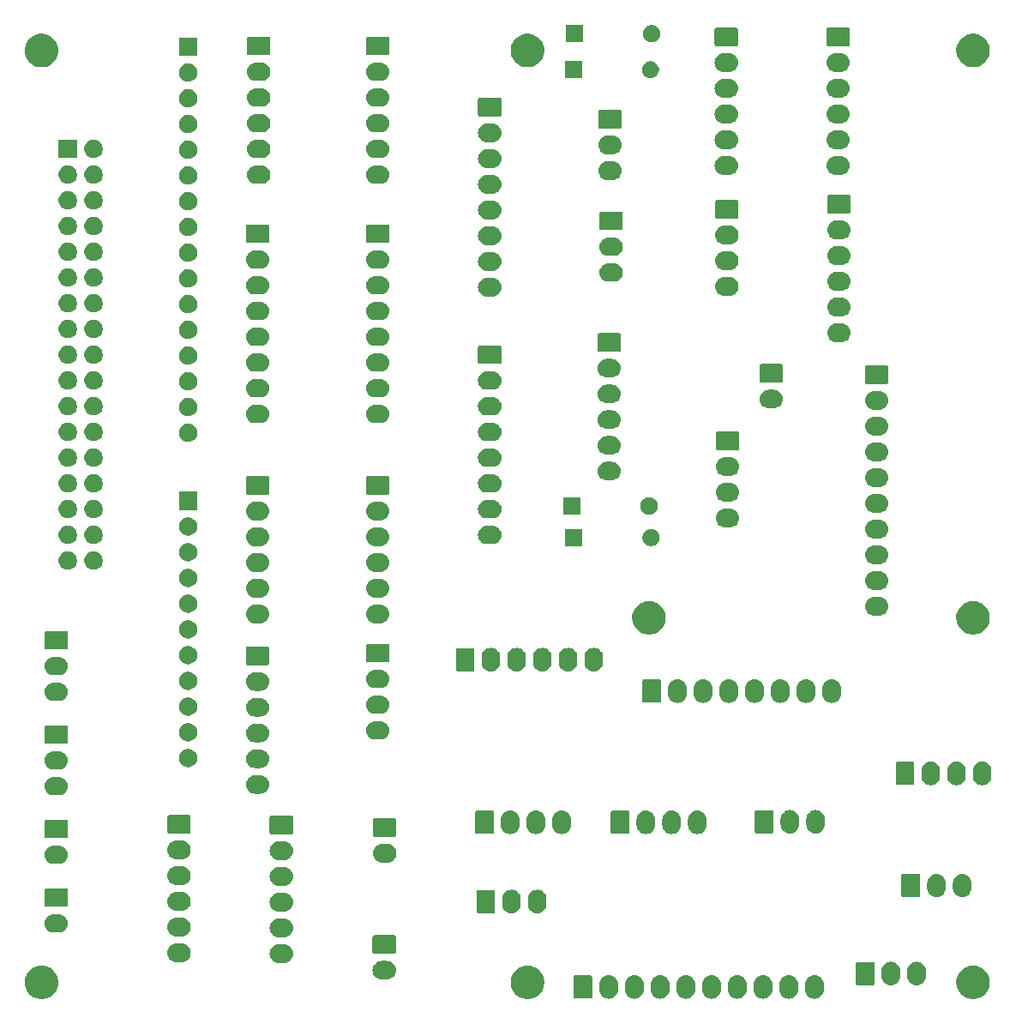
<source format=gbr>
G04 #@! TF.GenerationSoftware,KiCad,Pcbnew,(5.1.5-0-10_14)*
G04 #@! TF.CreationDate,2021-11-28T08:49:08+10:00*
G04 #@! TF.ProjectId,OH - UIP - Input Distribution,4f48202d-2055-4495-9020-2d20496e7075,rev?*
G04 #@! TF.SameCoordinates,Original*
G04 #@! TF.FileFunction,Soldermask,Top*
G04 #@! TF.FilePolarity,Negative*
%FSLAX46Y46*%
G04 Gerber Fmt 4.6, Leading zero omitted, Abs format (unit mm)*
G04 Created by KiCad (PCBNEW (5.1.5-0-10_14)) date 2021-11-28 08:49:08*
%MOMM*%
%LPD*%
G04 APERTURE LIST*
%ADD10C,0.100000*%
G04 APERTURE END LIST*
D10*
G36*
X225657618Y-130763844D02*
G01*
X225831579Y-130798447D01*
X226132042Y-130922903D01*
X226402451Y-131103585D01*
X226632415Y-131333549D01*
X226813097Y-131603958D01*
X226937553Y-131904421D01*
X226948132Y-131957604D01*
X227001000Y-132223389D01*
X227001000Y-132548611D01*
X226979831Y-132655034D01*
X226937553Y-132867579D01*
X226813097Y-133168042D01*
X226632415Y-133438451D01*
X226402451Y-133668415D01*
X226132042Y-133849097D01*
X226132041Y-133849098D01*
X226132040Y-133849098D01*
X226068589Y-133875380D01*
X225831579Y-133973553D01*
X225733812Y-133993000D01*
X225512611Y-134037000D01*
X225187389Y-134037000D01*
X224966188Y-133993000D01*
X224868421Y-133973553D01*
X224631411Y-133875380D01*
X224567960Y-133849098D01*
X224567959Y-133849098D01*
X224567958Y-133849097D01*
X224297549Y-133668415D01*
X224067585Y-133438451D01*
X223886903Y-133168042D01*
X223762447Y-132867579D01*
X223720169Y-132655034D01*
X223699000Y-132548611D01*
X223699000Y-132223389D01*
X223751868Y-131957604D01*
X223762447Y-131904421D01*
X223886903Y-131603958D01*
X224067585Y-131333549D01*
X224297549Y-131103585D01*
X224567958Y-130922903D01*
X224868421Y-130798447D01*
X225042382Y-130763844D01*
X225187389Y-130735000D01*
X225512611Y-130735000D01*
X225657618Y-130763844D01*
G37*
G36*
X181657618Y-130763844D02*
G01*
X181831579Y-130798447D01*
X182132042Y-130922903D01*
X182402451Y-131103585D01*
X182632415Y-131333549D01*
X182813097Y-131603958D01*
X182937553Y-131904421D01*
X182948132Y-131957604D01*
X183001000Y-132223389D01*
X183001000Y-132548611D01*
X182979831Y-132655034D01*
X182937553Y-132867579D01*
X182813097Y-133168042D01*
X182632415Y-133438451D01*
X182402451Y-133668415D01*
X182132042Y-133849097D01*
X182132041Y-133849098D01*
X182132040Y-133849098D01*
X182068589Y-133875380D01*
X181831579Y-133973553D01*
X181733812Y-133993000D01*
X181512611Y-134037000D01*
X181187389Y-134037000D01*
X180966188Y-133993000D01*
X180868421Y-133973553D01*
X180631411Y-133875380D01*
X180567960Y-133849098D01*
X180567959Y-133849098D01*
X180567958Y-133849097D01*
X180297549Y-133668415D01*
X180067585Y-133438451D01*
X179886903Y-133168042D01*
X179762447Y-132867579D01*
X179720169Y-132655034D01*
X179699000Y-132548611D01*
X179699000Y-132223389D01*
X179751868Y-131957604D01*
X179762447Y-131904421D01*
X179886903Y-131603958D01*
X180067585Y-131333549D01*
X180297549Y-131103585D01*
X180567958Y-130922903D01*
X180868421Y-130798447D01*
X181042382Y-130763844D01*
X181187389Y-130735000D01*
X181512611Y-130735000D01*
X181657618Y-130763844D01*
G37*
G36*
X133657618Y-130763844D02*
G01*
X133831579Y-130798447D01*
X134132042Y-130922903D01*
X134402451Y-131103585D01*
X134632415Y-131333549D01*
X134813097Y-131603958D01*
X134937553Y-131904421D01*
X134948132Y-131957604D01*
X135001000Y-132223389D01*
X135001000Y-132548611D01*
X134979831Y-132655034D01*
X134937553Y-132867579D01*
X134813097Y-133168042D01*
X134632415Y-133438451D01*
X134402451Y-133668415D01*
X134132042Y-133849097D01*
X134132041Y-133849098D01*
X134132040Y-133849098D01*
X134068589Y-133875380D01*
X133831579Y-133973553D01*
X133733812Y-133993000D01*
X133512611Y-134037000D01*
X133187389Y-134037000D01*
X132966188Y-133993000D01*
X132868421Y-133973553D01*
X132631411Y-133875380D01*
X132567960Y-133849098D01*
X132567959Y-133849098D01*
X132567958Y-133849097D01*
X132297549Y-133668415D01*
X132067585Y-133438451D01*
X131886903Y-133168042D01*
X131762447Y-132867579D01*
X131720169Y-132655034D01*
X131699000Y-132548611D01*
X131699000Y-132223389D01*
X131751868Y-131957604D01*
X131762447Y-131904421D01*
X131886903Y-131603958D01*
X132067585Y-131333549D01*
X132297549Y-131103585D01*
X132567958Y-130922903D01*
X132868421Y-130798447D01*
X133042382Y-130763844D01*
X133187389Y-130735000D01*
X133512611Y-130735000D01*
X133657618Y-130763844D01*
G37*
G36*
X197157547Y-131704326D02*
G01*
X197331156Y-131756990D01*
X197331158Y-131756991D01*
X197491155Y-131842511D01*
X197631397Y-131957603D01*
X197703949Y-132046009D01*
X197746489Y-132097844D01*
X197832010Y-132257843D01*
X197884674Y-132431452D01*
X197898000Y-132566756D01*
X197898000Y-133117243D01*
X197884674Y-133252548D01*
X197832010Y-133426157D01*
X197746489Y-133586156D01*
X197710729Y-133629729D01*
X197631397Y-133726397D01*
X197534729Y-133805729D01*
X197491156Y-133841489D01*
X197331157Y-133927010D01*
X197157548Y-133979674D01*
X196977000Y-133997456D01*
X196796453Y-133979674D01*
X196622844Y-133927010D01*
X196462845Y-133841489D01*
X196419272Y-133805729D01*
X196322604Y-133726397D01*
X196207513Y-133586157D01*
X196207512Y-133586155D01*
X196121990Y-133426157D01*
X196069326Y-133252548D01*
X196056000Y-133117244D01*
X196056000Y-132566757D01*
X196069326Y-132431453D01*
X196121990Y-132257844D01*
X196140407Y-132223389D01*
X196207511Y-132097845D01*
X196322603Y-131957603D01*
X196448388Y-131854375D01*
X196462844Y-131842511D01*
X196622843Y-131756990D01*
X196796452Y-131704326D01*
X196977000Y-131686544D01*
X197157547Y-131704326D01*
G37*
G36*
X199697547Y-131704326D02*
G01*
X199871156Y-131756990D01*
X199871158Y-131756991D01*
X200031155Y-131842511D01*
X200171397Y-131957603D01*
X200243949Y-132046009D01*
X200286489Y-132097844D01*
X200372010Y-132257843D01*
X200424674Y-132431452D01*
X200438000Y-132566756D01*
X200438000Y-133117243D01*
X200424674Y-133252548D01*
X200372010Y-133426157D01*
X200286489Y-133586156D01*
X200250729Y-133629729D01*
X200171397Y-133726397D01*
X200074729Y-133805729D01*
X200031156Y-133841489D01*
X199871157Y-133927010D01*
X199697548Y-133979674D01*
X199517000Y-133997456D01*
X199336453Y-133979674D01*
X199162844Y-133927010D01*
X199002845Y-133841489D01*
X198959272Y-133805729D01*
X198862604Y-133726397D01*
X198747513Y-133586157D01*
X198747512Y-133586155D01*
X198661990Y-133426157D01*
X198609326Y-133252548D01*
X198596000Y-133117244D01*
X198596000Y-132566757D01*
X198609326Y-132431453D01*
X198661990Y-132257844D01*
X198680407Y-132223389D01*
X198747511Y-132097845D01*
X198862603Y-131957603D01*
X198988388Y-131854375D01*
X199002844Y-131842511D01*
X199162843Y-131756990D01*
X199336452Y-131704326D01*
X199517000Y-131686544D01*
X199697547Y-131704326D01*
G37*
G36*
X202237547Y-131704326D02*
G01*
X202411156Y-131756990D01*
X202411158Y-131756991D01*
X202571155Y-131842511D01*
X202711397Y-131957603D01*
X202783949Y-132046009D01*
X202826489Y-132097844D01*
X202912010Y-132257843D01*
X202964674Y-132431452D01*
X202978000Y-132566756D01*
X202978000Y-133117243D01*
X202964674Y-133252548D01*
X202912010Y-133426157D01*
X202826489Y-133586156D01*
X202790729Y-133629729D01*
X202711397Y-133726397D01*
X202614729Y-133805729D01*
X202571156Y-133841489D01*
X202411157Y-133927010D01*
X202237548Y-133979674D01*
X202057000Y-133997456D01*
X201876453Y-133979674D01*
X201702844Y-133927010D01*
X201542845Y-133841489D01*
X201499272Y-133805729D01*
X201402604Y-133726397D01*
X201287513Y-133586157D01*
X201287512Y-133586155D01*
X201201990Y-133426157D01*
X201149326Y-133252548D01*
X201136000Y-133117244D01*
X201136000Y-132566757D01*
X201149326Y-132431453D01*
X201201990Y-132257844D01*
X201220407Y-132223389D01*
X201287511Y-132097845D01*
X201402603Y-131957603D01*
X201528388Y-131854375D01*
X201542844Y-131842511D01*
X201702843Y-131756990D01*
X201876452Y-131704326D01*
X202057000Y-131686544D01*
X202237547Y-131704326D01*
G37*
G36*
X204777547Y-131704326D02*
G01*
X204951156Y-131756990D01*
X204951158Y-131756991D01*
X205111155Y-131842511D01*
X205251397Y-131957603D01*
X205323949Y-132046009D01*
X205366489Y-132097844D01*
X205452010Y-132257843D01*
X205504674Y-132431452D01*
X205518000Y-132566756D01*
X205518000Y-133117243D01*
X205504674Y-133252548D01*
X205452010Y-133426157D01*
X205366489Y-133586156D01*
X205330729Y-133629729D01*
X205251397Y-133726397D01*
X205154729Y-133805729D01*
X205111156Y-133841489D01*
X204951157Y-133927010D01*
X204777548Y-133979674D01*
X204597000Y-133997456D01*
X204416453Y-133979674D01*
X204242844Y-133927010D01*
X204082845Y-133841489D01*
X204039272Y-133805729D01*
X203942604Y-133726397D01*
X203827513Y-133586157D01*
X203827512Y-133586155D01*
X203741990Y-133426157D01*
X203689326Y-133252548D01*
X203676000Y-133117244D01*
X203676000Y-132566757D01*
X203689326Y-132431453D01*
X203741990Y-132257844D01*
X203760407Y-132223389D01*
X203827511Y-132097845D01*
X203942603Y-131957603D01*
X204068388Y-131854375D01*
X204082844Y-131842511D01*
X204242843Y-131756990D01*
X204416452Y-131704326D01*
X204597000Y-131686544D01*
X204777547Y-131704326D01*
G37*
G36*
X207317547Y-131704326D02*
G01*
X207491156Y-131756990D01*
X207491158Y-131756991D01*
X207651155Y-131842511D01*
X207791397Y-131957603D01*
X207863949Y-132046009D01*
X207906489Y-132097844D01*
X207992010Y-132257843D01*
X208044674Y-132431452D01*
X208058000Y-132566756D01*
X208058000Y-133117243D01*
X208044674Y-133252548D01*
X207992010Y-133426157D01*
X207906489Y-133586156D01*
X207870729Y-133629729D01*
X207791397Y-133726397D01*
X207694729Y-133805729D01*
X207651156Y-133841489D01*
X207491157Y-133927010D01*
X207317548Y-133979674D01*
X207137000Y-133997456D01*
X206956453Y-133979674D01*
X206782844Y-133927010D01*
X206622845Y-133841489D01*
X206579272Y-133805729D01*
X206482604Y-133726397D01*
X206367513Y-133586157D01*
X206367512Y-133586155D01*
X206281990Y-133426157D01*
X206229326Y-133252548D01*
X206216000Y-133117244D01*
X206216000Y-132566757D01*
X206229326Y-132431453D01*
X206281990Y-132257844D01*
X206300407Y-132223389D01*
X206367511Y-132097845D01*
X206482603Y-131957603D01*
X206608388Y-131854375D01*
X206622844Y-131842511D01*
X206782843Y-131756990D01*
X206956452Y-131704326D01*
X207137000Y-131686544D01*
X207317547Y-131704326D01*
G37*
G36*
X209857547Y-131704326D02*
G01*
X210031156Y-131756990D01*
X210031158Y-131756991D01*
X210191155Y-131842511D01*
X210331397Y-131957603D01*
X210403949Y-132046009D01*
X210446489Y-132097844D01*
X210532010Y-132257843D01*
X210584674Y-132431452D01*
X210598000Y-132566756D01*
X210598000Y-133117243D01*
X210584674Y-133252548D01*
X210532010Y-133426157D01*
X210446489Y-133586156D01*
X210410729Y-133629729D01*
X210331397Y-133726397D01*
X210234729Y-133805729D01*
X210191156Y-133841489D01*
X210031157Y-133927010D01*
X209857548Y-133979674D01*
X209677000Y-133997456D01*
X209496453Y-133979674D01*
X209322844Y-133927010D01*
X209162845Y-133841489D01*
X209119272Y-133805729D01*
X209022604Y-133726397D01*
X208907513Y-133586157D01*
X208907512Y-133586155D01*
X208821990Y-133426157D01*
X208769326Y-133252548D01*
X208756000Y-133117244D01*
X208756000Y-132566757D01*
X208769326Y-132431453D01*
X208821990Y-132257844D01*
X208840407Y-132223389D01*
X208907511Y-132097845D01*
X209022603Y-131957603D01*
X209148388Y-131854375D01*
X209162844Y-131842511D01*
X209322843Y-131756990D01*
X209496452Y-131704326D01*
X209677000Y-131686544D01*
X209857547Y-131704326D01*
G37*
G36*
X194617547Y-131704326D02*
G01*
X194791156Y-131756990D01*
X194791158Y-131756991D01*
X194951155Y-131842511D01*
X195091397Y-131957603D01*
X195163949Y-132046009D01*
X195206489Y-132097844D01*
X195292010Y-132257843D01*
X195344674Y-132431452D01*
X195358000Y-132566756D01*
X195358000Y-133117243D01*
X195344674Y-133252548D01*
X195292010Y-133426157D01*
X195206489Y-133586156D01*
X195170729Y-133629729D01*
X195091397Y-133726397D01*
X194994729Y-133805729D01*
X194951156Y-133841489D01*
X194791157Y-133927010D01*
X194617548Y-133979674D01*
X194437000Y-133997456D01*
X194256453Y-133979674D01*
X194082844Y-133927010D01*
X193922845Y-133841489D01*
X193879272Y-133805729D01*
X193782604Y-133726397D01*
X193667513Y-133586157D01*
X193667512Y-133586155D01*
X193581990Y-133426157D01*
X193529326Y-133252548D01*
X193516000Y-133117244D01*
X193516000Y-132566757D01*
X193529326Y-132431453D01*
X193581990Y-132257844D01*
X193600407Y-132223389D01*
X193667511Y-132097845D01*
X193782603Y-131957603D01*
X193908388Y-131854375D01*
X193922844Y-131842511D01*
X194082843Y-131756990D01*
X194256452Y-131704326D01*
X194437000Y-131686544D01*
X194617547Y-131704326D01*
G37*
G36*
X192077547Y-131704326D02*
G01*
X192251156Y-131756990D01*
X192251158Y-131756991D01*
X192411155Y-131842511D01*
X192551397Y-131957603D01*
X192623949Y-132046009D01*
X192666489Y-132097844D01*
X192752010Y-132257843D01*
X192804674Y-132431452D01*
X192818000Y-132566756D01*
X192818000Y-133117243D01*
X192804674Y-133252548D01*
X192752010Y-133426157D01*
X192666489Y-133586156D01*
X192630729Y-133629729D01*
X192551397Y-133726397D01*
X192454729Y-133805729D01*
X192411156Y-133841489D01*
X192251157Y-133927010D01*
X192077548Y-133979674D01*
X191897000Y-133997456D01*
X191716453Y-133979674D01*
X191542844Y-133927010D01*
X191382845Y-133841489D01*
X191339272Y-133805729D01*
X191242604Y-133726397D01*
X191127513Y-133586157D01*
X191127512Y-133586155D01*
X191041990Y-133426157D01*
X190989326Y-133252548D01*
X190976000Y-133117244D01*
X190976000Y-132566757D01*
X190989326Y-132431453D01*
X191041990Y-132257844D01*
X191060407Y-132223389D01*
X191127511Y-132097845D01*
X191242603Y-131957603D01*
X191368388Y-131854375D01*
X191382844Y-131842511D01*
X191542843Y-131756990D01*
X191716452Y-131704326D01*
X191897000Y-131686544D01*
X192077547Y-131704326D01*
G37*
G36*
X189537547Y-131704326D02*
G01*
X189711156Y-131756990D01*
X189711158Y-131756991D01*
X189871155Y-131842511D01*
X190011397Y-131957603D01*
X190083949Y-132046009D01*
X190126489Y-132097844D01*
X190212010Y-132257843D01*
X190264674Y-132431452D01*
X190278000Y-132566756D01*
X190278000Y-133117243D01*
X190264674Y-133252548D01*
X190212010Y-133426157D01*
X190126489Y-133586156D01*
X190090729Y-133629729D01*
X190011397Y-133726397D01*
X189914729Y-133805729D01*
X189871156Y-133841489D01*
X189711157Y-133927010D01*
X189537548Y-133979674D01*
X189357000Y-133997456D01*
X189176453Y-133979674D01*
X189002844Y-133927010D01*
X188842845Y-133841489D01*
X188799272Y-133805729D01*
X188702604Y-133726397D01*
X188587513Y-133586157D01*
X188587512Y-133586155D01*
X188501990Y-133426157D01*
X188449326Y-133252548D01*
X188436000Y-133117244D01*
X188436000Y-132566757D01*
X188449326Y-132431453D01*
X188501990Y-132257844D01*
X188520407Y-132223389D01*
X188587511Y-132097845D01*
X188702603Y-131957603D01*
X188828388Y-131854375D01*
X188842844Y-131842511D01*
X189002843Y-131756990D01*
X189176452Y-131704326D01*
X189357000Y-131686544D01*
X189537547Y-131704326D01*
G37*
G36*
X187596561Y-131694966D02*
G01*
X187629383Y-131704923D01*
X187659632Y-131721092D01*
X187686148Y-131742852D01*
X187707908Y-131769368D01*
X187724077Y-131799617D01*
X187734034Y-131832439D01*
X187738000Y-131872713D01*
X187738000Y-133811287D01*
X187734034Y-133851561D01*
X187724077Y-133884383D01*
X187707908Y-133914632D01*
X187686148Y-133941148D01*
X187659632Y-133962908D01*
X187629383Y-133979077D01*
X187596561Y-133989034D01*
X187556287Y-133993000D01*
X186077713Y-133993000D01*
X186037439Y-133989034D01*
X186004617Y-133979077D01*
X185974368Y-133962908D01*
X185947852Y-133941148D01*
X185926092Y-133914632D01*
X185909923Y-133884383D01*
X185899966Y-133851561D01*
X185896000Y-133811287D01*
X185896000Y-131872713D01*
X185899966Y-131832439D01*
X185909923Y-131799617D01*
X185926092Y-131769368D01*
X185947852Y-131742852D01*
X185974368Y-131721092D01*
X186004617Y-131704923D01*
X186037439Y-131694966D01*
X186077713Y-131691000D01*
X187556287Y-131691000D01*
X187596561Y-131694966D01*
G37*
G36*
X219954547Y-130370326D02*
G01*
X220128156Y-130422990D01*
X220128158Y-130422991D01*
X220288155Y-130508511D01*
X220428397Y-130623603D01*
X220507729Y-130720271D01*
X220543489Y-130763844D01*
X220629010Y-130923843D01*
X220681674Y-131097452D01*
X220695000Y-131232756D01*
X220695000Y-131783243D01*
X220681674Y-131918548D01*
X220629010Y-132092157D01*
X220543489Y-132252156D01*
X220507729Y-132295729D01*
X220428397Y-132392397D01*
X220331729Y-132471729D01*
X220288156Y-132507489D01*
X220128157Y-132593010D01*
X219954548Y-132645674D01*
X219774000Y-132663456D01*
X219593453Y-132645674D01*
X219419844Y-132593010D01*
X219259845Y-132507489D01*
X219216272Y-132471729D01*
X219119604Y-132392397D01*
X219009179Y-132257843D01*
X219004512Y-132252156D01*
X218918990Y-132092157D01*
X218866326Y-131918548D01*
X218853000Y-131783244D01*
X218853000Y-131232757D01*
X218866326Y-131097453D01*
X218918990Y-130923844D01*
X218919494Y-130922902D01*
X219004511Y-130763845D01*
X219119603Y-130623603D01*
X219245388Y-130520375D01*
X219259844Y-130508511D01*
X219419843Y-130422990D01*
X219593452Y-130370326D01*
X219774000Y-130352544D01*
X219954547Y-130370326D01*
G37*
G36*
X217414547Y-130370326D02*
G01*
X217588156Y-130422990D01*
X217588158Y-130422991D01*
X217748155Y-130508511D01*
X217888397Y-130623603D01*
X217967729Y-130720271D01*
X218003489Y-130763844D01*
X218089010Y-130923843D01*
X218141674Y-131097452D01*
X218155000Y-131232756D01*
X218155000Y-131783243D01*
X218141674Y-131918548D01*
X218089010Y-132092157D01*
X218003489Y-132252156D01*
X217967729Y-132295729D01*
X217888397Y-132392397D01*
X217791729Y-132471729D01*
X217748156Y-132507489D01*
X217588157Y-132593010D01*
X217414548Y-132645674D01*
X217234000Y-132663456D01*
X217053453Y-132645674D01*
X216879844Y-132593010D01*
X216719845Y-132507489D01*
X216676272Y-132471729D01*
X216579604Y-132392397D01*
X216469179Y-132257843D01*
X216464512Y-132252156D01*
X216378990Y-132092157D01*
X216326326Y-131918548D01*
X216313000Y-131783244D01*
X216313000Y-131232757D01*
X216326326Y-131097453D01*
X216378990Y-130923844D01*
X216379494Y-130922902D01*
X216464511Y-130763845D01*
X216579603Y-130623603D01*
X216705388Y-130520375D01*
X216719844Y-130508511D01*
X216879843Y-130422990D01*
X217053452Y-130370326D01*
X217234000Y-130352544D01*
X217414547Y-130370326D01*
G37*
G36*
X215473561Y-130360966D02*
G01*
X215506383Y-130370923D01*
X215536632Y-130387092D01*
X215563148Y-130408852D01*
X215584908Y-130435368D01*
X215601077Y-130465617D01*
X215611034Y-130498439D01*
X215615000Y-130538713D01*
X215615000Y-132477287D01*
X215611034Y-132517561D01*
X215601077Y-132550383D01*
X215584908Y-132580632D01*
X215563148Y-132607148D01*
X215536632Y-132628908D01*
X215506383Y-132645077D01*
X215473561Y-132655034D01*
X215433287Y-132659000D01*
X213954713Y-132659000D01*
X213914439Y-132655034D01*
X213881617Y-132645077D01*
X213851368Y-132628908D01*
X213824852Y-132607148D01*
X213803092Y-132580632D01*
X213786923Y-132550383D01*
X213776966Y-132517561D01*
X213773000Y-132477287D01*
X213773000Y-130538713D01*
X213776966Y-130498439D01*
X213786923Y-130465617D01*
X213803092Y-130435368D01*
X213824852Y-130408852D01*
X213851368Y-130387092D01*
X213881617Y-130370923D01*
X213914439Y-130360966D01*
X213954713Y-130357000D01*
X215433287Y-130357000D01*
X215473561Y-130360966D01*
G37*
G36*
X167516345Y-130274442D02*
G01*
X167606548Y-130283326D01*
X167780157Y-130335990D01*
X167940156Y-130421511D01*
X167972035Y-130447674D01*
X168080397Y-130536603D01*
X168151795Y-130623603D01*
X168195489Y-130676844D01*
X168281010Y-130836843D01*
X168333674Y-131010452D01*
X168351456Y-131191000D01*
X168333674Y-131371548D01*
X168281010Y-131545157D01*
X168195489Y-131705156D01*
X168170502Y-131735602D01*
X168080397Y-131845397D01*
X167991263Y-131918546D01*
X167940156Y-131960489D01*
X167780157Y-132046010D01*
X167606548Y-132098674D01*
X167516345Y-132107558D01*
X167471245Y-132112000D01*
X166920755Y-132112000D01*
X166875655Y-132107558D01*
X166785452Y-132098674D01*
X166611843Y-132046010D01*
X166451844Y-131960489D01*
X166400737Y-131918546D01*
X166311603Y-131845397D01*
X166221498Y-131735602D01*
X166196511Y-131705156D01*
X166110990Y-131545157D01*
X166058326Y-131371548D01*
X166040544Y-131191000D01*
X166058326Y-131010452D01*
X166110990Y-130836843D01*
X166196511Y-130676844D01*
X166240205Y-130623603D01*
X166311603Y-130536603D01*
X166419965Y-130447674D01*
X166451844Y-130421511D01*
X166611843Y-130335990D01*
X166785452Y-130283326D01*
X166875655Y-130274442D01*
X166920755Y-130270000D01*
X167471245Y-130270000D01*
X167516345Y-130274442D01*
G37*
G36*
X157356345Y-128623442D02*
G01*
X157446548Y-128632326D01*
X157620157Y-128684990D01*
X157780156Y-128770511D01*
X157823729Y-128806271D01*
X157920397Y-128885603D01*
X157982965Y-128961844D01*
X158035489Y-129025844D01*
X158121010Y-129185843D01*
X158173674Y-129359452D01*
X158191456Y-129540000D01*
X158173674Y-129720548D01*
X158121010Y-129894157D01*
X158035489Y-130054156D01*
X157999729Y-130097729D01*
X157920397Y-130194397D01*
X157858140Y-130245489D01*
X157780156Y-130309489D01*
X157620157Y-130395010D01*
X157446548Y-130447674D01*
X157356345Y-130456558D01*
X157311245Y-130461000D01*
X156760755Y-130461000D01*
X156715655Y-130456558D01*
X156625452Y-130447674D01*
X156451843Y-130395010D01*
X156291844Y-130309489D01*
X156213860Y-130245489D01*
X156151603Y-130194397D01*
X156072271Y-130097729D01*
X156036511Y-130054156D01*
X155950990Y-129894157D01*
X155898326Y-129720548D01*
X155880544Y-129540000D01*
X155898326Y-129359452D01*
X155950990Y-129185843D01*
X156036511Y-129025844D01*
X156089035Y-128961844D01*
X156151603Y-128885603D01*
X156248271Y-128806271D01*
X156291844Y-128770511D01*
X156451843Y-128684990D01*
X156625452Y-128632326D01*
X156715655Y-128623442D01*
X156760755Y-128619000D01*
X157311245Y-128619000D01*
X157356345Y-128623442D01*
G37*
G36*
X147259345Y-128559442D02*
G01*
X147349548Y-128568326D01*
X147523157Y-128620990D01*
X147683156Y-128706511D01*
X147726729Y-128742271D01*
X147823397Y-128821603D01*
X147902729Y-128918271D01*
X147938489Y-128961844D01*
X148024010Y-129121843D01*
X148076674Y-129295452D01*
X148094456Y-129476000D01*
X148076674Y-129656548D01*
X148024010Y-129830157D01*
X147938489Y-129990156D01*
X147902729Y-130033729D01*
X147823397Y-130130397D01*
X147726729Y-130209729D01*
X147683156Y-130245489D01*
X147523157Y-130331010D01*
X147349548Y-130383674D01*
X147259345Y-130392558D01*
X147214245Y-130397000D01*
X146663755Y-130397000D01*
X146618655Y-130392558D01*
X146528452Y-130383674D01*
X146354843Y-130331010D01*
X146194844Y-130245489D01*
X146151271Y-130209729D01*
X146054603Y-130130397D01*
X145975271Y-130033729D01*
X145939511Y-129990156D01*
X145853990Y-129830157D01*
X145801326Y-129656548D01*
X145783544Y-129476000D01*
X145801326Y-129295452D01*
X145853990Y-129121843D01*
X145939511Y-128961844D01*
X145975271Y-128918271D01*
X146054603Y-128821603D01*
X146151271Y-128742271D01*
X146194844Y-128706511D01*
X146354843Y-128620990D01*
X146528452Y-128568326D01*
X146618655Y-128559442D01*
X146663755Y-128555000D01*
X147214245Y-128555000D01*
X147259345Y-128559442D01*
G37*
G36*
X168205561Y-127733966D02*
G01*
X168238383Y-127743923D01*
X168268632Y-127760092D01*
X168295148Y-127781852D01*
X168316908Y-127808368D01*
X168333077Y-127838617D01*
X168343034Y-127871439D01*
X168347000Y-127911713D01*
X168347000Y-129390287D01*
X168343034Y-129430561D01*
X168333077Y-129463383D01*
X168316908Y-129493632D01*
X168295148Y-129520148D01*
X168268632Y-129541908D01*
X168238383Y-129558077D01*
X168205561Y-129568034D01*
X168165287Y-129572000D01*
X166226713Y-129572000D01*
X166186439Y-129568034D01*
X166153617Y-129558077D01*
X166123368Y-129541908D01*
X166096852Y-129520148D01*
X166075092Y-129493632D01*
X166058923Y-129463383D01*
X166048966Y-129430561D01*
X166045000Y-129390287D01*
X166045000Y-127911713D01*
X166048966Y-127871439D01*
X166058923Y-127838617D01*
X166075092Y-127808368D01*
X166096852Y-127781852D01*
X166123368Y-127760092D01*
X166153617Y-127743923D01*
X166186439Y-127733966D01*
X166226713Y-127730000D01*
X168165287Y-127730000D01*
X168205561Y-127733966D01*
G37*
G36*
X157356345Y-126083442D02*
G01*
X157446548Y-126092326D01*
X157620157Y-126144990D01*
X157780156Y-126230511D01*
X157823729Y-126266271D01*
X157920397Y-126345603D01*
X157982965Y-126421844D01*
X158035489Y-126485844D01*
X158121010Y-126645843D01*
X158173674Y-126819452D01*
X158191456Y-127000000D01*
X158173674Y-127180548D01*
X158121010Y-127354157D01*
X158035489Y-127514156D01*
X157999729Y-127557729D01*
X157920397Y-127654397D01*
X157858140Y-127705489D01*
X157780156Y-127769489D01*
X157620157Y-127855010D01*
X157446548Y-127907674D01*
X157356345Y-127916558D01*
X157311245Y-127921000D01*
X156760755Y-127921000D01*
X156715655Y-127916558D01*
X156625452Y-127907674D01*
X156451843Y-127855010D01*
X156291844Y-127769489D01*
X156213860Y-127705489D01*
X156151603Y-127654397D01*
X156072271Y-127557729D01*
X156036511Y-127514156D01*
X155950990Y-127354157D01*
X155898326Y-127180548D01*
X155880544Y-127000000D01*
X155898326Y-126819452D01*
X155950990Y-126645843D01*
X156036511Y-126485844D01*
X156089035Y-126421844D01*
X156151603Y-126345603D01*
X156248271Y-126266271D01*
X156291844Y-126230511D01*
X156451843Y-126144990D01*
X156625452Y-126092326D01*
X156715655Y-126083442D01*
X156760755Y-126079000D01*
X157311245Y-126079000D01*
X157356345Y-126083442D01*
G37*
G36*
X147259345Y-126019442D02*
G01*
X147349548Y-126028326D01*
X147523157Y-126080990D01*
X147683156Y-126166511D01*
X147724987Y-126200841D01*
X147823397Y-126281603D01*
X147899595Y-126374452D01*
X147938489Y-126421844D01*
X148024010Y-126581843D01*
X148076674Y-126755452D01*
X148094456Y-126936000D01*
X148076674Y-127116548D01*
X148024010Y-127290157D01*
X147938489Y-127450156D01*
X147917279Y-127476000D01*
X147823397Y-127590397D01*
X147726729Y-127669729D01*
X147683156Y-127705489D01*
X147523157Y-127791010D01*
X147349548Y-127843674D01*
X147259345Y-127852558D01*
X147214245Y-127857000D01*
X146663755Y-127857000D01*
X146618655Y-127852558D01*
X146528452Y-127843674D01*
X146354843Y-127791010D01*
X146194844Y-127705489D01*
X146151271Y-127669729D01*
X146054603Y-127590397D01*
X145960721Y-127476000D01*
X145939511Y-127450156D01*
X145853990Y-127290157D01*
X145801326Y-127116548D01*
X145783544Y-126936000D01*
X145801326Y-126755452D01*
X145853990Y-126581843D01*
X145939511Y-126421844D01*
X145978405Y-126374452D01*
X146054603Y-126281603D01*
X146153013Y-126200841D01*
X146194844Y-126166511D01*
X146354843Y-126080990D01*
X146528452Y-126028326D01*
X146618655Y-126019442D01*
X146663755Y-126015000D01*
X147214245Y-126015000D01*
X147259345Y-126019442D01*
G37*
G36*
X135130345Y-125638442D02*
G01*
X135220548Y-125647326D01*
X135394157Y-125699990D01*
X135554156Y-125785511D01*
X135597729Y-125821271D01*
X135694397Y-125900603D01*
X135773729Y-125997271D01*
X135809489Y-126040844D01*
X135895010Y-126200843D01*
X135947674Y-126374452D01*
X135965456Y-126555000D01*
X135947674Y-126735548D01*
X135895010Y-126909157D01*
X135809489Y-127069156D01*
X135773729Y-127112729D01*
X135694397Y-127209397D01*
X135597729Y-127288729D01*
X135554156Y-127324489D01*
X135394157Y-127410010D01*
X135220548Y-127462674D01*
X135130345Y-127471558D01*
X135085245Y-127476000D01*
X134534755Y-127476000D01*
X134489655Y-127471558D01*
X134399452Y-127462674D01*
X134225843Y-127410010D01*
X134065844Y-127324489D01*
X134022271Y-127288729D01*
X133925603Y-127209397D01*
X133846271Y-127112729D01*
X133810511Y-127069156D01*
X133724990Y-126909157D01*
X133672326Y-126735548D01*
X133654544Y-126555000D01*
X133672326Y-126374452D01*
X133724990Y-126200843D01*
X133810511Y-126040844D01*
X133846271Y-125997271D01*
X133925603Y-125900603D01*
X134022271Y-125821271D01*
X134065844Y-125785511D01*
X134225843Y-125699990D01*
X134399452Y-125647326D01*
X134489655Y-125638442D01*
X134534755Y-125634000D01*
X135085245Y-125634000D01*
X135130345Y-125638442D01*
G37*
G36*
X182488547Y-123258326D02*
G01*
X182662156Y-123310990D01*
X182662158Y-123310991D01*
X182822155Y-123396511D01*
X182962397Y-123511603D01*
X183039037Y-123604990D01*
X183077489Y-123651844D01*
X183163010Y-123811843D01*
X183215674Y-123985452D01*
X183229000Y-124120756D01*
X183229000Y-124671243D01*
X183215674Y-124806548D01*
X183163010Y-124980157D01*
X183077489Y-125140156D01*
X183041729Y-125183729D01*
X182962397Y-125280397D01*
X182865729Y-125359729D01*
X182822156Y-125395489D01*
X182662157Y-125481010D01*
X182488548Y-125533674D01*
X182308000Y-125551456D01*
X182127453Y-125533674D01*
X181953844Y-125481010D01*
X181793845Y-125395489D01*
X181750272Y-125359729D01*
X181653604Y-125280397D01*
X181538513Y-125140157D01*
X181538512Y-125140155D01*
X181452990Y-124980157D01*
X181400326Y-124806548D01*
X181387000Y-124671244D01*
X181387000Y-124120757D01*
X181400326Y-123985453D01*
X181452990Y-123811844D01*
X181470927Y-123778287D01*
X181538511Y-123651845D01*
X181653603Y-123511603D01*
X181779388Y-123408375D01*
X181793844Y-123396511D01*
X181953843Y-123310990D01*
X182127452Y-123258326D01*
X182308000Y-123240544D01*
X182488547Y-123258326D01*
G37*
G36*
X179948547Y-123258326D02*
G01*
X180122156Y-123310990D01*
X180122158Y-123310991D01*
X180282155Y-123396511D01*
X180422397Y-123511603D01*
X180499037Y-123604990D01*
X180537489Y-123651844D01*
X180623010Y-123811843D01*
X180675674Y-123985452D01*
X180689000Y-124120756D01*
X180689000Y-124671243D01*
X180675674Y-124806548D01*
X180623010Y-124980157D01*
X180537489Y-125140156D01*
X180501729Y-125183729D01*
X180422397Y-125280397D01*
X180325729Y-125359729D01*
X180282156Y-125395489D01*
X180122157Y-125481010D01*
X179948548Y-125533674D01*
X179768000Y-125551456D01*
X179587453Y-125533674D01*
X179413844Y-125481010D01*
X179253845Y-125395489D01*
X179210272Y-125359729D01*
X179113604Y-125280397D01*
X178998513Y-125140157D01*
X178998512Y-125140155D01*
X178912990Y-124980157D01*
X178860326Y-124806548D01*
X178847000Y-124671244D01*
X178847000Y-124120757D01*
X178860326Y-123985453D01*
X178912990Y-123811844D01*
X178930927Y-123778287D01*
X178998511Y-123651845D01*
X179113603Y-123511603D01*
X179239388Y-123408375D01*
X179253844Y-123396511D01*
X179413843Y-123310990D01*
X179587452Y-123258326D01*
X179768000Y-123240544D01*
X179948547Y-123258326D01*
G37*
G36*
X178007561Y-123248966D02*
G01*
X178040383Y-123258923D01*
X178070632Y-123275092D01*
X178097148Y-123296852D01*
X178118908Y-123323368D01*
X178135077Y-123353617D01*
X178145034Y-123386439D01*
X178149000Y-123426713D01*
X178149000Y-125365287D01*
X178145034Y-125405561D01*
X178135077Y-125438383D01*
X178118908Y-125468632D01*
X178097148Y-125495148D01*
X178070632Y-125516908D01*
X178040383Y-125533077D01*
X178007561Y-125543034D01*
X177967287Y-125547000D01*
X176488713Y-125547000D01*
X176448439Y-125543034D01*
X176415617Y-125533077D01*
X176385368Y-125516908D01*
X176358852Y-125495148D01*
X176337092Y-125468632D01*
X176320923Y-125438383D01*
X176310966Y-125405561D01*
X176307000Y-125365287D01*
X176307000Y-123426713D01*
X176310966Y-123386439D01*
X176320923Y-123353617D01*
X176337092Y-123323368D01*
X176358852Y-123296852D01*
X176385368Y-123275092D01*
X176415617Y-123258923D01*
X176448439Y-123248966D01*
X176488713Y-123245000D01*
X177967287Y-123245000D01*
X178007561Y-123248966D01*
G37*
G36*
X157356345Y-123543442D02*
G01*
X157446548Y-123552326D01*
X157620157Y-123604990D01*
X157780156Y-123690511D01*
X157786047Y-123695346D01*
X157920397Y-123805603D01*
X157992949Y-123894009D01*
X158035489Y-123945844D01*
X158121010Y-124105843D01*
X158173674Y-124279452D01*
X158191456Y-124460000D01*
X158173674Y-124640548D01*
X158121010Y-124814157D01*
X158035489Y-124974156D01*
X158030563Y-124980158D01*
X157920397Y-125114397D01*
X157858140Y-125165489D01*
X157780156Y-125229489D01*
X157620157Y-125315010D01*
X157446548Y-125367674D01*
X157356345Y-125376558D01*
X157311245Y-125381000D01*
X156760755Y-125381000D01*
X156715655Y-125376558D01*
X156625452Y-125367674D01*
X156451843Y-125315010D01*
X156291844Y-125229489D01*
X156213860Y-125165489D01*
X156151603Y-125114397D01*
X156041437Y-124980158D01*
X156036511Y-124974156D01*
X155950990Y-124814157D01*
X155898326Y-124640548D01*
X155880544Y-124460000D01*
X155898326Y-124279452D01*
X155950990Y-124105843D01*
X156036511Y-123945844D01*
X156079051Y-123894009D01*
X156151603Y-123805603D01*
X156285953Y-123695346D01*
X156291844Y-123690511D01*
X156451843Y-123604990D01*
X156625452Y-123552326D01*
X156715655Y-123543442D01*
X156760755Y-123539000D01*
X157311245Y-123539000D01*
X157356345Y-123543442D01*
G37*
G36*
X147259345Y-123479442D02*
G01*
X147349548Y-123488326D01*
X147523157Y-123540990D01*
X147683156Y-123626511D01*
X147714024Y-123651844D01*
X147823397Y-123741603D01*
X147881041Y-123811844D01*
X147938489Y-123881844D01*
X148024010Y-124041843D01*
X148076674Y-124215452D01*
X148094456Y-124396000D01*
X148076674Y-124576548D01*
X148047917Y-124671346D01*
X148024009Y-124750159D01*
X148014229Y-124768456D01*
X147938489Y-124910156D01*
X147921452Y-124930915D01*
X147823397Y-125050397D01*
X147726729Y-125129729D01*
X147683156Y-125165489D01*
X147523157Y-125251010D01*
X147349548Y-125303674D01*
X147259345Y-125312558D01*
X147214245Y-125317000D01*
X146663755Y-125317000D01*
X146618655Y-125312558D01*
X146528452Y-125303674D01*
X146354843Y-125251010D01*
X146194844Y-125165489D01*
X146151271Y-125129729D01*
X146054603Y-125050397D01*
X145956548Y-124930915D01*
X145939511Y-124910156D01*
X145863771Y-124768456D01*
X145853991Y-124750159D01*
X145830083Y-124671346D01*
X145801326Y-124576548D01*
X145783544Y-124396000D01*
X145801326Y-124215452D01*
X145853990Y-124041843D01*
X145939511Y-123881844D01*
X145996959Y-123811844D01*
X146054603Y-123741603D01*
X146163976Y-123651844D01*
X146194844Y-123626511D01*
X146354843Y-123540990D01*
X146528452Y-123488326D01*
X146618655Y-123479442D01*
X146663755Y-123475000D01*
X147214245Y-123475000D01*
X147259345Y-123479442D01*
G37*
G36*
X135819561Y-123097966D02*
G01*
X135852383Y-123107923D01*
X135882632Y-123124092D01*
X135909148Y-123145852D01*
X135930908Y-123172368D01*
X135947077Y-123202617D01*
X135957034Y-123235439D01*
X135961000Y-123275713D01*
X135961000Y-124754287D01*
X135957034Y-124794561D01*
X135947077Y-124827383D01*
X135930908Y-124857632D01*
X135909148Y-124884148D01*
X135882632Y-124905908D01*
X135852383Y-124922077D01*
X135819561Y-124932034D01*
X135779287Y-124936000D01*
X133840713Y-124936000D01*
X133800439Y-124932034D01*
X133767617Y-124922077D01*
X133737368Y-124905908D01*
X133710852Y-124884148D01*
X133689092Y-124857632D01*
X133672923Y-124827383D01*
X133662966Y-124794561D01*
X133659000Y-124754287D01*
X133659000Y-123275713D01*
X133662966Y-123235439D01*
X133672923Y-123202617D01*
X133689092Y-123172368D01*
X133710852Y-123145852D01*
X133737368Y-123124092D01*
X133767617Y-123107923D01*
X133800439Y-123097966D01*
X133840713Y-123094000D01*
X135779287Y-123094000D01*
X135819561Y-123097966D01*
G37*
G36*
X221922547Y-121671326D02*
G01*
X222096156Y-121723990D01*
X222096158Y-121723991D01*
X222256155Y-121809511D01*
X222396397Y-121924603D01*
X222475729Y-122021271D01*
X222511489Y-122064844D01*
X222597010Y-122224843D01*
X222649674Y-122398452D01*
X222663000Y-122533756D01*
X222663000Y-123084243D01*
X222649674Y-123219548D01*
X222597010Y-123393157D01*
X222511489Y-123553156D01*
X222475729Y-123596729D01*
X222396397Y-123693397D01*
X222299729Y-123772729D01*
X222256156Y-123808489D01*
X222096157Y-123894010D01*
X221922548Y-123946674D01*
X221742000Y-123964456D01*
X221561453Y-123946674D01*
X221387844Y-123894010D01*
X221227845Y-123808489D01*
X221184272Y-123772729D01*
X221087604Y-123693397D01*
X220972513Y-123553157D01*
X220972512Y-123553155D01*
X220886990Y-123393157D01*
X220834326Y-123219548D01*
X220821000Y-123084244D01*
X220821000Y-122533757D01*
X220834326Y-122398453D01*
X220886990Y-122224844D01*
X220972511Y-122064845D01*
X220972512Y-122064844D01*
X221087603Y-121924603D01*
X221213388Y-121821375D01*
X221227844Y-121809511D01*
X221387843Y-121723990D01*
X221561452Y-121671326D01*
X221742000Y-121653544D01*
X221922547Y-121671326D01*
G37*
G36*
X224462547Y-121671326D02*
G01*
X224636156Y-121723990D01*
X224636158Y-121723991D01*
X224796155Y-121809511D01*
X224936397Y-121924603D01*
X225015729Y-122021271D01*
X225051489Y-122064844D01*
X225137010Y-122224843D01*
X225189674Y-122398452D01*
X225203000Y-122533756D01*
X225203000Y-123084243D01*
X225189674Y-123219548D01*
X225137010Y-123393157D01*
X225051489Y-123553156D01*
X225015729Y-123596729D01*
X224936397Y-123693397D01*
X224839729Y-123772729D01*
X224796156Y-123808489D01*
X224636157Y-123894010D01*
X224462548Y-123946674D01*
X224282000Y-123964456D01*
X224101453Y-123946674D01*
X223927844Y-123894010D01*
X223767845Y-123808489D01*
X223724272Y-123772729D01*
X223627604Y-123693397D01*
X223512513Y-123553157D01*
X223512512Y-123553155D01*
X223426990Y-123393157D01*
X223374326Y-123219548D01*
X223361000Y-123084244D01*
X223361000Y-122533757D01*
X223374326Y-122398453D01*
X223426990Y-122224844D01*
X223512511Y-122064845D01*
X223512512Y-122064844D01*
X223627603Y-121924603D01*
X223753388Y-121821375D01*
X223767844Y-121809511D01*
X223927843Y-121723990D01*
X224101452Y-121671326D01*
X224282000Y-121653544D01*
X224462547Y-121671326D01*
G37*
G36*
X219981561Y-121661966D02*
G01*
X220014383Y-121671923D01*
X220044632Y-121688092D01*
X220071148Y-121709852D01*
X220092908Y-121736368D01*
X220109077Y-121766617D01*
X220119034Y-121799439D01*
X220123000Y-121839713D01*
X220123000Y-123778287D01*
X220119034Y-123818561D01*
X220109077Y-123851383D01*
X220092908Y-123881632D01*
X220071148Y-123908148D01*
X220044632Y-123929908D01*
X220014383Y-123946077D01*
X219981561Y-123956034D01*
X219941287Y-123960000D01*
X218462713Y-123960000D01*
X218422439Y-123956034D01*
X218389617Y-123946077D01*
X218359368Y-123929908D01*
X218332852Y-123908148D01*
X218311092Y-123881632D01*
X218294923Y-123851383D01*
X218284966Y-123818561D01*
X218281000Y-123778287D01*
X218281000Y-121839713D01*
X218284966Y-121799439D01*
X218294923Y-121766617D01*
X218311092Y-121736368D01*
X218332852Y-121709852D01*
X218359368Y-121688092D01*
X218389617Y-121671923D01*
X218422439Y-121661966D01*
X218462713Y-121658000D01*
X219941287Y-121658000D01*
X219981561Y-121661966D01*
G37*
G36*
X157356345Y-121003442D02*
G01*
X157446548Y-121012326D01*
X157620157Y-121064990D01*
X157780156Y-121150511D01*
X157823729Y-121186271D01*
X157920397Y-121265603D01*
X157982965Y-121341844D01*
X158035489Y-121405844D01*
X158121010Y-121565843D01*
X158173674Y-121739452D01*
X158191456Y-121920000D01*
X158173674Y-122100548D01*
X158121010Y-122274157D01*
X158035489Y-122434156D01*
X157999729Y-122477729D01*
X157920397Y-122574397D01*
X157858140Y-122625489D01*
X157780156Y-122689489D01*
X157620157Y-122775010D01*
X157446548Y-122827674D01*
X157356345Y-122836558D01*
X157311245Y-122841000D01*
X156760755Y-122841000D01*
X156715655Y-122836558D01*
X156625452Y-122827674D01*
X156451843Y-122775010D01*
X156291844Y-122689489D01*
X156213860Y-122625489D01*
X156151603Y-122574397D01*
X156072271Y-122477729D01*
X156036511Y-122434156D01*
X155950990Y-122274157D01*
X155898326Y-122100548D01*
X155880544Y-121920000D01*
X155898326Y-121739452D01*
X155950990Y-121565843D01*
X156036511Y-121405844D01*
X156089035Y-121341844D01*
X156151603Y-121265603D01*
X156248271Y-121186271D01*
X156291844Y-121150511D01*
X156451843Y-121064990D01*
X156625452Y-121012326D01*
X156715655Y-121003442D01*
X156760755Y-120999000D01*
X157311245Y-120999000D01*
X157356345Y-121003442D01*
G37*
G36*
X147259345Y-120939442D02*
G01*
X147349548Y-120948326D01*
X147523157Y-121000990D01*
X147683156Y-121086511D01*
X147726729Y-121122271D01*
X147823397Y-121201603D01*
X147902729Y-121298271D01*
X147938489Y-121341844D01*
X148024010Y-121501843D01*
X148076674Y-121675452D01*
X148094456Y-121856000D01*
X148076674Y-122036548D01*
X148024010Y-122210157D01*
X147938489Y-122370156D01*
X147915267Y-122398452D01*
X147823397Y-122510397D01*
X147726729Y-122589729D01*
X147683156Y-122625489D01*
X147523157Y-122711010D01*
X147349548Y-122763674D01*
X147259345Y-122772558D01*
X147214245Y-122777000D01*
X146663755Y-122777000D01*
X146618655Y-122772558D01*
X146528452Y-122763674D01*
X146354843Y-122711010D01*
X146194844Y-122625489D01*
X146151271Y-122589729D01*
X146054603Y-122510397D01*
X145962733Y-122398452D01*
X145939511Y-122370156D01*
X145853990Y-122210157D01*
X145801326Y-122036548D01*
X145783544Y-121856000D01*
X145801326Y-121675452D01*
X145853990Y-121501843D01*
X145939511Y-121341844D01*
X145975271Y-121298271D01*
X146054603Y-121201603D01*
X146151271Y-121122271D01*
X146194844Y-121086511D01*
X146354843Y-121000990D01*
X146528452Y-120948326D01*
X146618655Y-120939442D01*
X146663755Y-120935000D01*
X147214245Y-120935000D01*
X147259345Y-120939442D01*
G37*
G36*
X135120893Y-118864511D02*
G01*
X135220548Y-118874326D01*
X135394157Y-118926990D01*
X135554156Y-119012511D01*
X135597729Y-119048271D01*
X135694397Y-119127603D01*
X135773729Y-119224271D01*
X135809489Y-119267844D01*
X135895010Y-119427843D01*
X135947674Y-119601452D01*
X135965456Y-119782000D01*
X135947674Y-119962548D01*
X135895010Y-120136157D01*
X135809489Y-120296156D01*
X135773729Y-120339729D01*
X135694397Y-120436397D01*
X135597729Y-120515729D01*
X135554156Y-120551489D01*
X135394157Y-120637010D01*
X135220548Y-120689674D01*
X135130345Y-120698558D01*
X135085245Y-120703000D01*
X134534755Y-120703000D01*
X134489655Y-120698558D01*
X134399452Y-120689674D01*
X134225843Y-120637010D01*
X134065844Y-120551489D01*
X134022271Y-120515729D01*
X133925603Y-120436397D01*
X133846271Y-120339729D01*
X133810511Y-120296156D01*
X133724990Y-120136157D01*
X133672326Y-119962548D01*
X133654544Y-119782000D01*
X133672326Y-119601452D01*
X133724990Y-119427843D01*
X133810511Y-119267844D01*
X133846271Y-119224271D01*
X133925603Y-119127603D01*
X134022271Y-119048271D01*
X134065844Y-119012511D01*
X134225843Y-118926990D01*
X134399452Y-118874326D01*
X134499107Y-118864511D01*
X134534755Y-118861000D01*
X135085245Y-118861000D01*
X135120893Y-118864511D01*
G37*
G36*
X167579345Y-118717442D02*
G01*
X167669548Y-118726326D01*
X167843157Y-118778990D01*
X168003156Y-118864511D01*
X168046729Y-118900271D01*
X168143397Y-118979603D01*
X168222729Y-119076271D01*
X168258489Y-119119844D01*
X168344010Y-119279843D01*
X168396674Y-119453452D01*
X168414456Y-119634000D01*
X168396674Y-119814548D01*
X168344010Y-119988157D01*
X168258489Y-120148156D01*
X168239733Y-120171010D01*
X168143397Y-120288397D01*
X168046729Y-120367729D01*
X168003156Y-120403489D01*
X167843157Y-120489010D01*
X167669548Y-120541674D01*
X167579345Y-120550558D01*
X167534245Y-120555000D01*
X166983755Y-120555000D01*
X166938655Y-120550558D01*
X166848452Y-120541674D01*
X166674843Y-120489010D01*
X166514844Y-120403489D01*
X166471271Y-120367729D01*
X166374603Y-120288397D01*
X166278267Y-120171010D01*
X166259511Y-120148156D01*
X166173990Y-119988157D01*
X166121326Y-119814548D01*
X166103544Y-119634000D01*
X166121326Y-119453452D01*
X166173990Y-119279843D01*
X166259511Y-119119844D01*
X166295271Y-119076271D01*
X166374603Y-118979603D01*
X166471271Y-118900271D01*
X166514844Y-118864511D01*
X166674843Y-118778990D01*
X166848452Y-118726326D01*
X166938655Y-118717442D01*
X166983755Y-118713000D01*
X167534245Y-118713000D01*
X167579345Y-118717442D01*
G37*
G36*
X157356345Y-118463442D02*
G01*
X157446548Y-118472326D01*
X157620157Y-118524990D01*
X157780156Y-118610511D01*
X157823729Y-118646271D01*
X157920397Y-118725603D01*
X157982965Y-118801844D01*
X158035489Y-118865844D01*
X158121010Y-119025843D01*
X158173674Y-119199452D01*
X158191456Y-119380000D01*
X158173674Y-119560548D01*
X158121010Y-119734157D01*
X158035489Y-119894156D01*
X157999729Y-119937729D01*
X157920397Y-120034397D01*
X157858140Y-120085489D01*
X157780156Y-120149489D01*
X157620157Y-120235010D01*
X157446548Y-120287674D01*
X157360437Y-120296155D01*
X157311245Y-120301000D01*
X156760755Y-120301000D01*
X156711563Y-120296155D01*
X156625452Y-120287674D01*
X156451843Y-120235010D01*
X156291844Y-120149489D01*
X156213860Y-120085489D01*
X156151603Y-120034397D01*
X156072271Y-119937729D01*
X156036511Y-119894156D01*
X155950990Y-119734157D01*
X155898326Y-119560548D01*
X155880544Y-119380000D01*
X155898326Y-119199452D01*
X155950990Y-119025843D01*
X156036511Y-118865844D01*
X156089035Y-118801844D01*
X156151603Y-118725603D01*
X156248271Y-118646271D01*
X156291844Y-118610511D01*
X156451843Y-118524990D01*
X156625452Y-118472326D01*
X156715655Y-118463442D01*
X156760755Y-118459000D01*
X157311245Y-118459000D01*
X157356345Y-118463442D01*
G37*
G36*
X147259345Y-118399442D02*
G01*
X147349548Y-118408326D01*
X147523157Y-118460990D01*
X147683156Y-118546511D01*
X147726729Y-118582271D01*
X147823397Y-118661603D01*
X147902729Y-118758271D01*
X147938489Y-118801844D01*
X148024010Y-118961843D01*
X148076674Y-119135452D01*
X148094456Y-119316000D01*
X148076674Y-119496548D01*
X148024010Y-119670157D01*
X147938489Y-119830156D01*
X147902729Y-119873729D01*
X147823397Y-119970397D01*
X147726729Y-120049729D01*
X147683156Y-120085489D01*
X147523157Y-120171010D01*
X147349548Y-120223674D01*
X147259345Y-120232558D01*
X147214245Y-120237000D01*
X146663755Y-120237000D01*
X146618655Y-120232558D01*
X146528452Y-120223674D01*
X146354843Y-120171010D01*
X146194844Y-120085489D01*
X146151271Y-120049729D01*
X146054603Y-119970397D01*
X145975271Y-119873729D01*
X145939511Y-119830156D01*
X145853990Y-119670157D01*
X145801326Y-119496548D01*
X145783544Y-119316000D01*
X145801326Y-119135452D01*
X145853990Y-118961843D01*
X145939511Y-118801844D01*
X145975271Y-118758271D01*
X146054603Y-118661603D01*
X146151271Y-118582271D01*
X146194844Y-118546511D01*
X146354843Y-118460990D01*
X146528452Y-118408326D01*
X146618655Y-118399442D01*
X146663755Y-118395000D01*
X147214245Y-118395000D01*
X147259345Y-118399442D01*
G37*
G36*
X135819561Y-116324966D02*
G01*
X135852383Y-116334923D01*
X135882632Y-116351092D01*
X135909148Y-116372852D01*
X135930908Y-116399368D01*
X135947077Y-116429617D01*
X135957034Y-116462439D01*
X135961000Y-116502713D01*
X135961000Y-117981287D01*
X135957034Y-118021561D01*
X135947077Y-118054383D01*
X135930908Y-118084632D01*
X135909148Y-118111148D01*
X135882632Y-118132908D01*
X135852383Y-118149077D01*
X135819561Y-118159034D01*
X135779287Y-118163000D01*
X133840713Y-118163000D01*
X133800439Y-118159034D01*
X133767617Y-118149077D01*
X133737368Y-118132908D01*
X133710852Y-118111148D01*
X133689092Y-118084632D01*
X133672923Y-118054383D01*
X133662966Y-118021561D01*
X133659000Y-117981287D01*
X133659000Y-116502713D01*
X133662966Y-116462439D01*
X133672923Y-116429617D01*
X133689092Y-116399368D01*
X133710852Y-116372852D01*
X133737368Y-116351092D01*
X133767617Y-116334923D01*
X133800439Y-116324966D01*
X133840713Y-116321000D01*
X135779287Y-116321000D01*
X135819561Y-116324966D01*
G37*
G36*
X168268561Y-116176966D02*
G01*
X168301383Y-116186923D01*
X168331632Y-116203092D01*
X168358148Y-116224852D01*
X168379908Y-116251368D01*
X168396077Y-116281617D01*
X168406034Y-116314439D01*
X168410000Y-116354713D01*
X168410000Y-117833287D01*
X168406034Y-117873561D01*
X168396077Y-117906383D01*
X168379908Y-117936632D01*
X168358148Y-117963148D01*
X168331632Y-117984908D01*
X168301383Y-118001077D01*
X168268561Y-118011034D01*
X168228287Y-118015000D01*
X166289713Y-118015000D01*
X166249439Y-118011034D01*
X166216617Y-118001077D01*
X166186368Y-117984908D01*
X166159852Y-117963148D01*
X166138092Y-117936632D01*
X166121923Y-117906383D01*
X166111966Y-117873561D01*
X166108000Y-117833287D01*
X166108000Y-116354713D01*
X166111966Y-116314439D01*
X166121923Y-116281617D01*
X166138092Y-116251368D01*
X166159852Y-116224852D01*
X166186368Y-116203092D01*
X166216617Y-116186923D01*
X166249439Y-116176966D01*
X166289713Y-116173000D01*
X168228287Y-116173000D01*
X168268561Y-116176966D01*
G37*
G36*
X158045561Y-115922966D02*
G01*
X158078383Y-115932923D01*
X158108632Y-115949092D01*
X158135148Y-115970852D01*
X158156908Y-115997368D01*
X158173077Y-116027617D01*
X158183034Y-116060439D01*
X158187000Y-116100713D01*
X158187000Y-117579287D01*
X158183034Y-117619561D01*
X158173077Y-117652383D01*
X158156908Y-117682632D01*
X158135148Y-117709148D01*
X158108632Y-117730908D01*
X158078383Y-117747077D01*
X158045561Y-117757034D01*
X158005287Y-117761000D01*
X156066713Y-117761000D01*
X156026439Y-117757034D01*
X155993617Y-117747077D01*
X155963368Y-117730908D01*
X155936852Y-117709148D01*
X155915092Y-117682632D01*
X155898923Y-117652383D01*
X155888966Y-117619561D01*
X155885000Y-117579287D01*
X155885000Y-116100713D01*
X155888966Y-116060439D01*
X155898923Y-116027617D01*
X155915092Y-115997368D01*
X155936852Y-115970852D01*
X155963368Y-115949092D01*
X155993617Y-115932923D01*
X156026439Y-115922966D01*
X156066713Y-115919000D01*
X158005287Y-115919000D01*
X158045561Y-115922966D01*
G37*
G36*
X195760547Y-115448326D02*
G01*
X195934156Y-115500990D01*
X195934158Y-115500991D01*
X196094155Y-115586511D01*
X196234397Y-115701603D01*
X196296965Y-115777844D01*
X196349489Y-115841844D01*
X196435010Y-116001843D01*
X196487674Y-116175452D01*
X196501000Y-116310756D01*
X196501000Y-116861243D01*
X196487674Y-116996548D01*
X196435010Y-117170157D01*
X196349489Y-117330156D01*
X196313729Y-117373729D01*
X196234397Y-117470397D01*
X196159867Y-117531561D01*
X196094156Y-117585489D01*
X195934157Y-117671010D01*
X195760548Y-117723674D01*
X195580000Y-117741456D01*
X195399453Y-117723674D01*
X195225844Y-117671010D01*
X195065845Y-117585489D01*
X195000134Y-117531561D01*
X194925604Y-117470397D01*
X194810513Y-117330157D01*
X194810512Y-117330155D01*
X194724990Y-117170157D01*
X194672326Y-116996548D01*
X194659000Y-116861244D01*
X194659000Y-116310757D01*
X194672326Y-116175453D01*
X194724990Y-116001844D01*
X194740611Y-115972620D01*
X194810511Y-115841845D01*
X194925603Y-115701603D01*
X195051388Y-115598375D01*
X195065844Y-115586511D01*
X195225843Y-115500990D01*
X195399452Y-115448326D01*
X195580000Y-115430544D01*
X195760547Y-115448326D01*
G37*
G36*
X179822547Y-115448326D02*
G01*
X179996156Y-115500990D01*
X179996158Y-115500991D01*
X180156155Y-115586511D01*
X180296397Y-115701603D01*
X180358965Y-115777844D01*
X180411489Y-115841844D01*
X180497010Y-116001843D01*
X180549674Y-116175452D01*
X180563000Y-116310756D01*
X180563000Y-116861243D01*
X180549674Y-116996548D01*
X180497010Y-117170157D01*
X180411489Y-117330156D01*
X180375729Y-117373729D01*
X180296397Y-117470397D01*
X180221867Y-117531561D01*
X180156156Y-117585489D01*
X179996157Y-117671010D01*
X179822548Y-117723674D01*
X179642000Y-117741456D01*
X179461453Y-117723674D01*
X179287844Y-117671010D01*
X179127845Y-117585489D01*
X179062134Y-117531561D01*
X178987604Y-117470397D01*
X178872513Y-117330157D01*
X178872512Y-117330155D01*
X178786990Y-117170157D01*
X178734326Y-116996548D01*
X178721000Y-116861244D01*
X178721000Y-116310757D01*
X178734326Y-116175453D01*
X178786990Y-116001844D01*
X178802611Y-115972620D01*
X178872511Y-115841845D01*
X178987603Y-115701603D01*
X179113388Y-115598375D01*
X179127844Y-115586511D01*
X179287843Y-115500990D01*
X179461452Y-115448326D01*
X179642000Y-115430544D01*
X179822547Y-115448326D01*
G37*
G36*
X182362547Y-115448326D02*
G01*
X182536156Y-115500990D01*
X182536158Y-115500991D01*
X182696155Y-115586511D01*
X182836397Y-115701603D01*
X182898965Y-115777844D01*
X182951489Y-115841844D01*
X183037010Y-116001843D01*
X183089674Y-116175452D01*
X183103000Y-116310756D01*
X183103000Y-116861243D01*
X183089674Y-116996548D01*
X183037010Y-117170157D01*
X182951489Y-117330156D01*
X182915729Y-117373729D01*
X182836397Y-117470397D01*
X182761867Y-117531561D01*
X182696156Y-117585489D01*
X182536157Y-117671010D01*
X182362548Y-117723674D01*
X182182000Y-117741456D01*
X182001453Y-117723674D01*
X181827844Y-117671010D01*
X181667845Y-117585489D01*
X181602134Y-117531561D01*
X181527604Y-117470397D01*
X181412513Y-117330157D01*
X181412512Y-117330155D01*
X181326990Y-117170157D01*
X181274326Y-116996548D01*
X181261000Y-116861244D01*
X181261000Y-116310757D01*
X181274326Y-116175453D01*
X181326990Y-116001844D01*
X181342611Y-115972620D01*
X181412511Y-115841845D01*
X181527603Y-115701603D01*
X181653388Y-115598375D01*
X181667844Y-115586511D01*
X181827843Y-115500990D01*
X182001452Y-115448326D01*
X182182000Y-115430544D01*
X182362547Y-115448326D01*
G37*
G36*
X184902547Y-115448326D02*
G01*
X185076156Y-115500990D01*
X185076158Y-115500991D01*
X185236155Y-115586511D01*
X185376397Y-115701603D01*
X185438965Y-115777844D01*
X185491489Y-115841844D01*
X185577010Y-116001843D01*
X185629674Y-116175452D01*
X185643000Y-116310756D01*
X185643000Y-116861243D01*
X185629674Y-116996548D01*
X185577010Y-117170157D01*
X185491489Y-117330156D01*
X185455729Y-117373729D01*
X185376397Y-117470397D01*
X185301867Y-117531561D01*
X185236156Y-117585489D01*
X185076157Y-117671010D01*
X184902548Y-117723674D01*
X184722000Y-117741456D01*
X184541453Y-117723674D01*
X184367844Y-117671010D01*
X184207845Y-117585489D01*
X184142134Y-117531561D01*
X184067604Y-117470397D01*
X183952513Y-117330157D01*
X183952512Y-117330155D01*
X183866990Y-117170157D01*
X183814326Y-116996548D01*
X183801000Y-116861244D01*
X183801000Y-116310757D01*
X183814326Y-116175453D01*
X183866990Y-116001844D01*
X183882611Y-115972620D01*
X183952511Y-115841845D01*
X184067603Y-115701603D01*
X184193388Y-115598375D01*
X184207844Y-115586511D01*
X184367843Y-115500990D01*
X184541452Y-115448326D01*
X184722000Y-115430544D01*
X184902547Y-115448326D01*
G37*
G36*
X198300547Y-115448326D02*
G01*
X198474156Y-115500990D01*
X198474158Y-115500991D01*
X198634155Y-115586511D01*
X198774397Y-115701603D01*
X198836965Y-115777844D01*
X198889489Y-115841844D01*
X198975010Y-116001843D01*
X199027674Y-116175452D01*
X199041000Y-116310756D01*
X199041000Y-116861243D01*
X199027674Y-116996548D01*
X198975010Y-117170157D01*
X198889489Y-117330156D01*
X198853729Y-117373729D01*
X198774397Y-117470397D01*
X198699867Y-117531561D01*
X198634156Y-117585489D01*
X198474157Y-117671010D01*
X198300548Y-117723674D01*
X198120000Y-117741456D01*
X197939453Y-117723674D01*
X197765844Y-117671010D01*
X197605845Y-117585489D01*
X197540134Y-117531561D01*
X197465604Y-117470397D01*
X197350513Y-117330157D01*
X197350512Y-117330155D01*
X197264990Y-117170157D01*
X197212326Y-116996548D01*
X197199000Y-116861244D01*
X197199000Y-116310757D01*
X197212326Y-116175453D01*
X197264990Y-116001844D01*
X197280611Y-115972620D01*
X197350511Y-115841845D01*
X197465603Y-115701603D01*
X197591388Y-115598375D01*
X197605844Y-115586511D01*
X197765843Y-115500990D01*
X197939452Y-115448326D01*
X198120000Y-115430544D01*
X198300547Y-115448326D01*
G37*
G36*
X193220547Y-115448326D02*
G01*
X193394156Y-115500990D01*
X193394158Y-115500991D01*
X193554155Y-115586511D01*
X193694397Y-115701603D01*
X193756965Y-115777844D01*
X193809489Y-115841844D01*
X193895010Y-116001843D01*
X193947674Y-116175452D01*
X193961000Y-116310756D01*
X193961000Y-116861243D01*
X193947674Y-116996548D01*
X193895010Y-117170157D01*
X193809489Y-117330156D01*
X193773729Y-117373729D01*
X193694397Y-117470397D01*
X193619867Y-117531561D01*
X193554156Y-117585489D01*
X193394157Y-117671010D01*
X193220548Y-117723674D01*
X193040000Y-117741456D01*
X192859453Y-117723674D01*
X192685844Y-117671010D01*
X192525845Y-117585489D01*
X192460134Y-117531561D01*
X192385604Y-117470397D01*
X192270513Y-117330157D01*
X192270512Y-117330155D01*
X192184990Y-117170157D01*
X192132326Y-116996548D01*
X192119000Y-116861244D01*
X192119000Y-116310757D01*
X192132326Y-116175453D01*
X192184990Y-116001844D01*
X192200611Y-115972620D01*
X192270511Y-115841845D01*
X192385603Y-115701603D01*
X192511388Y-115598375D01*
X192525844Y-115586511D01*
X192685843Y-115500990D01*
X192859452Y-115448326D01*
X193040000Y-115430544D01*
X193220547Y-115448326D01*
G37*
G36*
X177881561Y-115438966D02*
G01*
X177914383Y-115448923D01*
X177944632Y-115465092D01*
X177971148Y-115486852D01*
X177992908Y-115513368D01*
X178009077Y-115543617D01*
X178019034Y-115576439D01*
X178023000Y-115616713D01*
X178023000Y-117555287D01*
X178019034Y-117595561D01*
X178009077Y-117628383D01*
X177992908Y-117658632D01*
X177971148Y-117685148D01*
X177944632Y-117706908D01*
X177914383Y-117723077D01*
X177881561Y-117733034D01*
X177841287Y-117737000D01*
X176362713Y-117737000D01*
X176322439Y-117733034D01*
X176289617Y-117723077D01*
X176259368Y-117706908D01*
X176232852Y-117685148D01*
X176211092Y-117658632D01*
X176194923Y-117628383D01*
X176184966Y-117595561D01*
X176181000Y-117555287D01*
X176181000Y-115616713D01*
X176184966Y-115576439D01*
X176194923Y-115543617D01*
X176211092Y-115513368D01*
X176232852Y-115486852D01*
X176259368Y-115465092D01*
X176289617Y-115448923D01*
X176322439Y-115438966D01*
X176362713Y-115435000D01*
X177841287Y-115435000D01*
X177881561Y-115438966D01*
G37*
G36*
X191279561Y-115438966D02*
G01*
X191312383Y-115448923D01*
X191342632Y-115465092D01*
X191369148Y-115486852D01*
X191390908Y-115513368D01*
X191407077Y-115543617D01*
X191417034Y-115576439D01*
X191421000Y-115616713D01*
X191421000Y-117555287D01*
X191417034Y-117595561D01*
X191407077Y-117628383D01*
X191390908Y-117658632D01*
X191369148Y-117685148D01*
X191342632Y-117706908D01*
X191312383Y-117723077D01*
X191279561Y-117733034D01*
X191239287Y-117737000D01*
X189760713Y-117737000D01*
X189720439Y-117733034D01*
X189687617Y-117723077D01*
X189657368Y-117706908D01*
X189630852Y-117685148D01*
X189609092Y-117658632D01*
X189592923Y-117628383D01*
X189582966Y-117595561D01*
X189579000Y-117555287D01*
X189579000Y-115616713D01*
X189582966Y-115576439D01*
X189592923Y-115543617D01*
X189609092Y-115513368D01*
X189630852Y-115486852D01*
X189657368Y-115465092D01*
X189687617Y-115448923D01*
X189720439Y-115438966D01*
X189760713Y-115435000D01*
X191239287Y-115435000D01*
X191279561Y-115438966D01*
G37*
G36*
X147948561Y-115858966D02*
G01*
X147981383Y-115868923D01*
X148011632Y-115885092D01*
X148038148Y-115906852D01*
X148059908Y-115933368D01*
X148076077Y-115963617D01*
X148086034Y-115996439D01*
X148090000Y-116036713D01*
X148090000Y-117515287D01*
X148086034Y-117555561D01*
X148076077Y-117588383D01*
X148059908Y-117618632D01*
X148038148Y-117645148D01*
X148011632Y-117666908D01*
X147981383Y-117683077D01*
X147948561Y-117693034D01*
X147908287Y-117697000D01*
X145969713Y-117697000D01*
X145929439Y-117693034D01*
X145896617Y-117683077D01*
X145866368Y-117666908D01*
X145839852Y-117645148D01*
X145818092Y-117618632D01*
X145801923Y-117588383D01*
X145791966Y-117555561D01*
X145788000Y-117515287D01*
X145788000Y-116036713D01*
X145791966Y-115996439D01*
X145801923Y-115963617D01*
X145818092Y-115933368D01*
X145839852Y-115906852D01*
X145866368Y-115885092D01*
X145896617Y-115868923D01*
X145929439Y-115858966D01*
X145969713Y-115855000D01*
X147908287Y-115855000D01*
X147948561Y-115858966D01*
G37*
G36*
X207444547Y-115384326D02*
G01*
X207618156Y-115436990D01*
X207618158Y-115436991D01*
X207778155Y-115522511D01*
X207918397Y-115637603D01*
X207997729Y-115734271D01*
X208033489Y-115777844D01*
X208119010Y-115937843D01*
X208171674Y-116111452D01*
X208185000Y-116246756D01*
X208185000Y-116797243D01*
X208171674Y-116932548D01*
X208119010Y-117106157D01*
X208033489Y-117266156D01*
X207997729Y-117309729D01*
X207918397Y-117406397D01*
X207823864Y-117483977D01*
X207778156Y-117521489D01*
X207618157Y-117607010D01*
X207444548Y-117659674D01*
X207264000Y-117677456D01*
X207083453Y-117659674D01*
X206909844Y-117607010D01*
X206749845Y-117521489D01*
X206704137Y-117483977D01*
X206609604Y-117406397D01*
X206494513Y-117266157D01*
X206494512Y-117266155D01*
X206408990Y-117106157D01*
X206356326Y-116932548D01*
X206343000Y-116797244D01*
X206343000Y-116246757D01*
X206356326Y-116111453D01*
X206408990Y-115937844D01*
X206425556Y-115906852D01*
X206494511Y-115777845D01*
X206609603Y-115637603D01*
X206713043Y-115552713D01*
X206749844Y-115522511D01*
X206909843Y-115436990D01*
X207083452Y-115384326D01*
X207264000Y-115366544D01*
X207444547Y-115384326D01*
G37*
G36*
X209984547Y-115384326D02*
G01*
X210158156Y-115436990D01*
X210158158Y-115436991D01*
X210318155Y-115522511D01*
X210458397Y-115637603D01*
X210537729Y-115734271D01*
X210573489Y-115777844D01*
X210659010Y-115937843D01*
X210711674Y-116111452D01*
X210725000Y-116246756D01*
X210725000Y-116797243D01*
X210711674Y-116932548D01*
X210659010Y-117106157D01*
X210573489Y-117266156D01*
X210537729Y-117309729D01*
X210458397Y-117406397D01*
X210363864Y-117483977D01*
X210318156Y-117521489D01*
X210158157Y-117607010D01*
X209984548Y-117659674D01*
X209804000Y-117677456D01*
X209623453Y-117659674D01*
X209449844Y-117607010D01*
X209289845Y-117521489D01*
X209244137Y-117483977D01*
X209149604Y-117406397D01*
X209034513Y-117266157D01*
X209034512Y-117266155D01*
X208948990Y-117106157D01*
X208896326Y-116932548D01*
X208883000Y-116797244D01*
X208883000Y-116246757D01*
X208896326Y-116111453D01*
X208948990Y-115937844D01*
X208965556Y-115906852D01*
X209034511Y-115777845D01*
X209149603Y-115637603D01*
X209253043Y-115552713D01*
X209289844Y-115522511D01*
X209449843Y-115436990D01*
X209623452Y-115384326D01*
X209804000Y-115366544D01*
X209984547Y-115384326D01*
G37*
G36*
X205503561Y-115374966D02*
G01*
X205536383Y-115384923D01*
X205566632Y-115401092D01*
X205593148Y-115422852D01*
X205614908Y-115449368D01*
X205631077Y-115479617D01*
X205641034Y-115512439D01*
X205645000Y-115552713D01*
X205645000Y-117491287D01*
X205641034Y-117531561D01*
X205631077Y-117564383D01*
X205614908Y-117594632D01*
X205593148Y-117621148D01*
X205566632Y-117642908D01*
X205536383Y-117659077D01*
X205503561Y-117669034D01*
X205463287Y-117673000D01*
X203984713Y-117673000D01*
X203944439Y-117669034D01*
X203911617Y-117659077D01*
X203881368Y-117642908D01*
X203854852Y-117621148D01*
X203833092Y-117594632D01*
X203816923Y-117564383D01*
X203806966Y-117531561D01*
X203803000Y-117491287D01*
X203803000Y-115552713D01*
X203806966Y-115512439D01*
X203816923Y-115479617D01*
X203833092Y-115449368D01*
X203854852Y-115422852D01*
X203881368Y-115401092D01*
X203911617Y-115384923D01*
X203944439Y-115374966D01*
X203984713Y-115371000D01*
X205463287Y-115371000D01*
X205503561Y-115374966D01*
G37*
G36*
X135130345Y-112092442D02*
G01*
X135220548Y-112101326D01*
X135394157Y-112153990D01*
X135554156Y-112239511D01*
X135597729Y-112275271D01*
X135694397Y-112354603D01*
X135773729Y-112451271D01*
X135809489Y-112494844D01*
X135895010Y-112654843D01*
X135947674Y-112828452D01*
X135965456Y-113009000D01*
X135947674Y-113189548D01*
X135895010Y-113363157D01*
X135809489Y-113523156D01*
X135773729Y-113566729D01*
X135694397Y-113663397D01*
X135597729Y-113742729D01*
X135554156Y-113778489D01*
X135394157Y-113864010D01*
X135220548Y-113916674D01*
X135130345Y-113925558D01*
X135085245Y-113930000D01*
X134534755Y-113930000D01*
X134489655Y-113925558D01*
X134399452Y-113916674D01*
X134225843Y-113864010D01*
X134065844Y-113778489D01*
X134022271Y-113742729D01*
X133925603Y-113663397D01*
X133846271Y-113566729D01*
X133810511Y-113523156D01*
X133724990Y-113363157D01*
X133672326Y-113189548D01*
X133654544Y-113009000D01*
X133672326Y-112828452D01*
X133724990Y-112654843D01*
X133810511Y-112494844D01*
X133846271Y-112451271D01*
X133925603Y-112354603D01*
X134022271Y-112275271D01*
X134065844Y-112239511D01*
X134225843Y-112153990D01*
X134399452Y-112101326D01*
X134489655Y-112092442D01*
X134534755Y-112088000D01*
X135085245Y-112088000D01*
X135130345Y-112092442D01*
G37*
G36*
X155006345Y-111923442D02*
G01*
X155096548Y-111932326D01*
X155270157Y-111984990D01*
X155430156Y-112070511D01*
X155451466Y-112088000D01*
X155570397Y-112185603D01*
X155649729Y-112282271D01*
X155685489Y-112325844D01*
X155771010Y-112485843D01*
X155823674Y-112659452D01*
X155841456Y-112840000D01*
X155823674Y-113020548D01*
X155771010Y-113194157D01*
X155685489Y-113354156D01*
X155678100Y-113363159D01*
X155570397Y-113494397D01*
X155473729Y-113573729D01*
X155430156Y-113609489D01*
X155270157Y-113695010D01*
X155096548Y-113747674D01*
X155006345Y-113756558D01*
X154961245Y-113761000D01*
X154410755Y-113761000D01*
X154365655Y-113756558D01*
X154275452Y-113747674D01*
X154101843Y-113695010D01*
X153941844Y-113609489D01*
X153898271Y-113573729D01*
X153801603Y-113494397D01*
X153693900Y-113363159D01*
X153686511Y-113354156D01*
X153600990Y-113194157D01*
X153548326Y-113020548D01*
X153530544Y-112840000D01*
X153548326Y-112659452D01*
X153600990Y-112485843D01*
X153686511Y-112325844D01*
X153722271Y-112282271D01*
X153801603Y-112185603D01*
X153920534Y-112088000D01*
X153941844Y-112070511D01*
X154101843Y-111984990D01*
X154275452Y-111932326D01*
X154365655Y-111923442D01*
X154410755Y-111919000D01*
X154961245Y-111919000D01*
X155006345Y-111923442D01*
G37*
G36*
X223890547Y-110622326D02*
G01*
X224064156Y-110674990D01*
X224064158Y-110674991D01*
X224224155Y-110760511D01*
X224364397Y-110875603D01*
X224443729Y-110972271D01*
X224479489Y-111015844D01*
X224565010Y-111175843D01*
X224617674Y-111349452D01*
X224631000Y-111484756D01*
X224631000Y-112035243D01*
X224617674Y-112170548D01*
X224565010Y-112344157D01*
X224479489Y-112504156D01*
X224443729Y-112547729D01*
X224364397Y-112644397D01*
X224267729Y-112723729D01*
X224224156Y-112759489D01*
X224064157Y-112845010D01*
X223890548Y-112897674D01*
X223710000Y-112915456D01*
X223529453Y-112897674D01*
X223355844Y-112845010D01*
X223195845Y-112759489D01*
X223152272Y-112723729D01*
X223055604Y-112644397D01*
X222940513Y-112504157D01*
X222940512Y-112504155D01*
X222854990Y-112344157D01*
X222802326Y-112170548D01*
X222789000Y-112035244D01*
X222789000Y-111484757D01*
X222802326Y-111349453D01*
X222854990Y-111175844D01*
X222866127Y-111155009D01*
X222940511Y-111015845D01*
X223055603Y-110875603D01*
X223181388Y-110772375D01*
X223195844Y-110760511D01*
X223355843Y-110674990D01*
X223529452Y-110622326D01*
X223710000Y-110604544D01*
X223890547Y-110622326D01*
G37*
G36*
X221350547Y-110622326D02*
G01*
X221524156Y-110674990D01*
X221524158Y-110674991D01*
X221684155Y-110760511D01*
X221824397Y-110875603D01*
X221903729Y-110972271D01*
X221939489Y-111015844D01*
X222025010Y-111175843D01*
X222077674Y-111349452D01*
X222091000Y-111484756D01*
X222091000Y-112035243D01*
X222077674Y-112170548D01*
X222025010Y-112344157D01*
X221939489Y-112504156D01*
X221903729Y-112547729D01*
X221824397Y-112644397D01*
X221727729Y-112723729D01*
X221684156Y-112759489D01*
X221524157Y-112845010D01*
X221350548Y-112897674D01*
X221170000Y-112915456D01*
X220989453Y-112897674D01*
X220815844Y-112845010D01*
X220655845Y-112759489D01*
X220612272Y-112723729D01*
X220515604Y-112644397D01*
X220400513Y-112504157D01*
X220400512Y-112504155D01*
X220314990Y-112344157D01*
X220262326Y-112170548D01*
X220249000Y-112035244D01*
X220249000Y-111484757D01*
X220262326Y-111349453D01*
X220314990Y-111175844D01*
X220326127Y-111155009D01*
X220400511Y-111015845D01*
X220515603Y-110875603D01*
X220641388Y-110772375D01*
X220655844Y-110760511D01*
X220815843Y-110674990D01*
X220989452Y-110622326D01*
X221170000Y-110604544D01*
X221350547Y-110622326D01*
G37*
G36*
X226430547Y-110622326D02*
G01*
X226604156Y-110674990D01*
X226604158Y-110674991D01*
X226764155Y-110760511D01*
X226904397Y-110875603D01*
X226983729Y-110972271D01*
X227019489Y-111015844D01*
X227105010Y-111175843D01*
X227157674Y-111349452D01*
X227171000Y-111484756D01*
X227171000Y-112035243D01*
X227157674Y-112170548D01*
X227105010Y-112344157D01*
X227019489Y-112504156D01*
X226983729Y-112547729D01*
X226904397Y-112644397D01*
X226807729Y-112723729D01*
X226764156Y-112759489D01*
X226604157Y-112845010D01*
X226430548Y-112897674D01*
X226250000Y-112915456D01*
X226069453Y-112897674D01*
X225895844Y-112845010D01*
X225735845Y-112759489D01*
X225692272Y-112723729D01*
X225595604Y-112644397D01*
X225480513Y-112504157D01*
X225480512Y-112504155D01*
X225394990Y-112344157D01*
X225342326Y-112170548D01*
X225329000Y-112035244D01*
X225329000Y-111484757D01*
X225342326Y-111349453D01*
X225394990Y-111175844D01*
X225406127Y-111155009D01*
X225480511Y-111015845D01*
X225595603Y-110875603D01*
X225721388Y-110772375D01*
X225735844Y-110760511D01*
X225895843Y-110674990D01*
X226069452Y-110622326D01*
X226250000Y-110604544D01*
X226430547Y-110622326D01*
G37*
G36*
X219409561Y-110612966D02*
G01*
X219442383Y-110622923D01*
X219472632Y-110639092D01*
X219499148Y-110660852D01*
X219520908Y-110687368D01*
X219537077Y-110717617D01*
X219547034Y-110750439D01*
X219551000Y-110790713D01*
X219551000Y-112729287D01*
X219547034Y-112769561D01*
X219537077Y-112802383D01*
X219520908Y-112832632D01*
X219499148Y-112859148D01*
X219472632Y-112880908D01*
X219442383Y-112897077D01*
X219409561Y-112907034D01*
X219369287Y-112911000D01*
X217890713Y-112911000D01*
X217850439Y-112907034D01*
X217817617Y-112897077D01*
X217787368Y-112880908D01*
X217760852Y-112859148D01*
X217739092Y-112832632D01*
X217722923Y-112802383D01*
X217712966Y-112769561D01*
X217709000Y-112729287D01*
X217709000Y-110790713D01*
X217712966Y-110750439D01*
X217722923Y-110717617D01*
X217739092Y-110687368D01*
X217760852Y-110660852D01*
X217787368Y-110639092D01*
X217817617Y-110622923D01*
X217850439Y-110612966D01*
X217890713Y-110609000D01*
X219369287Y-110609000D01*
X219409561Y-110612966D01*
G37*
G36*
X135130345Y-109552442D02*
G01*
X135220548Y-109561326D01*
X135394157Y-109613990D01*
X135554156Y-109699511D01*
X135597729Y-109735271D01*
X135694397Y-109814603D01*
X135773729Y-109911271D01*
X135809489Y-109954844D01*
X135895010Y-110114843D01*
X135947674Y-110288452D01*
X135965456Y-110469000D01*
X135947674Y-110649548D01*
X135895010Y-110823157D01*
X135809489Y-110983156D01*
X135773729Y-111026729D01*
X135694397Y-111123397D01*
X135597729Y-111202729D01*
X135554156Y-111238489D01*
X135394157Y-111324010D01*
X135220548Y-111376674D01*
X135130345Y-111385558D01*
X135085245Y-111390000D01*
X134534755Y-111390000D01*
X134489655Y-111385558D01*
X134399452Y-111376674D01*
X134225843Y-111324010D01*
X134065844Y-111238489D01*
X134022271Y-111202729D01*
X133925603Y-111123397D01*
X133846271Y-111026729D01*
X133810511Y-110983156D01*
X133724990Y-110823157D01*
X133672326Y-110649548D01*
X133654544Y-110469000D01*
X133672326Y-110288452D01*
X133724990Y-110114843D01*
X133810511Y-109954844D01*
X133846271Y-109911271D01*
X133925603Y-109814603D01*
X134022271Y-109735271D01*
X134065844Y-109699511D01*
X134225843Y-109613990D01*
X134399452Y-109561326D01*
X134489655Y-109552442D01*
X134534755Y-109548000D01*
X135085245Y-109548000D01*
X135130345Y-109552442D01*
G37*
G36*
X155006345Y-109383442D02*
G01*
X155096548Y-109392326D01*
X155270157Y-109444990D01*
X155430156Y-109530511D01*
X155451466Y-109548000D01*
X155570397Y-109645603D01*
X155649729Y-109742271D01*
X155685489Y-109785844D01*
X155771010Y-109945843D01*
X155823674Y-110119452D01*
X155841456Y-110300000D01*
X155823674Y-110480548D01*
X155772408Y-110649548D01*
X155771009Y-110654159D01*
X155766400Y-110662782D01*
X155685489Y-110814156D01*
X155678100Y-110823159D01*
X155570397Y-110954397D01*
X155495521Y-111015845D01*
X155430156Y-111069489D01*
X155270157Y-111155010D01*
X155096548Y-111207674D01*
X155006345Y-111216558D01*
X154961245Y-111221000D01*
X154410755Y-111221000D01*
X154365655Y-111216558D01*
X154275452Y-111207674D01*
X154101843Y-111155010D01*
X153941844Y-111069489D01*
X153876479Y-111015845D01*
X153801603Y-110954397D01*
X153693900Y-110823159D01*
X153686511Y-110814156D01*
X153605600Y-110662782D01*
X153600991Y-110654159D01*
X153599592Y-110649548D01*
X153548326Y-110480548D01*
X153530544Y-110300000D01*
X153548326Y-110119452D01*
X153600990Y-109945843D01*
X153686511Y-109785844D01*
X153722271Y-109742271D01*
X153801603Y-109645603D01*
X153920534Y-109548000D01*
X153941844Y-109530511D01*
X154101843Y-109444990D01*
X154275452Y-109392326D01*
X154365655Y-109383442D01*
X154410755Y-109379000D01*
X154961245Y-109379000D01*
X155006345Y-109383442D01*
G37*
G36*
X147941512Y-109339927D02*
G01*
X148090812Y-109369624D01*
X148254784Y-109437544D01*
X148402354Y-109536147D01*
X148527853Y-109661646D01*
X148626456Y-109809216D01*
X148694376Y-109973188D01*
X148729000Y-110147259D01*
X148729000Y-110324741D01*
X148694376Y-110498812D01*
X148626456Y-110662784D01*
X148527853Y-110810354D01*
X148402354Y-110935853D01*
X148254784Y-111034456D01*
X148090812Y-111102376D01*
X147941512Y-111132073D01*
X147916742Y-111137000D01*
X147739258Y-111137000D01*
X147714488Y-111132073D01*
X147565188Y-111102376D01*
X147401216Y-111034456D01*
X147253646Y-110935853D01*
X147128147Y-110810354D01*
X147029544Y-110662784D01*
X146961624Y-110498812D01*
X146927000Y-110324741D01*
X146927000Y-110147259D01*
X146961624Y-109973188D01*
X147029544Y-109809216D01*
X147128147Y-109661646D01*
X147253646Y-109536147D01*
X147401216Y-109437544D01*
X147565188Y-109369624D01*
X147714488Y-109339927D01*
X147739258Y-109335000D01*
X147916742Y-109335000D01*
X147941512Y-109339927D01*
G37*
G36*
X135819561Y-107011966D02*
G01*
X135852383Y-107021923D01*
X135882632Y-107038092D01*
X135909148Y-107059852D01*
X135930908Y-107086368D01*
X135947077Y-107116617D01*
X135957034Y-107149439D01*
X135961000Y-107189713D01*
X135961000Y-108668287D01*
X135957034Y-108708561D01*
X135947077Y-108741383D01*
X135930908Y-108771632D01*
X135909148Y-108798148D01*
X135882632Y-108819908D01*
X135852383Y-108836077D01*
X135819561Y-108846034D01*
X135779287Y-108850000D01*
X133840713Y-108850000D01*
X133800439Y-108846034D01*
X133767617Y-108836077D01*
X133737368Y-108819908D01*
X133710852Y-108798148D01*
X133689092Y-108771632D01*
X133672923Y-108741383D01*
X133662966Y-108708561D01*
X133659000Y-108668287D01*
X133659000Y-107189713D01*
X133662966Y-107149439D01*
X133672923Y-107116617D01*
X133689092Y-107086368D01*
X133710852Y-107059852D01*
X133737368Y-107038092D01*
X133767617Y-107021923D01*
X133800439Y-107011966D01*
X133840713Y-107008000D01*
X135779287Y-107008000D01*
X135819561Y-107011966D01*
G37*
G36*
X155006345Y-106843442D02*
G01*
X155096548Y-106852326D01*
X155270157Y-106904990D01*
X155430156Y-106990511D01*
X155457662Y-107013085D01*
X155570397Y-107105603D01*
X155639423Y-107189713D01*
X155685489Y-107245844D01*
X155771010Y-107405843D01*
X155823674Y-107579452D01*
X155841456Y-107760000D01*
X155823674Y-107940548D01*
X155771010Y-108114157D01*
X155685489Y-108274156D01*
X155684805Y-108274989D01*
X155570397Y-108414397D01*
X155473729Y-108493729D01*
X155430156Y-108529489D01*
X155270157Y-108615010D01*
X155096548Y-108667674D01*
X155006345Y-108676558D01*
X154961245Y-108681000D01*
X154410755Y-108681000D01*
X154365655Y-108676558D01*
X154275452Y-108667674D01*
X154101843Y-108615010D01*
X153941844Y-108529489D01*
X153898271Y-108493729D01*
X153801603Y-108414397D01*
X153687195Y-108274989D01*
X153686511Y-108274156D01*
X153600990Y-108114157D01*
X153548326Y-107940548D01*
X153530544Y-107760000D01*
X153548326Y-107579452D01*
X153600990Y-107405843D01*
X153686511Y-107245844D01*
X153732577Y-107189713D01*
X153801603Y-107105603D01*
X153914338Y-107013085D01*
X153941844Y-106990511D01*
X154101843Y-106904990D01*
X154275452Y-106852326D01*
X154365655Y-106843442D01*
X154410755Y-106839000D01*
X154961245Y-106839000D01*
X155006345Y-106843442D01*
G37*
G36*
X147941512Y-106799927D02*
G01*
X148090812Y-106829624D01*
X148254784Y-106897544D01*
X148402354Y-106996147D01*
X148527853Y-107121646D01*
X148626456Y-107269216D01*
X148694376Y-107433188D01*
X148729000Y-107607259D01*
X148729000Y-107784741D01*
X148694376Y-107958812D01*
X148626456Y-108122784D01*
X148527853Y-108270354D01*
X148402354Y-108395853D01*
X148254784Y-108494456D01*
X148090812Y-108562376D01*
X147941512Y-108592073D01*
X147916742Y-108597000D01*
X147739258Y-108597000D01*
X147714488Y-108592073D01*
X147565188Y-108562376D01*
X147401216Y-108494456D01*
X147253646Y-108395853D01*
X147128147Y-108270354D01*
X147029544Y-108122784D01*
X146961624Y-107958812D01*
X146927000Y-107784741D01*
X146927000Y-107607259D01*
X146961624Y-107433188D01*
X147029544Y-107269216D01*
X147128147Y-107121646D01*
X147253646Y-106996147D01*
X147401216Y-106897544D01*
X147565188Y-106829624D01*
X147714488Y-106799927D01*
X147739258Y-106795000D01*
X147916742Y-106795000D01*
X147941512Y-106799927D01*
G37*
G36*
X166880345Y-106588942D02*
G01*
X166970548Y-106597826D01*
X167144157Y-106650490D01*
X167304156Y-106736011D01*
X167347729Y-106771771D01*
X167444397Y-106851103D01*
X167523729Y-106947771D01*
X167559489Y-106991344D01*
X167645010Y-107151343D01*
X167697674Y-107324952D01*
X167715456Y-107505500D01*
X167697674Y-107686048D01*
X167645010Y-107859657D01*
X167559489Y-108019656D01*
X167523729Y-108063229D01*
X167444397Y-108159897D01*
X167347729Y-108239229D01*
X167304156Y-108274989D01*
X167144157Y-108360510D01*
X166970548Y-108413174D01*
X166880345Y-108422058D01*
X166835245Y-108426500D01*
X166284755Y-108426500D01*
X166239655Y-108422058D01*
X166149452Y-108413174D01*
X165975843Y-108360510D01*
X165815844Y-108274989D01*
X165772271Y-108239229D01*
X165675603Y-108159897D01*
X165596271Y-108063229D01*
X165560511Y-108019656D01*
X165474990Y-107859657D01*
X165422326Y-107686048D01*
X165404544Y-107505500D01*
X165422326Y-107324952D01*
X165474990Y-107151343D01*
X165560511Y-106991344D01*
X165596271Y-106947771D01*
X165675603Y-106851103D01*
X165772271Y-106771771D01*
X165815844Y-106736011D01*
X165975843Y-106650490D01*
X166149452Y-106597826D01*
X166239655Y-106588942D01*
X166284755Y-106584500D01*
X166835245Y-106584500D01*
X166880345Y-106588942D01*
G37*
G36*
X155006345Y-104303442D02*
G01*
X155096548Y-104312326D01*
X155270157Y-104364990D01*
X155430156Y-104450511D01*
X155447797Y-104464989D01*
X155570397Y-104565603D01*
X155624467Y-104631489D01*
X155685489Y-104705844D01*
X155771010Y-104865843D01*
X155823674Y-105039452D01*
X155841456Y-105220000D01*
X155823674Y-105400548D01*
X155771010Y-105574157D01*
X155685489Y-105734156D01*
X155684805Y-105734989D01*
X155570397Y-105874397D01*
X155473729Y-105953729D01*
X155430156Y-105989489D01*
X155270157Y-106075010D01*
X155096548Y-106127674D01*
X155006345Y-106136558D01*
X154961245Y-106141000D01*
X154410755Y-106141000D01*
X154365655Y-106136558D01*
X154275452Y-106127674D01*
X154101843Y-106075010D01*
X153941844Y-105989489D01*
X153898271Y-105953729D01*
X153801603Y-105874397D01*
X153687195Y-105734989D01*
X153686511Y-105734156D01*
X153600990Y-105574157D01*
X153548326Y-105400548D01*
X153530544Y-105220000D01*
X153548326Y-105039452D01*
X153600990Y-104865843D01*
X153686511Y-104705844D01*
X153747533Y-104631489D01*
X153801603Y-104565603D01*
X153924203Y-104464989D01*
X153941844Y-104450511D01*
X154101843Y-104364990D01*
X154275452Y-104312326D01*
X154365655Y-104303442D01*
X154410755Y-104299000D01*
X154961245Y-104299000D01*
X155006345Y-104303442D01*
G37*
G36*
X147941512Y-104259927D02*
G01*
X148090812Y-104289624D01*
X148254784Y-104357544D01*
X148402354Y-104456147D01*
X148527853Y-104581646D01*
X148626456Y-104729216D01*
X148694376Y-104893188D01*
X148729000Y-105067259D01*
X148729000Y-105244741D01*
X148694376Y-105418812D01*
X148626456Y-105582784D01*
X148527853Y-105730354D01*
X148402354Y-105855853D01*
X148254784Y-105954456D01*
X148090812Y-106022376D01*
X147941512Y-106052073D01*
X147916742Y-106057000D01*
X147739258Y-106057000D01*
X147714488Y-106052073D01*
X147565188Y-106022376D01*
X147401216Y-105954456D01*
X147253646Y-105855853D01*
X147128147Y-105730354D01*
X147029544Y-105582784D01*
X146961624Y-105418812D01*
X146927000Y-105244741D01*
X146927000Y-105067259D01*
X146961624Y-104893188D01*
X147029544Y-104729216D01*
X147128147Y-104581646D01*
X147253646Y-104456147D01*
X147401216Y-104357544D01*
X147565188Y-104289624D01*
X147714488Y-104259927D01*
X147739258Y-104255000D01*
X147916742Y-104255000D01*
X147941512Y-104259927D01*
G37*
G36*
X166880345Y-104048942D02*
G01*
X166970548Y-104057826D01*
X167144157Y-104110490D01*
X167304156Y-104196011D01*
X167328705Y-104216158D01*
X167444397Y-104311103D01*
X167523729Y-104407771D01*
X167559489Y-104451344D01*
X167645010Y-104611343D01*
X167697674Y-104784952D01*
X167715456Y-104965500D01*
X167697674Y-105146048D01*
X167645010Y-105319657D01*
X167559489Y-105479656D01*
X167523729Y-105523229D01*
X167444397Y-105619897D01*
X167347729Y-105699229D01*
X167304156Y-105734989D01*
X167144157Y-105820510D01*
X166970548Y-105873174D01*
X166880345Y-105882058D01*
X166835245Y-105886500D01*
X166284755Y-105886500D01*
X166239655Y-105882058D01*
X166149452Y-105873174D01*
X165975843Y-105820510D01*
X165815844Y-105734989D01*
X165772271Y-105699229D01*
X165675603Y-105619897D01*
X165596271Y-105523229D01*
X165560511Y-105479656D01*
X165474990Y-105319657D01*
X165422326Y-105146048D01*
X165404544Y-104965500D01*
X165422326Y-104784952D01*
X165474990Y-104611343D01*
X165560511Y-104451344D01*
X165596271Y-104407771D01*
X165675603Y-104311103D01*
X165791295Y-104216158D01*
X165815844Y-104196011D01*
X165975843Y-104110490D01*
X166149452Y-104057826D01*
X166239655Y-104048942D01*
X166284755Y-104044500D01*
X166835245Y-104044500D01*
X166880345Y-104048942D01*
G37*
G36*
X203952547Y-102494326D02*
G01*
X204126156Y-102546990D01*
X204126158Y-102546991D01*
X204286155Y-102632511D01*
X204426397Y-102747603D01*
X204502626Y-102840490D01*
X204541489Y-102887844D01*
X204627010Y-103047843D01*
X204679674Y-103221452D01*
X204679674Y-103221454D01*
X204688972Y-103315853D01*
X204693000Y-103356756D01*
X204693000Y-103907243D01*
X204679674Y-104042548D01*
X204627010Y-104216157D01*
X204541489Y-104376156D01*
X204505729Y-104419729D01*
X204426397Y-104516397D01*
X204329729Y-104595729D01*
X204286156Y-104631489D01*
X204126157Y-104717010D01*
X203952548Y-104769674D01*
X203772000Y-104787456D01*
X203591453Y-104769674D01*
X203417844Y-104717010D01*
X203257845Y-104631489D01*
X203214272Y-104595729D01*
X203117604Y-104516397D01*
X203002513Y-104376157D01*
X203002512Y-104376155D01*
X202916990Y-104216157D01*
X202864326Y-104042548D01*
X202851000Y-103907244D01*
X202851000Y-103356757D01*
X202864326Y-103221453D01*
X202916990Y-103047844D01*
X203002511Y-102887845D01*
X203024913Y-102860548D01*
X203117603Y-102747603D01*
X203243388Y-102644375D01*
X203257844Y-102632511D01*
X203417843Y-102546990D01*
X203591452Y-102494326D01*
X203772000Y-102476544D01*
X203952547Y-102494326D01*
G37*
G36*
X196332547Y-102494326D02*
G01*
X196506156Y-102546990D01*
X196506158Y-102546991D01*
X196666155Y-102632511D01*
X196806397Y-102747603D01*
X196882626Y-102840490D01*
X196921489Y-102887844D01*
X197007010Y-103047843D01*
X197059674Y-103221452D01*
X197059674Y-103221454D01*
X197068972Y-103315853D01*
X197073000Y-103356756D01*
X197073000Y-103907243D01*
X197059674Y-104042548D01*
X197007010Y-104216157D01*
X196921489Y-104376156D01*
X196885729Y-104419729D01*
X196806397Y-104516397D01*
X196709729Y-104595729D01*
X196666156Y-104631489D01*
X196506157Y-104717010D01*
X196332548Y-104769674D01*
X196152000Y-104787456D01*
X195971453Y-104769674D01*
X195797844Y-104717010D01*
X195637845Y-104631489D01*
X195594272Y-104595729D01*
X195497604Y-104516397D01*
X195382513Y-104376157D01*
X195382512Y-104376155D01*
X195296990Y-104216157D01*
X195244326Y-104042548D01*
X195231000Y-103907244D01*
X195231000Y-103356757D01*
X195244326Y-103221453D01*
X195296990Y-103047844D01*
X195382511Y-102887845D01*
X195404913Y-102860548D01*
X195497603Y-102747603D01*
X195623388Y-102644375D01*
X195637844Y-102632511D01*
X195797843Y-102546990D01*
X195971452Y-102494326D01*
X196152000Y-102476544D01*
X196332547Y-102494326D01*
G37*
G36*
X209032547Y-102494326D02*
G01*
X209206156Y-102546990D01*
X209206158Y-102546991D01*
X209366155Y-102632511D01*
X209506397Y-102747603D01*
X209582626Y-102840490D01*
X209621489Y-102887844D01*
X209707010Y-103047843D01*
X209759674Y-103221452D01*
X209759674Y-103221454D01*
X209768972Y-103315853D01*
X209773000Y-103356756D01*
X209773000Y-103907243D01*
X209759674Y-104042548D01*
X209707010Y-104216157D01*
X209621489Y-104376156D01*
X209585729Y-104419729D01*
X209506397Y-104516397D01*
X209409729Y-104595729D01*
X209366156Y-104631489D01*
X209206157Y-104717010D01*
X209032548Y-104769674D01*
X208852000Y-104787456D01*
X208671453Y-104769674D01*
X208497844Y-104717010D01*
X208337845Y-104631489D01*
X208294272Y-104595729D01*
X208197604Y-104516397D01*
X208082513Y-104376157D01*
X208082512Y-104376155D01*
X207996990Y-104216157D01*
X207944326Y-104042548D01*
X207931000Y-103907244D01*
X207931000Y-103356757D01*
X207944326Y-103221453D01*
X207996990Y-103047844D01*
X208082511Y-102887845D01*
X208104913Y-102860548D01*
X208197603Y-102747603D01*
X208323388Y-102644375D01*
X208337844Y-102632511D01*
X208497843Y-102546990D01*
X208671452Y-102494326D01*
X208852000Y-102476544D01*
X209032547Y-102494326D01*
G37*
G36*
X211572547Y-102494326D02*
G01*
X211746156Y-102546990D01*
X211746158Y-102546991D01*
X211906155Y-102632511D01*
X212046397Y-102747603D01*
X212122626Y-102840490D01*
X212161489Y-102887844D01*
X212247010Y-103047843D01*
X212299674Y-103221452D01*
X212299674Y-103221454D01*
X212308972Y-103315853D01*
X212313000Y-103356756D01*
X212313000Y-103907243D01*
X212299674Y-104042548D01*
X212247010Y-104216157D01*
X212161489Y-104376156D01*
X212125729Y-104419729D01*
X212046397Y-104516397D01*
X211949729Y-104595729D01*
X211906156Y-104631489D01*
X211746157Y-104717010D01*
X211572548Y-104769674D01*
X211392000Y-104787456D01*
X211211453Y-104769674D01*
X211037844Y-104717010D01*
X210877845Y-104631489D01*
X210834272Y-104595729D01*
X210737604Y-104516397D01*
X210622513Y-104376157D01*
X210622512Y-104376155D01*
X210536990Y-104216157D01*
X210484326Y-104042548D01*
X210471000Y-103907244D01*
X210471000Y-103356757D01*
X210484326Y-103221453D01*
X210536990Y-103047844D01*
X210622511Y-102887845D01*
X210644913Y-102860548D01*
X210737603Y-102747603D01*
X210863388Y-102644375D01*
X210877844Y-102632511D01*
X211037843Y-102546990D01*
X211211452Y-102494326D01*
X211392000Y-102476544D01*
X211572547Y-102494326D01*
G37*
G36*
X201412547Y-102494326D02*
G01*
X201586156Y-102546990D01*
X201586158Y-102546991D01*
X201746155Y-102632511D01*
X201886397Y-102747603D01*
X201962626Y-102840490D01*
X202001489Y-102887844D01*
X202087010Y-103047843D01*
X202139674Y-103221452D01*
X202139674Y-103221454D01*
X202148972Y-103315853D01*
X202153000Y-103356756D01*
X202153000Y-103907243D01*
X202139674Y-104042548D01*
X202087010Y-104216157D01*
X202001489Y-104376156D01*
X201965729Y-104419729D01*
X201886397Y-104516397D01*
X201789729Y-104595729D01*
X201746156Y-104631489D01*
X201586157Y-104717010D01*
X201412548Y-104769674D01*
X201232000Y-104787456D01*
X201051453Y-104769674D01*
X200877844Y-104717010D01*
X200717845Y-104631489D01*
X200674272Y-104595729D01*
X200577604Y-104516397D01*
X200462513Y-104376157D01*
X200462512Y-104376155D01*
X200376990Y-104216157D01*
X200324326Y-104042548D01*
X200311000Y-103907244D01*
X200311000Y-103356757D01*
X200324326Y-103221453D01*
X200376990Y-103047844D01*
X200462511Y-102887845D01*
X200484913Y-102860548D01*
X200577603Y-102747603D01*
X200703388Y-102644375D01*
X200717844Y-102632511D01*
X200877843Y-102546990D01*
X201051452Y-102494326D01*
X201232000Y-102476544D01*
X201412547Y-102494326D01*
G37*
G36*
X198872547Y-102494326D02*
G01*
X199046156Y-102546990D01*
X199046158Y-102546991D01*
X199206155Y-102632511D01*
X199346397Y-102747603D01*
X199422626Y-102840490D01*
X199461489Y-102887844D01*
X199547010Y-103047843D01*
X199599674Y-103221452D01*
X199599674Y-103221454D01*
X199608972Y-103315853D01*
X199613000Y-103356756D01*
X199613000Y-103907243D01*
X199599674Y-104042548D01*
X199547010Y-104216157D01*
X199461489Y-104376156D01*
X199425729Y-104419729D01*
X199346397Y-104516397D01*
X199249729Y-104595729D01*
X199206156Y-104631489D01*
X199046157Y-104717010D01*
X198872548Y-104769674D01*
X198692000Y-104787456D01*
X198511453Y-104769674D01*
X198337844Y-104717010D01*
X198177845Y-104631489D01*
X198134272Y-104595729D01*
X198037604Y-104516397D01*
X197922513Y-104376157D01*
X197922512Y-104376155D01*
X197836990Y-104216157D01*
X197784326Y-104042548D01*
X197771000Y-103907244D01*
X197771000Y-103356757D01*
X197784326Y-103221453D01*
X197836990Y-103047844D01*
X197922511Y-102887845D01*
X197944913Y-102860548D01*
X198037603Y-102747603D01*
X198163388Y-102644375D01*
X198177844Y-102632511D01*
X198337843Y-102546990D01*
X198511452Y-102494326D01*
X198692000Y-102476544D01*
X198872547Y-102494326D01*
G37*
G36*
X206492547Y-102494326D02*
G01*
X206666156Y-102546990D01*
X206666158Y-102546991D01*
X206826155Y-102632511D01*
X206966397Y-102747603D01*
X207042626Y-102840490D01*
X207081489Y-102887844D01*
X207167010Y-103047843D01*
X207219674Y-103221452D01*
X207219674Y-103221454D01*
X207228972Y-103315853D01*
X207233000Y-103356756D01*
X207233000Y-103907243D01*
X207219674Y-104042548D01*
X207167010Y-104216157D01*
X207081489Y-104376156D01*
X207045729Y-104419729D01*
X206966397Y-104516397D01*
X206869729Y-104595729D01*
X206826156Y-104631489D01*
X206666157Y-104717010D01*
X206492548Y-104769674D01*
X206312000Y-104787456D01*
X206131453Y-104769674D01*
X205957844Y-104717010D01*
X205797845Y-104631489D01*
X205754272Y-104595729D01*
X205657604Y-104516397D01*
X205542513Y-104376157D01*
X205542512Y-104376155D01*
X205456990Y-104216157D01*
X205404326Y-104042548D01*
X205391000Y-103907244D01*
X205391000Y-103356757D01*
X205404326Y-103221453D01*
X205456990Y-103047844D01*
X205542511Y-102887845D01*
X205564913Y-102860548D01*
X205657603Y-102747603D01*
X205783388Y-102644375D01*
X205797844Y-102632511D01*
X205957843Y-102546990D01*
X206131452Y-102494326D01*
X206312000Y-102476544D01*
X206492547Y-102494326D01*
G37*
G36*
X194391561Y-102484966D02*
G01*
X194424383Y-102494923D01*
X194454632Y-102511092D01*
X194481148Y-102532852D01*
X194502908Y-102559368D01*
X194519077Y-102589617D01*
X194529034Y-102622439D01*
X194533000Y-102662713D01*
X194533000Y-104601287D01*
X194529034Y-104641561D01*
X194519077Y-104674383D01*
X194502908Y-104704632D01*
X194481148Y-104731148D01*
X194454632Y-104752908D01*
X194424383Y-104769077D01*
X194391561Y-104779034D01*
X194351287Y-104783000D01*
X192872713Y-104783000D01*
X192832439Y-104779034D01*
X192799617Y-104769077D01*
X192769368Y-104752908D01*
X192742852Y-104731148D01*
X192721092Y-104704632D01*
X192704923Y-104674383D01*
X192694966Y-104641561D01*
X192691000Y-104601287D01*
X192691000Y-102662713D01*
X192694966Y-102622439D01*
X192704923Y-102589617D01*
X192721092Y-102559368D01*
X192742852Y-102532852D01*
X192769368Y-102511092D01*
X192799617Y-102494923D01*
X192832439Y-102484966D01*
X192872713Y-102481000D01*
X194351287Y-102481000D01*
X194391561Y-102484966D01*
G37*
G36*
X135130345Y-102778942D02*
G01*
X135220548Y-102787826D01*
X135394157Y-102840490D01*
X135554156Y-102926011D01*
X135570782Y-102939656D01*
X135694397Y-103041103D01*
X135773729Y-103137771D01*
X135809489Y-103181344D01*
X135895010Y-103341343D01*
X135947674Y-103514952D01*
X135965456Y-103695500D01*
X135947674Y-103876048D01*
X135895010Y-104049657D01*
X135809489Y-104209656D01*
X135773729Y-104253229D01*
X135694397Y-104349897D01*
X135597729Y-104429229D01*
X135554156Y-104464989D01*
X135394157Y-104550510D01*
X135220548Y-104603174D01*
X135137625Y-104611341D01*
X135085245Y-104616500D01*
X134534755Y-104616500D01*
X134482375Y-104611341D01*
X134399452Y-104603174D01*
X134225843Y-104550510D01*
X134065844Y-104464989D01*
X134022271Y-104429229D01*
X133925603Y-104349897D01*
X133846271Y-104253229D01*
X133810511Y-104209656D01*
X133724990Y-104049657D01*
X133672326Y-103876048D01*
X133654544Y-103695500D01*
X133672326Y-103514952D01*
X133724990Y-103341343D01*
X133810511Y-103181344D01*
X133846271Y-103137771D01*
X133925603Y-103041103D01*
X134049218Y-102939656D01*
X134065844Y-102926011D01*
X134225843Y-102840490D01*
X134399452Y-102787826D01*
X134489655Y-102778942D01*
X134534755Y-102774500D01*
X135085245Y-102774500D01*
X135130345Y-102778942D01*
G37*
G36*
X155006345Y-101763442D02*
G01*
X155096548Y-101772326D01*
X155270157Y-101824990D01*
X155430156Y-101910511D01*
X155447797Y-101924989D01*
X155570397Y-102025603D01*
X155612166Y-102076500D01*
X155685489Y-102165844D01*
X155771010Y-102325843D01*
X155823674Y-102499452D01*
X155841456Y-102680000D01*
X155823674Y-102860548D01*
X155771010Y-103034157D01*
X155685489Y-103194156D01*
X155663086Y-103221454D01*
X155570397Y-103334397D01*
X155473729Y-103413729D01*
X155430156Y-103449489D01*
X155270157Y-103535010D01*
X155096548Y-103587674D01*
X155006345Y-103596558D01*
X154961245Y-103601000D01*
X154410755Y-103601000D01*
X154365655Y-103596558D01*
X154275452Y-103587674D01*
X154101843Y-103535010D01*
X153941844Y-103449489D01*
X153898271Y-103413729D01*
X153801603Y-103334397D01*
X153708914Y-103221454D01*
X153686511Y-103194156D01*
X153600990Y-103034157D01*
X153548326Y-102860548D01*
X153530544Y-102680000D01*
X153548326Y-102499452D01*
X153600990Y-102325843D01*
X153686511Y-102165844D01*
X153759834Y-102076500D01*
X153801603Y-102025603D01*
X153924203Y-101924989D01*
X153941844Y-101910511D01*
X154101843Y-101824990D01*
X154275452Y-101772326D01*
X154365655Y-101763442D01*
X154410755Y-101759000D01*
X154961245Y-101759000D01*
X155006345Y-101763442D01*
G37*
G36*
X147941512Y-101719927D02*
G01*
X148090812Y-101749624D01*
X148254784Y-101817544D01*
X148402354Y-101916147D01*
X148527853Y-102041646D01*
X148626456Y-102189216D01*
X148694376Y-102353188D01*
X148720810Y-102486085D01*
X148728671Y-102525602D01*
X148729000Y-102527259D01*
X148729000Y-102704741D01*
X148694376Y-102878812D01*
X148626456Y-103042784D01*
X148527853Y-103190354D01*
X148402354Y-103315853D01*
X148254784Y-103414456D01*
X148090812Y-103482376D01*
X147941512Y-103512073D01*
X147916742Y-103517000D01*
X147739258Y-103517000D01*
X147714488Y-103512073D01*
X147565188Y-103482376D01*
X147401216Y-103414456D01*
X147253646Y-103315853D01*
X147128147Y-103190354D01*
X147029544Y-103042784D01*
X146961624Y-102878812D01*
X146927000Y-102704741D01*
X146927000Y-102527259D01*
X146927330Y-102525602D01*
X146935190Y-102486085D01*
X146961624Y-102353188D01*
X147029544Y-102189216D01*
X147128147Y-102041646D01*
X147253646Y-101916147D01*
X147401216Y-101817544D01*
X147565188Y-101749624D01*
X147714488Y-101719927D01*
X147739258Y-101715000D01*
X147916742Y-101715000D01*
X147941512Y-101719927D01*
G37*
G36*
X166880345Y-101508942D02*
G01*
X166970548Y-101517826D01*
X167144157Y-101570490D01*
X167304156Y-101656011D01*
X167347729Y-101691771D01*
X167444397Y-101771103D01*
X167523729Y-101867771D01*
X167559489Y-101911344D01*
X167645010Y-102071343D01*
X167697674Y-102244952D01*
X167715456Y-102425500D01*
X167697674Y-102606048D01*
X167645010Y-102779657D01*
X167559489Y-102939656D01*
X167523729Y-102983229D01*
X167444397Y-103079897D01*
X167347729Y-103159229D01*
X167304156Y-103194989D01*
X167144157Y-103280510D01*
X166970548Y-103333174D01*
X166887625Y-103341341D01*
X166835245Y-103346500D01*
X166284755Y-103346500D01*
X166232375Y-103341341D01*
X166149452Y-103333174D01*
X165975843Y-103280510D01*
X165815844Y-103194989D01*
X165772271Y-103159229D01*
X165675603Y-103079897D01*
X165596271Y-102983229D01*
X165560511Y-102939656D01*
X165474990Y-102779657D01*
X165422326Y-102606048D01*
X165404544Y-102425500D01*
X165422326Y-102244952D01*
X165474990Y-102071343D01*
X165560511Y-101911344D01*
X165596271Y-101867771D01*
X165675603Y-101771103D01*
X165772271Y-101691771D01*
X165815844Y-101656011D01*
X165975843Y-101570490D01*
X166149452Y-101517826D01*
X166239655Y-101508942D01*
X166284755Y-101504500D01*
X166835245Y-101504500D01*
X166880345Y-101508942D01*
G37*
G36*
X135130345Y-100238942D02*
G01*
X135220548Y-100247826D01*
X135394157Y-100300490D01*
X135554156Y-100386011D01*
X135597729Y-100421771D01*
X135694397Y-100501103D01*
X135770205Y-100593477D01*
X135809489Y-100641344D01*
X135855878Y-100728132D01*
X135891750Y-100795243D01*
X135895010Y-100801343D01*
X135947674Y-100974952D01*
X135965456Y-101155500D01*
X135947674Y-101336048D01*
X135895010Y-101509657D01*
X135809489Y-101669656D01*
X135773729Y-101713229D01*
X135694397Y-101809897D01*
X135597729Y-101889229D01*
X135554156Y-101924989D01*
X135394157Y-102010510D01*
X135220548Y-102063174D01*
X135137625Y-102071341D01*
X135085245Y-102076500D01*
X134534755Y-102076500D01*
X134482375Y-102071341D01*
X134399452Y-102063174D01*
X134225843Y-102010510D01*
X134065844Y-101924989D01*
X134022271Y-101889229D01*
X133925603Y-101809897D01*
X133846271Y-101713229D01*
X133810511Y-101669656D01*
X133724990Y-101509657D01*
X133672326Y-101336048D01*
X133654544Y-101155500D01*
X133672326Y-100974952D01*
X133724990Y-100801343D01*
X133728251Y-100795243D01*
X133764122Y-100728132D01*
X133810511Y-100641344D01*
X133849795Y-100593477D01*
X133925603Y-100501103D01*
X134022271Y-100421771D01*
X134065844Y-100386011D01*
X134225843Y-100300490D01*
X134399452Y-100247826D01*
X134489655Y-100238942D01*
X134534755Y-100234500D01*
X135085245Y-100234500D01*
X135130345Y-100238942D01*
G37*
G36*
X188076547Y-99382326D02*
G01*
X188250156Y-99434990D01*
X188250158Y-99434991D01*
X188410155Y-99520511D01*
X188550397Y-99635603D01*
X188629729Y-99732271D01*
X188665489Y-99775844D01*
X188751010Y-99935843D01*
X188803674Y-100109452D01*
X188817000Y-100244756D01*
X188817000Y-100795243D01*
X188803674Y-100930548D01*
X188751010Y-101104157D01*
X188665489Y-101264156D01*
X188629729Y-101307729D01*
X188550397Y-101404397D01*
X188453729Y-101483729D01*
X188410156Y-101519489D01*
X188250157Y-101605010D01*
X188076548Y-101657674D01*
X187896000Y-101675456D01*
X187715453Y-101657674D01*
X187541844Y-101605010D01*
X187381845Y-101519489D01*
X187338272Y-101483729D01*
X187241604Y-101404397D01*
X187126513Y-101264157D01*
X187126512Y-101264155D01*
X187040990Y-101104157D01*
X186988326Y-100930548D01*
X186975600Y-100801341D01*
X186975000Y-100795245D01*
X186975000Y-100244756D01*
X186988326Y-100109455D01*
X186988326Y-100109453D01*
X187040990Y-99935844D01*
X187126511Y-99775845D01*
X187126512Y-99775844D01*
X187241603Y-99635603D01*
X187362362Y-99536500D01*
X187381844Y-99520511D01*
X187541843Y-99434990D01*
X187715452Y-99382326D01*
X187896000Y-99364544D01*
X188076547Y-99382326D01*
G37*
G36*
X185536547Y-99382326D02*
G01*
X185710156Y-99434990D01*
X185710158Y-99434991D01*
X185870155Y-99520511D01*
X186010397Y-99635603D01*
X186089729Y-99732271D01*
X186125489Y-99775844D01*
X186211010Y-99935843D01*
X186263674Y-100109452D01*
X186277000Y-100244756D01*
X186277000Y-100795243D01*
X186263674Y-100930548D01*
X186211010Y-101104157D01*
X186125489Y-101264156D01*
X186089729Y-101307729D01*
X186010397Y-101404397D01*
X185913729Y-101483729D01*
X185870156Y-101519489D01*
X185710157Y-101605010D01*
X185536548Y-101657674D01*
X185356000Y-101675456D01*
X185175453Y-101657674D01*
X185001844Y-101605010D01*
X184841845Y-101519489D01*
X184798272Y-101483729D01*
X184701604Y-101404397D01*
X184586513Y-101264157D01*
X184586512Y-101264155D01*
X184500990Y-101104157D01*
X184448326Y-100930548D01*
X184435600Y-100801341D01*
X184435000Y-100795245D01*
X184435000Y-100244756D01*
X184448326Y-100109455D01*
X184448326Y-100109453D01*
X184500990Y-99935844D01*
X184586511Y-99775845D01*
X184586512Y-99775844D01*
X184701603Y-99635603D01*
X184822362Y-99536500D01*
X184841844Y-99520511D01*
X185001843Y-99434990D01*
X185175452Y-99382326D01*
X185356000Y-99364544D01*
X185536547Y-99382326D01*
G37*
G36*
X182996547Y-99382326D02*
G01*
X183170156Y-99434990D01*
X183170158Y-99434991D01*
X183330155Y-99520511D01*
X183470397Y-99635603D01*
X183549729Y-99732271D01*
X183585489Y-99775844D01*
X183671010Y-99935843D01*
X183723674Y-100109452D01*
X183737000Y-100244756D01*
X183737000Y-100795243D01*
X183723674Y-100930548D01*
X183671010Y-101104157D01*
X183585489Y-101264156D01*
X183549729Y-101307729D01*
X183470397Y-101404397D01*
X183373729Y-101483729D01*
X183330156Y-101519489D01*
X183170157Y-101605010D01*
X182996548Y-101657674D01*
X182816000Y-101675456D01*
X182635453Y-101657674D01*
X182461844Y-101605010D01*
X182301845Y-101519489D01*
X182258272Y-101483729D01*
X182161604Y-101404397D01*
X182046513Y-101264157D01*
X182046512Y-101264155D01*
X181960990Y-101104157D01*
X181908326Y-100930548D01*
X181895600Y-100801341D01*
X181895000Y-100795245D01*
X181895000Y-100244756D01*
X181908326Y-100109455D01*
X181908326Y-100109453D01*
X181960990Y-99935844D01*
X182046511Y-99775845D01*
X182046512Y-99775844D01*
X182161603Y-99635603D01*
X182282362Y-99536500D01*
X182301844Y-99520511D01*
X182461843Y-99434990D01*
X182635452Y-99382326D01*
X182816000Y-99364544D01*
X182996547Y-99382326D01*
G37*
G36*
X180456547Y-99382326D02*
G01*
X180630156Y-99434990D01*
X180630158Y-99434991D01*
X180790155Y-99520511D01*
X180930397Y-99635603D01*
X181009729Y-99732271D01*
X181045489Y-99775844D01*
X181131010Y-99935843D01*
X181183674Y-100109452D01*
X181197000Y-100244756D01*
X181197000Y-100795243D01*
X181183674Y-100930548D01*
X181131010Y-101104157D01*
X181045489Y-101264156D01*
X181009729Y-101307729D01*
X180930397Y-101404397D01*
X180833729Y-101483729D01*
X180790156Y-101519489D01*
X180630157Y-101605010D01*
X180456548Y-101657674D01*
X180276000Y-101675456D01*
X180095453Y-101657674D01*
X179921844Y-101605010D01*
X179761845Y-101519489D01*
X179718272Y-101483729D01*
X179621604Y-101404397D01*
X179506513Y-101264157D01*
X179506512Y-101264155D01*
X179420990Y-101104157D01*
X179368326Y-100930548D01*
X179355600Y-100801341D01*
X179355000Y-100795245D01*
X179355000Y-100244756D01*
X179368326Y-100109455D01*
X179368326Y-100109453D01*
X179420990Y-99935844D01*
X179506511Y-99775845D01*
X179506512Y-99775844D01*
X179621603Y-99635603D01*
X179742362Y-99536500D01*
X179761844Y-99520511D01*
X179921843Y-99434990D01*
X180095452Y-99382326D01*
X180276000Y-99364544D01*
X180456547Y-99382326D01*
G37*
G36*
X177916547Y-99382326D02*
G01*
X178090156Y-99434990D01*
X178090158Y-99434991D01*
X178250155Y-99520511D01*
X178390397Y-99635603D01*
X178469729Y-99732271D01*
X178505489Y-99775844D01*
X178591010Y-99935843D01*
X178643674Y-100109452D01*
X178657000Y-100244756D01*
X178657000Y-100795243D01*
X178643674Y-100930548D01*
X178591010Y-101104157D01*
X178505489Y-101264156D01*
X178469729Y-101307729D01*
X178390397Y-101404397D01*
X178293729Y-101483729D01*
X178250156Y-101519489D01*
X178090157Y-101605010D01*
X177916548Y-101657674D01*
X177736000Y-101675456D01*
X177555453Y-101657674D01*
X177381844Y-101605010D01*
X177221845Y-101519489D01*
X177178272Y-101483729D01*
X177081604Y-101404397D01*
X176966513Y-101264157D01*
X176966512Y-101264155D01*
X176880990Y-101104157D01*
X176828326Y-100930548D01*
X176815600Y-100801341D01*
X176815000Y-100795245D01*
X176815000Y-100244756D01*
X176828326Y-100109455D01*
X176828326Y-100109453D01*
X176880990Y-99935844D01*
X176966511Y-99775845D01*
X176966512Y-99775844D01*
X177081603Y-99635603D01*
X177202362Y-99536500D01*
X177221844Y-99520511D01*
X177381843Y-99434990D01*
X177555452Y-99382326D01*
X177736000Y-99364544D01*
X177916547Y-99382326D01*
G37*
G36*
X175975561Y-99372966D02*
G01*
X176008383Y-99382923D01*
X176038632Y-99399092D01*
X176065148Y-99420852D01*
X176086908Y-99447368D01*
X176103077Y-99477617D01*
X176113034Y-99510439D01*
X176117000Y-99550713D01*
X176117000Y-101489287D01*
X176113034Y-101529561D01*
X176103077Y-101562383D01*
X176086908Y-101592632D01*
X176065148Y-101619148D01*
X176038632Y-101640908D01*
X176008383Y-101657077D01*
X175975561Y-101667034D01*
X175935287Y-101671000D01*
X174456713Y-101671000D01*
X174416439Y-101667034D01*
X174383617Y-101657077D01*
X174353368Y-101640908D01*
X174326852Y-101619148D01*
X174305092Y-101592632D01*
X174288923Y-101562383D01*
X174278966Y-101529561D01*
X174275000Y-101489287D01*
X174275000Y-99550713D01*
X174278966Y-99510439D01*
X174288923Y-99477617D01*
X174305092Y-99447368D01*
X174326852Y-99420852D01*
X174353368Y-99399092D01*
X174383617Y-99382923D01*
X174416439Y-99372966D01*
X174456713Y-99369000D01*
X175935287Y-99369000D01*
X175975561Y-99372966D01*
G37*
G36*
X155695561Y-99222966D02*
G01*
X155728383Y-99232923D01*
X155758632Y-99249092D01*
X155785148Y-99270852D01*
X155806908Y-99297368D01*
X155823077Y-99327617D01*
X155833034Y-99360439D01*
X155837000Y-99400713D01*
X155837000Y-100879287D01*
X155833034Y-100919561D01*
X155823077Y-100952383D01*
X155806908Y-100982632D01*
X155785148Y-101009148D01*
X155758632Y-101030908D01*
X155728383Y-101047077D01*
X155695561Y-101057034D01*
X155655287Y-101061000D01*
X153716713Y-101061000D01*
X153676439Y-101057034D01*
X153643617Y-101047077D01*
X153613368Y-101030908D01*
X153586852Y-101009148D01*
X153565092Y-100982632D01*
X153548923Y-100952383D01*
X153538966Y-100919561D01*
X153535000Y-100879287D01*
X153535000Y-99400713D01*
X153538966Y-99360439D01*
X153548923Y-99327617D01*
X153565092Y-99297368D01*
X153586852Y-99270852D01*
X153613368Y-99249092D01*
X153643617Y-99232923D01*
X153676439Y-99222966D01*
X153716713Y-99219000D01*
X155655287Y-99219000D01*
X155695561Y-99222966D01*
G37*
G36*
X147941512Y-99179927D02*
G01*
X148090812Y-99209624D01*
X148254784Y-99277544D01*
X148402354Y-99376147D01*
X148527853Y-99501646D01*
X148626456Y-99649216D01*
X148694376Y-99813188D01*
X148729000Y-99987259D01*
X148729000Y-100164741D01*
X148694376Y-100338812D01*
X148626456Y-100502784D01*
X148527853Y-100650354D01*
X148402354Y-100775853D01*
X148254784Y-100874456D01*
X148090812Y-100942376D01*
X147941512Y-100972073D01*
X147916742Y-100977000D01*
X147739258Y-100977000D01*
X147714488Y-100972073D01*
X147565188Y-100942376D01*
X147401216Y-100874456D01*
X147253646Y-100775853D01*
X147128147Y-100650354D01*
X147029544Y-100502784D01*
X146961624Y-100338812D01*
X146927000Y-100164741D01*
X146927000Y-99987259D01*
X146961624Y-99813188D01*
X147029544Y-99649216D01*
X147128147Y-99501646D01*
X147253646Y-99376147D01*
X147401216Y-99277544D01*
X147565188Y-99209624D01*
X147714488Y-99179927D01*
X147739258Y-99175000D01*
X147916742Y-99175000D01*
X147941512Y-99179927D01*
G37*
G36*
X167569561Y-98968466D02*
G01*
X167602383Y-98978423D01*
X167632632Y-98994592D01*
X167659148Y-99016352D01*
X167680908Y-99042868D01*
X167697077Y-99073117D01*
X167707034Y-99105939D01*
X167711000Y-99146213D01*
X167711000Y-100624787D01*
X167707034Y-100665061D01*
X167697077Y-100697883D01*
X167680908Y-100728132D01*
X167659148Y-100754648D01*
X167632632Y-100776408D01*
X167602383Y-100792577D01*
X167569561Y-100802534D01*
X167529287Y-100806500D01*
X165590713Y-100806500D01*
X165550439Y-100802534D01*
X165517617Y-100792577D01*
X165487368Y-100776408D01*
X165460852Y-100754648D01*
X165439092Y-100728132D01*
X165422923Y-100697883D01*
X165412966Y-100665061D01*
X165409000Y-100624787D01*
X165409000Y-99146213D01*
X165412966Y-99105939D01*
X165422923Y-99073117D01*
X165439092Y-99042868D01*
X165460852Y-99016352D01*
X165487368Y-98994592D01*
X165517617Y-98978423D01*
X165550439Y-98968466D01*
X165590713Y-98964500D01*
X167529287Y-98964500D01*
X167569561Y-98968466D01*
G37*
G36*
X135819561Y-97698466D02*
G01*
X135852383Y-97708423D01*
X135882632Y-97724592D01*
X135909148Y-97746352D01*
X135930908Y-97772868D01*
X135947077Y-97803117D01*
X135957034Y-97835939D01*
X135961000Y-97876213D01*
X135961000Y-99354787D01*
X135957034Y-99395061D01*
X135947077Y-99427883D01*
X135930908Y-99458132D01*
X135909148Y-99484648D01*
X135882632Y-99506408D01*
X135852383Y-99522577D01*
X135819561Y-99532534D01*
X135779287Y-99536500D01*
X133840713Y-99536500D01*
X133800439Y-99532534D01*
X133767617Y-99522577D01*
X133737368Y-99506408D01*
X133710852Y-99484648D01*
X133689092Y-99458132D01*
X133672923Y-99427883D01*
X133662966Y-99395061D01*
X133659000Y-99354787D01*
X133659000Y-97876213D01*
X133662966Y-97835939D01*
X133672923Y-97803117D01*
X133689092Y-97772868D01*
X133710852Y-97746352D01*
X133737368Y-97724592D01*
X133767617Y-97708423D01*
X133800439Y-97698466D01*
X133840713Y-97694500D01*
X135779287Y-97694500D01*
X135819561Y-97698466D01*
G37*
G36*
X147941512Y-96639927D02*
G01*
X148090812Y-96669624D01*
X148254784Y-96737544D01*
X148402354Y-96836147D01*
X148527853Y-96961646D01*
X148626456Y-97109216D01*
X148694376Y-97273188D01*
X148729000Y-97447259D01*
X148729000Y-97624741D01*
X148694376Y-97798812D01*
X148626456Y-97962784D01*
X148527853Y-98110354D01*
X148402354Y-98235853D01*
X148254784Y-98334456D01*
X148090812Y-98402376D01*
X147941512Y-98432073D01*
X147916742Y-98437000D01*
X147739258Y-98437000D01*
X147714488Y-98432073D01*
X147565188Y-98402376D01*
X147401216Y-98334456D01*
X147253646Y-98235853D01*
X147128147Y-98110354D01*
X147029544Y-97962784D01*
X146961624Y-97798812D01*
X146927000Y-97624741D01*
X146927000Y-97447259D01*
X146961624Y-97273188D01*
X147029544Y-97109216D01*
X147128147Y-96961646D01*
X147253646Y-96836147D01*
X147401216Y-96737544D01*
X147565188Y-96669624D01*
X147714488Y-96639927D01*
X147739258Y-96635000D01*
X147916742Y-96635000D01*
X147941512Y-96639927D01*
G37*
G36*
X193725256Y-94777298D02*
G01*
X193831579Y-94798447D01*
X194044037Y-94886450D01*
X194066714Y-94895843D01*
X194132042Y-94922903D01*
X194402451Y-95103585D01*
X194632415Y-95333549D01*
X194790643Y-95570354D01*
X194813098Y-95603960D01*
X194813180Y-95604159D01*
X194937543Y-95904396D01*
X194937553Y-95904422D01*
X195001000Y-96223389D01*
X195001000Y-96548611D01*
X194963419Y-96737544D01*
X194937553Y-96867579D01*
X194813097Y-97168042D01*
X194632415Y-97438451D01*
X194402451Y-97668415D01*
X194132042Y-97849097D01*
X193831579Y-97973553D01*
X193725256Y-97994702D01*
X193512611Y-98037000D01*
X193187389Y-98037000D01*
X192974744Y-97994702D01*
X192868421Y-97973553D01*
X192567958Y-97849097D01*
X192297549Y-97668415D01*
X192067585Y-97438451D01*
X191886903Y-97168042D01*
X191762447Y-96867579D01*
X191736581Y-96737544D01*
X191699000Y-96548611D01*
X191699000Y-96223389D01*
X191762447Y-95904422D01*
X191762458Y-95904396D01*
X191886820Y-95604159D01*
X191886902Y-95603960D01*
X191909357Y-95570354D01*
X192067585Y-95333549D01*
X192297549Y-95103585D01*
X192567958Y-94922903D01*
X192633287Y-94895843D01*
X192655963Y-94886450D01*
X192868421Y-94798447D01*
X192974744Y-94777298D01*
X193187389Y-94735000D01*
X193512611Y-94735000D01*
X193725256Y-94777298D01*
G37*
G36*
X225725256Y-94777298D02*
G01*
X225831579Y-94798447D01*
X226044037Y-94886450D01*
X226066714Y-94895843D01*
X226132042Y-94922903D01*
X226402451Y-95103585D01*
X226632415Y-95333549D01*
X226790643Y-95570354D01*
X226813098Y-95603960D01*
X226813180Y-95604159D01*
X226937543Y-95904396D01*
X226937553Y-95904422D01*
X227001000Y-96223389D01*
X227001000Y-96548611D01*
X226963419Y-96737544D01*
X226937553Y-96867579D01*
X226813097Y-97168042D01*
X226632415Y-97438451D01*
X226402451Y-97668415D01*
X226132042Y-97849097D01*
X225831579Y-97973553D01*
X225725256Y-97994702D01*
X225512611Y-98037000D01*
X225187389Y-98037000D01*
X224974744Y-97994702D01*
X224868421Y-97973553D01*
X224567958Y-97849097D01*
X224297549Y-97668415D01*
X224067585Y-97438451D01*
X223886903Y-97168042D01*
X223762447Y-96867579D01*
X223736581Y-96737544D01*
X223699000Y-96548611D01*
X223699000Y-96223389D01*
X223762447Y-95904422D01*
X223762458Y-95904396D01*
X223886820Y-95604159D01*
X223886902Y-95603960D01*
X223909357Y-95570354D01*
X224067585Y-95333549D01*
X224297549Y-95103585D01*
X224567958Y-94922903D01*
X224633287Y-94895843D01*
X224655963Y-94886450D01*
X224868421Y-94798447D01*
X224974744Y-94777298D01*
X225187389Y-94735000D01*
X225512611Y-94735000D01*
X225725256Y-94777298D01*
G37*
G36*
X155006345Y-95095442D02*
G01*
X155096548Y-95104326D01*
X155270157Y-95156990D01*
X155430156Y-95242511D01*
X155473729Y-95278271D01*
X155570397Y-95357603D01*
X155649729Y-95454271D01*
X155685489Y-95497844D01*
X155771010Y-95657843D01*
X155823674Y-95831452D01*
X155841456Y-96012000D01*
X155823674Y-96192548D01*
X155771010Y-96366157D01*
X155685489Y-96526156D01*
X155667062Y-96548609D01*
X155570397Y-96666397D01*
X155483703Y-96737544D01*
X155430156Y-96781489D01*
X155270157Y-96867010D01*
X155096548Y-96919674D01*
X155006345Y-96928558D01*
X154961245Y-96933000D01*
X154410755Y-96933000D01*
X154365655Y-96928558D01*
X154275452Y-96919674D01*
X154101843Y-96867010D01*
X153941844Y-96781489D01*
X153888297Y-96737544D01*
X153801603Y-96666397D01*
X153704938Y-96548609D01*
X153686511Y-96526156D01*
X153600990Y-96366157D01*
X153548326Y-96192548D01*
X153530544Y-96012000D01*
X153548326Y-95831452D01*
X153600990Y-95657843D01*
X153686511Y-95497844D01*
X153722271Y-95454271D01*
X153801603Y-95357603D01*
X153898271Y-95278271D01*
X153941844Y-95242511D01*
X154101843Y-95156990D01*
X154275452Y-95104326D01*
X154365655Y-95095442D01*
X154410755Y-95091000D01*
X154961245Y-95091000D01*
X155006345Y-95095442D01*
G37*
G36*
X166880345Y-95095442D02*
G01*
X166970548Y-95104326D01*
X167144157Y-95156990D01*
X167304156Y-95242511D01*
X167347729Y-95278271D01*
X167444397Y-95357603D01*
X167523729Y-95454271D01*
X167559489Y-95497844D01*
X167645010Y-95657843D01*
X167697674Y-95831452D01*
X167715456Y-96012000D01*
X167697674Y-96192548D01*
X167645010Y-96366157D01*
X167559489Y-96526156D01*
X167541062Y-96548609D01*
X167444397Y-96666397D01*
X167357703Y-96737544D01*
X167304156Y-96781489D01*
X167144157Y-96867010D01*
X166970548Y-96919674D01*
X166880345Y-96928558D01*
X166835245Y-96933000D01*
X166284755Y-96933000D01*
X166239655Y-96928558D01*
X166149452Y-96919674D01*
X165975843Y-96867010D01*
X165815844Y-96781489D01*
X165762297Y-96737544D01*
X165675603Y-96666397D01*
X165578938Y-96548609D01*
X165560511Y-96526156D01*
X165474990Y-96366157D01*
X165422326Y-96192548D01*
X165404544Y-96012000D01*
X165422326Y-95831452D01*
X165474990Y-95657843D01*
X165560511Y-95497844D01*
X165596271Y-95454271D01*
X165675603Y-95357603D01*
X165772271Y-95278271D01*
X165815844Y-95242511D01*
X165975843Y-95156990D01*
X166149452Y-95104326D01*
X166239655Y-95095442D01*
X166284755Y-95091000D01*
X166835245Y-95091000D01*
X166880345Y-95095442D01*
G37*
G36*
X216156345Y-94333442D02*
G01*
X216246548Y-94342326D01*
X216420157Y-94394990D01*
X216580156Y-94480511D01*
X216623729Y-94516271D01*
X216720397Y-94595603D01*
X216799729Y-94692271D01*
X216835489Y-94735844D01*
X216921010Y-94895843D01*
X216973674Y-95069452D01*
X216991456Y-95250000D01*
X216973674Y-95430548D01*
X216921010Y-95604157D01*
X216835489Y-95764156D01*
X216810622Y-95794456D01*
X216720397Y-95904397D01*
X216623729Y-95983729D01*
X216580156Y-96019489D01*
X216420157Y-96105010D01*
X216246548Y-96157674D01*
X216156345Y-96166558D01*
X216111245Y-96171000D01*
X215560755Y-96171000D01*
X215515655Y-96166558D01*
X215425452Y-96157674D01*
X215251843Y-96105010D01*
X215091844Y-96019489D01*
X215048271Y-95983729D01*
X214951603Y-95904397D01*
X214861378Y-95794456D01*
X214836511Y-95764156D01*
X214750990Y-95604157D01*
X214698326Y-95430548D01*
X214680544Y-95250000D01*
X214698326Y-95069452D01*
X214750990Y-94895843D01*
X214836511Y-94735844D01*
X214872271Y-94692271D01*
X214951603Y-94595603D01*
X215048271Y-94516271D01*
X215091844Y-94480511D01*
X215251843Y-94394990D01*
X215425452Y-94342326D01*
X215515655Y-94333442D01*
X215560755Y-94329000D01*
X216111245Y-94329000D01*
X216156345Y-94333442D01*
G37*
G36*
X147941512Y-94099927D02*
G01*
X148090812Y-94129624D01*
X148254784Y-94197544D01*
X148402354Y-94296147D01*
X148527853Y-94421646D01*
X148626456Y-94569216D01*
X148694376Y-94733188D01*
X148729000Y-94907259D01*
X148729000Y-95084741D01*
X148694376Y-95258812D01*
X148626456Y-95422784D01*
X148527853Y-95570354D01*
X148402354Y-95695853D01*
X148254784Y-95794456D01*
X148090812Y-95862376D01*
X147941512Y-95892073D01*
X147916742Y-95897000D01*
X147739258Y-95897000D01*
X147714488Y-95892073D01*
X147565188Y-95862376D01*
X147401216Y-95794456D01*
X147253646Y-95695853D01*
X147128147Y-95570354D01*
X147029544Y-95422784D01*
X146961624Y-95258812D01*
X146927000Y-95084741D01*
X146927000Y-94907259D01*
X146961624Y-94733188D01*
X147029544Y-94569216D01*
X147128147Y-94421646D01*
X147253646Y-94296147D01*
X147401216Y-94197544D01*
X147565188Y-94129624D01*
X147714488Y-94099927D01*
X147739258Y-94095000D01*
X147916742Y-94095000D01*
X147941512Y-94099927D01*
G37*
G36*
X166880345Y-92555442D02*
G01*
X166970548Y-92564326D01*
X167144157Y-92616990D01*
X167304156Y-92702511D01*
X167347729Y-92738271D01*
X167444397Y-92817603D01*
X167523729Y-92914271D01*
X167559489Y-92957844D01*
X167645010Y-93117843D01*
X167697674Y-93291452D01*
X167715456Y-93472000D01*
X167697674Y-93652548D01*
X167645010Y-93826157D01*
X167559489Y-93986156D01*
X167523729Y-94029729D01*
X167444397Y-94126397D01*
X167357703Y-94197544D01*
X167304156Y-94241489D01*
X167144157Y-94327010D01*
X166970548Y-94379674D01*
X166880345Y-94388558D01*
X166835245Y-94393000D01*
X166284755Y-94393000D01*
X166239655Y-94388558D01*
X166149452Y-94379674D01*
X165975843Y-94327010D01*
X165815844Y-94241489D01*
X165762297Y-94197544D01*
X165675603Y-94126397D01*
X165596271Y-94029729D01*
X165560511Y-93986156D01*
X165474990Y-93826157D01*
X165422326Y-93652548D01*
X165404544Y-93472000D01*
X165422326Y-93291452D01*
X165474990Y-93117843D01*
X165560511Y-92957844D01*
X165596271Y-92914271D01*
X165675603Y-92817603D01*
X165772271Y-92738271D01*
X165815844Y-92702511D01*
X165975843Y-92616990D01*
X166149452Y-92564326D01*
X166239655Y-92555442D01*
X166284755Y-92551000D01*
X166835245Y-92551000D01*
X166880345Y-92555442D01*
G37*
G36*
X155006345Y-92555442D02*
G01*
X155096548Y-92564326D01*
X155270157Y-92616990D01*
X155430156Y-92702511D01*
X155473729Y-92738271D01*
X155570397Y-92817603D01*
X155649729Y-92914271D01*
X155685489Y-92957844D01*
X155771010Y-93117843D01*
X155823674Y-93291452D01*
X155841456Y-93472000D01*
X155823674Y-93652548D01*
X155771010Y-93826157D01*
X155685489Y-93986156D01*
X155649729Y-94029729D01*
X155570397Y-94126397D01*
X155483703Y-94197544D01*
X155430156Y-94241489D01*
X155270157Y-94327010D01*
X155096548Y-94379674D01*
X155006345Y-94388558D01*
X154961245Y-94393000D01*
X154410755Y-94393000D01*
X154365655Y-94388558D01*
X154275452Y-94379674D01*
X154101843Y-94327010D01*
X153941844Y-94241489D01*
X153888297Y-94197544D01*
X153801603Y-94126397D01*
X153722271Y-94029729D01*
X153686511Y-93986156D01*
X153600990Y-93826157D01*
X153548326Y-93652548D01*
X153530544Y-93472000D01*
X153548326Y-93291452D01*
X153600990Y-93117843D01*
X153686511Y-92957844D01*
X153722271Y-92914271D01*
X153801603Y-92817603D01*
X153898271Y-92738271D01*
X153941844Y-92702511D01*
X154101843Y-92616990D01*
X154275452Y-92564326D01*
X154365655Y-92555442D01*
X154410755Y-92551000D01*
X154961245Y-92551000D01*
X155006345Y-92555442D01*
G37*
G36*
X216156345Y-91793442D02*
G01*
X216246548Y-91802326D01*
X216420157Y-91854990D01*
X216580156Y-91940511D01*
X216623729Y-91976271D01*
X216720397Y-92055603D01*
X216799729Y-92152271D01*
X216835489Y-92195844D01*
X216921010Y-92355843D01*
X216973674Y-92529452D01*
X216991456Y-92710000D01*
X216973674Y-92890548D01*
X216921010Y-93064157D01*
X216835489Y-93224156D01*
X216810622Y-93254456D01*
X216720397Y-93364397D01*
X216623729Y-93443729D01*
X216580156Y-93479489D01*
X216420157Y-93565010D01*
X216246548Y-93617674D01*
X216156345Y-93626558D01*
X216111245Y-93631000D01*
X215560755Y-93631000D01*
X215515655Y-93626558D01*
X215425452Y-93617674D01*
X215251843Y-93565010D01*
X215091844Y-93479489D01*
X215048271Y-93443729D01*
X214951603Y-93364397D01*
X214861378Y-93254456D01*
X214836511Y-93224156D01*
X214750990Y-93064157D01*
X214698326Y-92890548D01*
X214680544Y-92710000D01*
X214698326Y-92529452D01*
X214750990Y-92355843D01*
X214836511Y-92195844D01*
X214872271Y-92152271D01*
X214951603Y-92055603D01*
X215048271Y-91976271D01*
X215091844Y-91940511D01*
X215251843Y-91854990D01*
X215425452Y-91802326D01*
X215515655Y-91793442D01*
X215560755Y-91789000D01*
X216111245Y-91789000D01*
X216156345Y-91793442D01*
G37*
G36*
X147941512Y-91559927D02*
G01*
X148090812Y-91589624D01*
X148254784Y-91657544D01*
X148402354Y-91756147D01*
X148527853Y-91881646D01*
X148626456Y-92029216D01*
X148694376Y-92193188D01*
X148729000Y-92367259D01*
X148729000Y-92544741D01*
X148694376Y-92718812D01*
X148626456Y-92882784D01*
X148527853Y-93030354D01*
X148402354Y-93155853D01*
X148254784Y-93254456D01*
X148090812Y-93322376D01*
X147941512Y-93352073D01*
X147916742Y-93357000D01*
X147739258Y-93357000D01*
X147714488Y-93352073D01*
X147565188Y-93322376D01*
X147401216Y-93254456D01*
X147253646Y-93155853D01*
X147128147Y-93030354D01*
X147029544Y-92882784D01*
X146961624Y-92718812D01*
X146927000Y-92544741D01*
X146927000Y-92367259D01*
X146961624Y-92193188D01*
X147029544Y-92029216D01*
X147128147Y-91881646D01*
X147253646Y-91756147D01*
X147401216Y-91657544D01*
X147565188Y-91589624D01*
X147714488Y-91559927D01*
X147739258Y-91555000D01*
X147916742Y-91555000D01*
X147941512Y-91559927D01*
G37*
G36*
X155006345Y-90015442D02*
G01*
X155096548Y-90024326D01*
X155270157Y-90076990D01*
X155430156Y-90162511D01*
X155473729Y-90198271D01*
X155570397Y-90277603D01*
X155649729Y-90374271D01*
X155685489Y-90417844D01*
X155771010Y-90577843D01*
X155823674Y-90751452D01*
X155841456Y-90932000D01*
X155823674Y-91112548D01*
X155771010Y-91286157D01*
X155685489Y-91446156D01*
X155649729Y-91489729D01*
X155570397Y-91586397D01*
X155485462Y-91656100D01*
X155430156Y-91701489D01*
X155270157Y-91787010D01*
X155096548Y-91839674D01*
X155006345Y-91848558D01*
X154961245Y-91853000D01*
X154410755Y-91853000D01*
X154365655Y-91848558D01*
X154275452Y-91839674D01*
X154101843Y-91787010D01*
X153941844Y-91701489D01*
X153886538Y-91656100D01*
X153801603Y-91586397D01*
X153722271Y-91489729D01*
X153686511Y-91446156D01*
X153600990Y-91286157D01*
X153548326Y-91112548D01*
X153530544Y-90932000D01*
X153548326Y-90751452D01*
X153600990Y-90577843D01*
X153686511Y-90417844D01*
X153722271Y-90374271D01*
X153801603Y-90277603D01*
X153898271Y-90198271D01*
X153941844Y-90162511D01*
X154101843Y-90076990D01*
X154275452Y-90024326D01*
X154365655Y-90015442D01*
X154410755Y-90011000D01*
X154961245Y-90011000D01*
X155006345Y-90015442D01*
G37*
G36*
X166880345Y-90015442D02*
G01*
X166970548Y-90024326D01*
X167144157Y-90076990D01*
X167304156Y-90162511D01*
X167347729Y-90198271D01*
X167444397Y-90277603D01*
X167523729Y-90374271D01*
X167559489Y-90417844D01*
X167645010Y-90577843D01*
X167697674Y-90751452D01*
X167715456Y-90932000D01*
X167697674Y-91112548D01*
X167645010Y-91286157D01*
X167559489Y-91446156D01*
X167523729Y-91489729D01*
X167444397Y-91586397D01*
X167359462Y-91656100D01*
X167304156Y-91701489D01*
X167144157Y-91787010D01*
X166970548Y-91839674D01*
X166880345Y-91848558D01*
X166835245Y-91853000D01*
X166284755Y-91853000D01*
X166239655Y-91848558D01*
X166149452Y-91839674D01*
X165975843Y-91787010D01*
X165815844Y-91701489D01*
X165760538Y-91656100D01*
X165675603Y-91586397D01*
X165596271Y-91489729D01*
X165560511Y-91446156D01*
X165474990Y-91286157D01*
X165422326Y-91112548D01*
X165404544Y-90932000D01*
X165422326Y-90751452D01*
X165474990Y-90577843D01*
X165560511Y-90417844D01*
X165596271Y-90374271D01*
X165675603Y-90277603D01*
X165772271Y-90198271D01*
X165815844Y-90162511D01*
X165975843Y-90076990D01*
X166149452Y-90024326D01*
X166239655Y-90015442D01*
X166284755Y-90011000D01*
X166835245Y-90011000D01*
X166880345Y-90015442D01*
G37*
G36*
X138760778Y-89862047D02*
G01*
X138927224Y-89930991D01*
X139077022Y-90031083D01*
X139204417Y-90158478D01*
X139304509Y-90308276D01*
X139373453Y-90474722D01*
X139408600Y-90651418D01*
X139408600Y-90831582D01*
X139373453Y-91008278D01*
X139304509Y-91174724D01*
X139204417Y-91324522D01*
X139077022Y-91451917D01*
X138927224Y-91552009D01*
X138760778Y-91620953D01*
X138584082Y-91656100D01*
X138403918Y-91656100D01*
X138227222Y-91620953D01*
X138060776Y-91552009D01*
X137910978Y-91451917D01*
X137783583Y-91324522D01*
X137683491Y-91174724D01*
X137614547Y-91008278D01*
X137579400Y-90831582D01*
X137579400Y-90651418D01*
X137614547Y-90474722D01*
X137683491Y-90308276D01*
X137783583Y-90158478D01*
X137910978Y-90031083D01*
X138060776Y-89930991D01*
X138227222Y-89862047D01*
X138403918Y-89826900D01*
X138584082Y-89826900D01*
X138760778Y-89862047D01*
G37*
G36*
X136220778Y-89862047D02*
G01*
X136387224Y-89930991D01*
X136537022Y-90031083D01*
X136664417Y-90158478D01*
X136764509Y-90308276D01*
X136833453Y-90474722D01*
X136868600Y-90651418D01*
X136868600Y-90831582D01*
X136833453Y-91008278D01*
X136764509Y-91174724D01*
X136664417Y-91324522D01*
X136537022Y-91451917D01*
X136387224Y-91552009D01*
X136220778Y-91620953D01*
X136044082Y-91656100D01*
X135863918Y-91656100D01*
X135687222Y-91620953D01*
X135520776Y-91552009D01*
X135370978Y-91451917D01*
X135243583Y-91324522D01*
X135143491Y-91174724D01*
X135074547Y-91008278D01*
X135039400Y-90831582D01*
X135039400Y-90651418D01*
X135074547Y-90474722D01*
X135143491Y-90308276D01*
X135243583Y-90158478D01*
X135370978Y-90031083D01*
X135520776Y-89930991D01*
X135687222Y-89862047D01*
X135863918Y-89826900D01*
X136044082Y-89826900D01*
X136220778Y-89862047D01*
G37*
G36*
X216156345Y-89253442D02*
G01*
X216246548Y-89262326D01*
X216420157Y-89314990D01*
X216580156Y-89400511D01*
X216623729Y-89436271D01*
X216720397Y-89515603D01*
X216799729Y-89612271D01*
X216835489Y-89655844D01*
X216921010Y-89815843D01*
X216973674Y-89989452D01*
X216991456Y-90170000D01*
X216973674Y-90350548D01*
X216921010Y-90524157D01*
X216835489Y-90684156D01*
X216810622Y-90714456D01*
X216720397Y-90824397D01*
X216623729Y-90903729D01*
X216580156Y-90939489D01*
X216420157Y-91025010D01*
X216246548Y-91077674D01*
X216156345Y-91086558D01*
X216111245Y-91091000D01*
X215560755Y-91091000D01*
X215515655Y-91086558D01*
X215425452Y-91077674D01*
X215251843Y-91025010D01*
X215091844Y-90939489D01*
X215048271Y-90903729D01*
X214951603Y-90824397D01*
X214861378Y-90714456D01*
X214836511Y-90684156D01*
X214750990Y-90524157D01*
X214698326Y-90350548D01*
X214680544Y-90170000D01*
X214698326Y-89989452D01*
X214750990Y-89815843D01*
X214836511Y-89655844D01*
X214872271Y-89612271D01*
X214951603Y-89515603D01*
X215048271Y-89436271D01*
X215091844Y-89400511D01*
X215251843Y-89314990D01*
X215425452Y-89262326D01*
X215515655Y-89253442D01*
X215560755Y-89249000D01*
X216111245Y-89249000D01*
X216156345Y-89253442D01*
G37*
G36*
X147941512Y-89019927D02*
G01*
X148090812Y-89049624D01*
X148254784Y-89117544D01*
X148402354Y-89216147D01*
X148527853Y-89341646D01*
X148626456Y-89489216D01*
X148694376Y-89653188D01*
X148729000Y-89827259D01*
X148729000Y-90004741D01*
X148694376Y-90178812D01*
X148626456Y-90342784D01*
X148527853Y-90490354D01*
X148402354Y-90615853D01*
X148254784Y-90714456D01*
X148090812Y-90782376D01*
X147941512Y-90812073D01*
X147916742Y-90817000D01*
X147739258Y-90817000D01*
X147714488Y-90812073D01*
X147565188Y-90782376D01*
X147401216Y-90714456D01*
X147253646Y-90615853D01*
X147128147Y-90490354D01*
X147029544Y-90342784D01*
X146961624Y-90178812D01*
X146927000Y-90004741D01*
X146927000Y-89827259D01*
X146961624Y-89653188D01*
X147029544Y-89489216D01*
X147128147Y-89341646D01*
X147253646Y-89216147D01*
X147401216Y-89117544D01*
X147565188Y-89049624D01*
X147714488Y-89019927D01*
X147739258Y-89015000D01*
X147916742Y-89015000D01*
X147941512Y-89019927D01*
G37*
G36*
X166880345Y-87475442D02*
G01*
X166970548Y-87484326D01*
X167144157Y-87536990D01*
X167304156Y-87622511D01*
X167347729Y-87658271D01*
X167444397Y-87737603D01*
X167523729Y-87834271D01*
X167559489Y-87877844D01*
X167645010Y-88037843D01*
X167697674Y-88211452D01*
X167715456Y-88392000D01*
X167697674Y-88572548D01*
X167645010Y-88746157D01*
X167559489Y-88906156D01*
X167523729Y-88949729D01*
X167444397Y-89046397D01*
X167357703Y-89117544D01*
X167304156Y-89161489D01*
X167144157Y-89247010D01*
X166970548Y-89299674D01*
X166901241Y-89306500D01*
X166835245Y-89313000D01*
X166284755Y-89313000D01*
X166218759Y-89306500D01*
X166149452Y-89299674D01*
X165975843Y-89247010D01*
X165815844Y-89161489D01*
X165762297Y-89117544D01*
X165675603Y-89046397D01*
X165596271Y-88949729D01*
X165560511Y-88906156D01*
X165474990Y-88746157D01*
X165422326Y-88572548D01*
X165404544Y-88392000D01*
X165422326Y-88211452D01*
X165474990Y-88037843D01*
X165560511Y-87877844D01*
X165596271Y-87834271D01*
X165675603Y-87737603D01*
X165772271Y-87658271D01*
X165815844Y-87622511D01*
X165975843Y-87536990D01*
X166149452Y-87484326D01*
X166239655Y-87475442D01*
X166284755Y-87471000D01*
X166835245Y-87471000D01*
X166880345Y-87475442D01*
G37*
G36*
X155006345Y-87475442D02*
G01*
X155096548Y-87484326D01*
X155270157Y-87536990D01*
X155430156Y-87622511D01*
X155473729Y-87658271D01*
X155570397Y-87737603D01*
X155649729Y-87834271D01*
X155685489Y-87877844D01*
X155771010Y-88037843D01*
X155823674Y-88211452D01*
X155841456Y-88392000D01*
X155823674Y-88572548D01*
X155771010Y-88746157D01*
X155685489Y-88906156D01*
X155649729Y-88949729D01*
X155570397Y-89046397D01*
X155483703Y-89117544D01*
X155430156Y-89161489D01*
X155270157Y-89247010D01*
X155096548Y-89299674D01*
X155027241Y-89306500D01*
X154961245Y-89313000D01*
X154410755Y-89313000D01*
X154344759Y-89306500D01*
X154275452Y-89299674D01*
X154101843Y-89247010D01*
X153941844Y-89161489D01*
X153888297Y-89117544D01*
X153801603Y-89046397D01*
X153722271Y-88949729D01*
X153686511Y-88906156D01*
X153600990Y-88746157D01*
X153548326Y-88572548D01*
X153530544Y-88392000D01*
X153548326Y-88211452D01*
X153600990Y-88037843D01*
X153686511Y-87877844D01*
X153722271Y-87834271D01*
X153801603Y-87737603D01*
X153898271Y-87658271D01*
X153941844Y-87622511D01*
X154101843Y-87536990D01*
X154275452Y-87484326D01*
X154365655Y-87475442D01*
X154410755Y-87471000D01*
X154961245Y-87471000D01*
X155006345Y-87475442D01*
G37*
G36*
X193796228Y-87637203D02*
G01*
X193951100Y-87701353D01*
X194090481Y-87794485D01*
X194209015Y-87913019D01*
X194302147Y-88052400D01*
X194366297Y-88207272D01*
X194399000Y-88371684D01*
X194399000Y-88539316D01*
X194366297Y-88703728D01*
X194302147Y-88858600D01*
X194209015Y-88997981D01*
X194090481Y-89116515D01*
X193951100Y-89209647D01*
X193796228Y-89273797D01*
X193631816Y-89306500D01*
X193464184Y-89306500D01*
X193299772Y-89273797D01*
X193144900Y-89209647D01*
X193005519Y-89116515D01*
X192886985Y-88997981D01*
X192793853Y-88858600D01*
X192729703Y-88703728D01*
X192697000Y-88539316D01*
X192697000Y-88371684D01*
X192729703Y-88207272D01*
X192793853Y-88052400D01*
X192886985Y-87913019D01*
X193005519Y-87794485D01*
X193144900Y-87701353D01*
X193299772Y-87637203D01*
X193464184Y-87604500D01*
X193631816Y-87604500D01*
X193796228Y-87637203D01*
G37*
G36*
X186779000Y-89306500D02*
G01*
X185077000Y-89306500D01*
X185077000Y-87604500D01*
X186779000Y-87604500D01*
X186779000Y-89306500D01*
G37*
G36*
X177930345Y-87284942D02*
G01*
X178020548Y-87293826D01*
X178194157Y-87346490D01*
X178354156Y-87432011D01*
X178375410Y-87449454D01*
X178494397Y-87547103D01*
X178573729Y-87643771D01*
X178609489Y-87687344D01*
X178695010Y-87847343D01*
X178747674Y-88020952D01*
X178765456Y-88201500D01*
X178747674Y-88382048D01*
X178695010Y-88555657D01*
X178609489Y-88715656D01*
X178573729Y-88759229D01*
X178494397Y-88855897D01*
X178426135Y-88911917D01*
X178354156Y-88970989D01*
X178194157Y-89056510D01*
X178020548Y-89109174D01*
X177946012Y-89116515D01*
X177885245Y-89122500D01*
X177334755Y-89122500D01*
X177273988Y-89116515D01*
X177199452Y-89109174D01*
X177025843Y-89056510D01*
X176865844Y-88970989D01*
X176793865Y-88911917D01*
X176725603Y-88855897D01*
X176646271Y-88759229D01*
X176610511Y-88715656D01*
X176524990Y-88555657D01*
X176472326Y-88382048D01*
X176454544Y-88201500D01*
X176472326Y-88020952D01*
X176524990Y-87847343D01*
X176610511Y-87687344D01*
X176646271Y-87643771D01*
X176725603Y-87547103D01*
X176844590Y-87449454D01*
X176865844Y-87432011D01*
X177025843Y-87346490D01*
X177199452Y-87293826D01*
X177289655Y-87284942D01*
X177334755Y-87280500D01*
X177885245Y-87280500D01*
X177930345Y-87284942D01*
G37*
G36*
X138760778Y-87322047D02*
G01*
X138927224Y-87390991D01*
X139077022Y-87491083D01*
X139204417Y-87618478D01*
X139304509Y-87768276D01*
X139373453Y-87934722D01*
X139408600Y-88111418D01*
X139408600Y-88291582D01*
X139373453Y-88468278D01*
X139304509Y-88634724D01*
X139204417Y-88784522D01*
X139077022Y-88911917D01*
X138927224Y-89012009D01*
X138760778Y-89080953D01*
X138584082Y-89116100D01*
X138403918Y-89116100D01*
X138227222Y-89080953D01*
X138060776Y-89012009D01*
X137910978Y-88911917D01*
X137783583Y-88784522D01*
X137683491Y-88634724D01*
X137614547Y-88468278D01*
X137579400Y-88291582D01*
X137579400Y-88111418D01*
X137614547Y-87934722D01*
X137683491Y-87768276D01*
X137783583Y-87618478D01*
X137910978Y-87491083D01*
X138060776Y-87390991D01*
X138227222Y-87322047D01*
X138403918Y-87286900D01*
X138584082Y-87286900D01*
X138760778Y-87322047D01*
G37*
G36*
X136220778Y-87322047D02*
G01*
X136387224Y-87390991D01*
X136537022Y-87491083D01*
X136664417Y-87618478D01*
X136764509Y-87768276D01*
X136833453Y-87934722D01*
X136868600Y-88111418D01*
X136868600Y-88291582D01*
X136833453Y-88468278D01*
X136764509Y-88634724D01*
X136664417Y-88784522D01*
X136537022Y-88911917D01*
X136387224Y-89012009D01*
X136220778Y-89080953D01*
X136044082Y-89116100D01*
X135863918Y-89116100D01*
X135687222Y-89080953D01*
X135520776Y-89012009D01*
X135370978Y-88911917D01*
X135243583Y-88784522D01*
X135143491Y-88634724D01*
X135074547Y-88468278D01*
X135039400Y-88291582D01*
X135039400Y-88111418D01*
X135074547Y-87934722D01*
X135143491Y-87768276D01*
X135243583Y-87618478D01*
X135370978Y-87491083D01*
X135520776Y-87390991D01*
X135687222Y-87322047D01*
X135863918Y-87286900D01*
X136044082Y-87286900D01*
X136220778Y-87322047D01*
G37*
G36*
X216156345Y-86713442D02*
G01*
X216246548Y-86722326D01*
X216420157Y-86774990D01*
X216580156Y-86860511D01*
X216623729Y-86896271D01*
X216720397Y-86975603D01*
X216793479Y-87064655D01*
X216835489Y-87115844D01*
X216921010Y-87275843D01*
X216973674Y-87449452D01*
X216991456Y-87630000D01*
X216973674Y-87810548D01*
X216921010Y-87984157D01*
X216835489Y-88144156D01*
X216810622Y-88174456D01*
X216720397Y-88284397D01*
X216623729Y-88363729D01*
X216580156Y-88399489D01*
X216420157Y-88485010D01*
X216246548Y-88537674D01*
X216156345Y-88546558D01*
X216111245Y-88551000D01*
X215560755Y-88551000D01*
X215515655Y-88546558D01*
X215425452Y-88537674D01*
X215251843Y-88485010D01*
X215091844Y-88399489D01*
X215048271Y-88363729D01*
X214951603Y-88284397D01*
X214861378Y-88174456D01*
X214836511Y-88144156D01*
X214750990Y-87984157D01*
X214698326Y-87810548D01*
X214680544Y-87630000D01*
X214698326Y-87449452D01*
X214750990Y-87275843D01*
X214836511Y-87115844D01*
X214878521Y-87064655D01*
X214951603Y-86975603D01*
X215048271Y-86896271D01*
X215091844Y-86860511D01*
X215251843Y-86774990D01*
X215425452Y-86722326D01*
X215515655Y-86713442D01*
X215560755Y-86709000D01*
X216111245Y-86709000D01*
X216156345Y-86713442D01*
G37*
G36*
X147941512Y-86479927D02*
G01*
X148090812Y-86509624D01*
X148254784Y-86577544D01*
X148402354Y-86676147D01*
X148527853Y-86801646D01*
X148626456Y-86949216D01*
X148694376Y-87113188D01*
X148729000Y-87287259D01*
X148729000Y-87464741D01*
X148694376Y-87638812D01*
X148626456Y-87802784D01*
X148527853Y-87950354D01*
X148402354Y-88075853D01*
X148254784Y-88174456D01*
X148090812Y-88242376D01*
X147941512Y-88272073D01*
X147916742Y-88277000D01*
X147739258Y-88277000D01*
X147714488Y-88272073D01*
X147565188Y-88242376D01*
X147401216Y-88174456D01*
X147253646Y-88075853D01*
X147128147Y-87950354D01*
X147029544Y-87802784D01*
X146961624Y-87638812D01*
X146927000Y-87464741D01*
X146927000Y-87287259D01*
X146961624Y-87113188D01*
X147029544Y-86949216D01*
X147128147Y-86801646D01*
X147253646Y-86676147D01*
X147401216Y-86577544D01*
X147565188Y-86509624D01*
X147714488Y-86479927D01*
X147739258Y-86475000D01*
X147916742Y-86475000D01*
X147941512Y-86479927D01*
G37*
G36*
X201424345Y-85633942D02*
G01*
X201514548Y-85642826D01*
X201688157Y-85695490D01*
X201848156Y-85781011D01*
X201891729Y-85816771D01*
X201988397Y-85896103D01*
X202067729Y-85992771D01*
X202103489Y-86036344D01*
X202189010Y-86196343D01*
X202241674Y-86369952D01*
X202259456Y-86550500D01*
X202241674Y-86731048D01*
X202189010Y-86904657D01*
X202103489Y-87064656D01*
X202067729Y-87108229D01*
X201988397Y-87204897D01*
X201901950Y-87275841D01*
X201848156Y-87319989D01*
X201688157Y-87405510D01*
X201514548Y-87458174D01*
X201424345Y-87467058D01*
X201379245Y-87471500D01*
X200828755Y-87471500D01*
X200783655Y-87467058D01*
X200693452Y-87458174D01*
X200519843Y-87405510D01*
X200359844Y-87319989D01*
X200306050Y-87275841D01*
X200219603Y-87204897D01*
X200140271Y-87108229D01*
X200104511Y-87064656D01*
X200018990Y-86904657D01*
X199966326Y-86731048D01*
X199948544Y-86550500D01*
X199966326Y-86369952D01*
X200018990Y-86196343D01*
X200104511Y-86036344D01*
X200140271Y-85992771D01*
X200219603Y-85896103D01*
X200316271Y-85816771D01*
X200359844Y-85781011D01*
X200519843Y-85695490D01*
X200693452Y-85642826D01*
X200783655Y-85633942D01*
X200828755Y-85629500D01*
X201379245Y-85629500D01*
X201424345Y-85633942D01*
G37*
G36*
X155006345Y-84935442D02*
G01*
X155096548Y-84944326D01*
X155270157Y-84996990D01*
X155430156Y-85082511D01*
X155439281Y-85090000D01*
X155570397Y-85197603D01*
X155649729Y-85294271D01*
X155685489Y-85337844D01*
X155771010Y-85497843D01*
X155823674Y-85671452D01*
X155841456Y-85852000D01*
X155823674Y-86032548D01*
X155771010Y-86206157D01*
X155685489Y-86366156D01*
X155649729Y-86409729D01*
X155570397Y-86506397D01*
X155485462Y-86576100D01*
X155430156Y-86621489D01*
X155270157Y-86707010D01*
X155096548Y-86759674D01*
X155006345Y-86768558D01*
X154961245Y-86773000D01*
X154410755Y-86773000D01*
X154365655Y-86768558D01*
X154275452Y-86759674D01*
X154101843Y-86707010D01*
X153941844Y-86621489D01*
X153886538Y-86576100D01*
X153801603Y-86506397D01*
X153722271Y-86409729D01*
X153686511Y-86366156D01*
X153600990Y-86206157D01*
X153548326Y-86032548D01*
X153530544Y-85852000D01*
X153548326Y-85671452D01*
X153600990Y-85497843D01*
X153686511Y-85337844D01*
X153722271Y-85294271D01*
X153801603Y-85197603D01*
X153932719Y-85090000D01*
X153941844Y-85082511D01*
X154101843Y-84996990D01*
X154275452Y-84944326D01*
X154365655Y-84935442D01*
X154410755Y-84931000D01*
X154961245Y-84931000D01*
X155006345Y-84935442D01*
G37*
G36*
X166880345Y-84935442D02*
G01*
X166970548Y-84944326D01*
X167144157Y-84996990D01*
X167304156Y-85082511D01*
X167313281Y-85090000D01*
X167444397Y-85197603D01*
X167523729Y-85294271D01*
X167559489Y-85337844D01*
X167645010Y-85497843D01*
X167697674Y-85671452D01*
X167715456Y-85852000D01*
X167697674Y-86032548D01*
X167645010Y-86206157D01*
X167559489Y-86366156D01*
X167523729Y-86409729D01*
X167444397Y-86506397D01*
X167359462Y-86576100D01*
X167304156Y-86621489D01*
X167144157Y-86707010D01*
X166970548Y-86759674D01*
X166880345Y-86768558D01*
X166835245Y-86773000D01*
X166284755Y-86773000D01*
X166239655Y-86768558D01*
X166149452Y-86759674D01*
X165975843Y-86707010D01*
X165815844Y-86621489D01*
X165760538Y-86576100D01*
X165675603Y-86506397D01*
X165596271Y-86409729D01*
X165560511Y-86366156D01*
X165474990Y-86206157D01*
X165422326Y-86032548D01*
X165404544Y-85852000D01*
X165422326Y-85671452D01*
X165474990Y-85497843D01*
X165560511Y-85337844D01*
X165596271Y-85294271D01*
X165675603Y-85197603D01*
X165806719Y-85090000D01*
X165815844Y-85082511D01*
X165975843Y-84996990D01*
X166149452Y-84944326D01*
X166239655Y-84935442D01*
X166284755Y-84931000D01*
X166835245Y-84931000D01*
X166880345Y-84935442D01*
G37*
G36*
X177930345Y-84744942D02*
G01*
X178020548Y-84753826D01*
X178194157Y-84806490D01*
X178354156Y-84892011D01*
X178375410Y-84909454D01*
X178494397Y-85007103D01*
X178562428Y-85090000D01*
X178609489Y-85147344D01*
X178695010Y-85307343D01*
X178747674Y-85480952D01*
X178765456Y-85661500D01*
X178747674Y-85842048D01*
X178695010Y-86015657D01*
X178609489Y-86175656D01*
X178573729Y-86219229D01*
X178494397Y-86315897D01*
X178426135Y-86371917D01*
X178354156Y-86430989D01*
X178194157Y-86516510D01*
X178020548Y-86569174D01*
X177935564Y-86577544D01*
X177885245Y-86582500D01*
X177334755Y-86582500D01*
X177284436Y-86577544D01*
X177199452Y-86569174D01*
X177025843Y-86516510D01*
X176865844Y-86430989D01*
X176793865Y-86371917D01*
X176725603Y-86315897D01*
X176646271Y-86219229D01*
X176610511Y-86175656D01*
X176524990Y-86015657D01*
X176472326Y-85842048D01*
X176454544Y-85661500D01*
X176472326Y-85480952D01*
X176524990Y-85307343D01*
X176610511Y-85147344D01*
X176657572Y-85090000D01*
X176725603Y-85007103D01*
X176844590Y-84909454D01*
X176865844Y-84892011D01*
X177025843Y-84806490D01*
X177199452Y-84753826D01*
X177289655Y-84744942D01*
X177334755Y-84740500D01*
X177885245Y-84740500D01*
X177930345Y-84744942D01*
G37*
G36*
X136220778Y-84782047D02*
G01*
X136387224Y-84850991D01*
X136537022Y-84951083D01*
X136664417Y-85078478D01*
X136764509Y-85228276D01*
X136833453Y-85394722D01*
X136868600Y-85571418D01*
X136868600Y-85751582D01*
X136833453Y-85928278D01*
X136764509Y-86094724D01*
X136664417Y-86244522D01*
X136537022Y-86371917D01*
X136387224Y-86472009D01*
X136220778Y-86540953D01*
X136044082Y-86576100D01*
X135863918Y-86576100D01*
X135687222Y-86540953D01*
X135520776Y-86472009D01*
X135370978Y-86371917D01*
X135243583Y-86244522D01*
X135143491Y-86094724D01*
X135074547Y-85928278D01*
X135039400Y-85751582D01*
X135039400Y-85571418D01*
X135074547Y-85394722D01*
X135143491Y-85228276D01*
X135243583Y-85078478D01*
X135370978Y-84951083D01*
X135520776Y-84850991D01*
X135687222Y-84782047D01*
X135863918Y-84746900D01*
X136044082Y-84746900D01*
X136220778Y-84782047D01*
G37*
G36*
X138760778Y-84782047D02*
G01*
X138927224Y-84850991D01*
X139077022Y-84951083D01*
X139204417Y-85078478D01*
X139304509Y-85228276D01*
X139373453Y-85394722D01*
X139408600Y-85571418D01*
X139408600Y-85751582D01*
X139373453Y-85928278D01*
X139304509Y-86094724D01*
X139204417Y-86244522D01*
X139077022Y-86371917D01*
X138927224Y-86472009D01*
X138760778Y-86540953D01*
X138584082Y-86576100D01*
X138403918Y-86576100D01*
X138227222Y-86540953D01*
X138060776Y-86472009D01*
X137910978Y-86371917D01*
X137783583Y-86244522D01*
X137683491Y-86094724D01*
X137614547Y-85928278D01*
X137579400Y-85751582D01*
X137579400Y-85571418D01*
X137614547Y-85394722D01*
X137683491Y-85228276D01*
X137783583Y-85078478D01*
X137910978Y-84951083D01*
X138060776Y-84850991D01*
X138227222Y-84782047D01*
X138403918Y-84746900D01*
X138584082Y-84746900D01*
X138760778Y-84782047D01*
G37*
G36*
X193606228Y-84525703D02*
G01*
X193761100Y-84589853D01*
X193900481Y-84682985D01*
X194019015Y-84801519D01*
X194112147Y-84940900D01*
X194176297Y-85095772D01*
X194209000Y-85260184D01*
X194209000Y-85427816D01*
X194176297Y-85592228D01*
X194112147Y-85747100D01*
X194019015Y-85886481D01*
X193900481Y-86005015D01*
X193761100Y-86098147D01*
X193606228Y-86162297D01*
X193441816Y-86195000D01*
X193274184Y-86195000D01*
X193109772Y-86162297D01*
X192954900Y-86098147D01*
X192815519Y-86005015D01*
X192696985Y-85886481D01*
X192603853Y-85747100D01*
X192539703Y-85592228D01*
X192507000Y-85427816D01*
X192507000Y-85260184D01*
X192539703Y-85095772D01*
X192603853Y-84940900D01*
X192696985Y-84801519D01*
X192815519Y-84682985D01*
X192954900Y-84589853D01*
X193109772Y-84525703D01*
X193274184Y-84493000D01*
X193441816Y-84493000D01*
X193606228Y-84525703D01*
G37*
G36*
X186589000Y-86195000D02*
G01*
X184887000Y-86195000D01*
X184887000Y-84493000D01*
X186589000Y-84493000D01*
X186589000Y-86195000D01*
G37*
G36*
X216156345Y-84173442D02*
G01*
X216246548Y-84182326D01*
X216420157Y-84234990D01*
X216580156Y-84320511D01*
X216623729Y-84356271D01*
X216720397Y-84435603D01*
X216793479Y-84524655D01*
X216835489Y-84575844D01*
X216921010Y-84735843D01*
X216973674Y-84909452D01*
X216991456Y-85090000D01*
X216973674Y-85270548D01*
X216921010Y-85444157D01*
X216835489Y-85604156D01*
X216803753Y-85642826D01*
X216720397Y-85744397D01*
X216623729Y-85823729D01*
X216580156Y-85859489D01*
X216420157Y-85945010D01*
X216246548Y-85997674D01*
X216172012Y-86005015D01*
X216111245Y-86011000D01*
X215560755Y-86011000D01*
X215499988Y-86005015D01*
X215425452Y-85997674D01*
X215251843Y-85945010D01*
X215091844Y-85859489D01*
X215048271Y-85823729D01*
X214951603Y-85744397D01*
X214868247Y-85642826D01*
X214836511Y-85604156D01*
X214750990Y-85444157D01*
X214698326Y-85270548D01*
X214680544Y-85090000D01*
X214698326Y-84909452D01*
X214750990Y-84735843D01*
X214836511Y-84575844D01*
X214878521Y-84524655D01*
X214951603Y-84435603D01*
X215048271Y-84356271D01*
X215091844Y-84320511D01*
X215251843Y-84234990D01*
X215425452Y-84182326D01*
X215515655Y-84173442D01*
X215560755Y-84169000D01*
X216111245Y-84169000D01*
X216156345Y-84173442D01*
G37*
G36*
X148729000Y-85737000D02*
G01*
X146927000Y-85737000D01*
X146927000Y-83935000D01*
X148729000Y-83935000D01*
X148729000Y-85737000D01*
G37*
G36*
X201424345Y-83093942D02*
G01*
X201514548Y-83102826D01*
X201688157Y-83155490D01*
X201848156Y-83241011D01*
X201891729Y-83276771D01*
X201988397Y-83356103D01*
X202067729Y-83452771D01*
X202103489Y-83496344D01*
X202189010Y-83656343D01*
X202241674Y-83829952D01*
X202259456Y-84010500D01*
X202241674Y-84191048D01*
X202189010Y-84364657D01*
X202103489Y-84524656D01*
X202067729Y-84568229D01*
X201988397Y-84664897D01*
X201901950Y-84735841D01*
X201848156Y-84779989D01*
X201688157Y-84865510D01*
X201514548Y-84918174D01*
X201424345Y-84927058D01*
X201379245Y-84931500D01*
X200828755Y-84931500D01*
X200783655Y-84927058D01*
X200693452Y-84918174D01*
X200519843Y-84865510D01*
X200359844Y-84779989D01*
X200306050Y-84735841D01*
X200219603Y-84664897D01*
X200140271Y-84568229D01*
X200104511Y-84524656D01*
X200018990Y-84364657D01*
X199966326Y-84191048D01*
X199948544Y-84010500D01*
X199966326Y-83829952D01*
X200018990Y-83656343D01*
X200104511Y-83496344D01*
X200140271Y-83452771D01*
X200219603Y-83356103D01*
X200316271Y-83276771D01*
X200359844Y-83241011D01*
X200519843Y-83155490D01*
X200693452Y-83102826D01*
X200783655Y-83093942D01*
X200828755Y-83089500D01*
X201379245Y-83089500D01*
X201424345Y-83093942D01*
G37*
G36*
X155695561Y-82394966D02*
G01*
X155728383Y-82404923D01*
X155758632Y-82421092D01*
X155785148Y-82442852D01*
X155806908Y-82469368D01*
X155823077Y-82499617D01*
X155833034Y-82532439D01*
X155837000Y-82572713D01*
X155837000Y-84051287D01*
X155833034Y-84091561D01*
X155823077Y-84124383D01*
X155806908Y-84154632D01*
X155785148Y-84181148D01*
X155758632Y-84202908D01*
X155728383Y-84219077D01*
X155695561Y-84229034D01*
X155655287Y-84233000D01*
X153716713Y-84233000D01*
X153676439Y-84229034D01*
X153643617Y-84219077D01*
X153613368Y-84202908D01*
X153586852Y-84181148D01*
X153565092Y-84154632D01*
X153548923Y-84124383D01*
X153538966Y-84091561D01*
X153535000Y-84051287D01*
X153535000Y-82572713D01*
X153538966Y-82532439D01*
X153548923Y-82499617D01*
X153565092Y-82469368D01*
X153586852Y-82442852D01*
X153613368Y-82421092D01*
X153643617Y-82404923D01*
X153676439Y-82394966D01*
X153716713Y-82391000D01*
X155655287Y-82391000D01*
X155695561Y-82394966D01*
G37*
G36*
X167569561Y-82394966D02*
G01*
X167602383Y-82404923D01*
X167632632Y-82421092D01*
X167659148Y-82442852D01*
X167680908Y-82469368D01*
X167697077Y-82499617D01*
X167707034Y-82532439D01*
X167711000Y-82572713D01*
X167711000Y-84051287D01*
X167707034Y-84091561D01*
X167697077Y-84124383D01*
X167680908Y-84154632D01*
X167659148Y-84181148D01*
X167632632Y-84202908D01*
X167602383Y-84219077D01*
X167569561Y-84229034D01*
X167529287Y-84233000D01*
X165590713Y-84233000D01*
X165550439Y-84229034D01*
X165517617Y-84219077D01*
X165487368Y-84202908D01*
X165460852Y-84181148D01*
X165439092Y-84154632D01*
X165422923Y-84124383D01*
X165412966Y-84091561D01*
X165409000Y-84051287D01*
X165409000Y-82572713D01*
X165412966Y-82532439D01*
X165422923Y-82499617D01*
X165439092Y-82469368D01*
X165460852Y-82442852D01*
X165487368Y-82421092D01*
X165517617Y-82404923D01*
X165550439Y-82394966D01*
X165590713Y-82391000D01*
X167529287Y-82391000D01*
X167569561Y-82394966D01*
G37*
G36*
X177930345Y-82204942D02*
G01*
X178020548Y-82213826D01*
X178194157Y-82266490D01*
X178354156Y-82352011D01*
X178375410Y-82369454D01*
X178494397Y-82467103D01*
X178548016Y-82532439D01*
X178609489Y-82607344D01*
X178695010Y-82767343D01*
X178747674Y-82940952D01*
X178765456Y-83121500D01*
X178747674Y-83302048D01*
X178695010Y-83475657D01*
X178609489Y-83635656D01*
X178592513Y-83656341D01*
X178494397Y-83775897D01*
X178426135Y-83831917D01*
X178354156Y-83890989D01*
X178194157Y-83976510D01*
X178020548Y-84029174D01*
X177930345Y-84038058D01*
X177885245Y-84042500D01*
X177334755Y-84042500D01*
X177289655Y-84038058D01*
X177199452Y-84029174D01*
X177025843Y-83976510D01*
X176865844Y-83890989D01*
X176793865Y-83831917D01*
X176725603Y-83775897D01*
X176627487Y-83656341D01*
X176610511Y-83635656D01*
X176524990Y-83475657D01*
X176472326Y-83302048D01*
X176454544Y-83121500D01*
X176472326Y-82940952D01*
X176524990Y-82767343D01*
X176610511Y-82607344D01*
X176671984Y-82532439D01*
X176725603Y-82467103D01*
X176844590Y-82369454D01*
X176865844Y-82352011D01*
X177025843Y-82266490D01*
X177199452Y-82213826D01*
X177289655Y-82204942D01*
X177334755Y-82200500D01*
X177885245Y-82200500D01*
X177930345Y-82204942D01*
G37*
G36*
X138760778Y-82242047D02*
G01*
X138927224Y-82310991D01*
X139077022Y-82411083D01*
X139204417Y-82538478D01*
X139304509Y-82688276D01*
X139373453Y-82854722D01*
X139408600Y-83031418D01*
X139408600Y-83211582D01*
X139373453Y-83388278D01*
X139304509Y-83554724D01*
X139204417Y-83704522D01*
X139077022Y-83831917D01*
X138927224Y-83932009D01*
X138760778Y-84000953D01*
X138584082Y-84036100D01*
X138403918Y-84036100D01*
X138227222Y-84000953D01*
X138060776Y-83932009D01*
X137910978Y-83831917D01*
X137783583Y-83704522D01*
X137683491Y-83554724D01*
X137614547Y-83388278D01*
X137579400Y-83211582D01*
X137579400Y-83031418D01*
X137614547Y-82854722D01*
X137683491Y-82688276D01*
X137783583Y-82538478D01*
X137910978Y-82411083D01*
X138060776Y-82310991D01*
X138227222Y-82242047D01*
X138403918Y-82206900D01*
X138584082Y-82206900D01*
X138760778Y-82242047D01*
G37*
G36*
X136220778Y-82242047D02*
G01*
X136387224Y-82310991D01*
X136537022Y-82411083D01*
X136664417Y-82538478D01*
X136764509Y-82688276D01*
X136833453Y-82854722D01*
X136868600Y-83031418D01*
X136868600Y-83211582D01*
X136833453Y-83388278D01*
X136764509Y-83554724D01*
X136664417Y-83704522D01*
X136537022Y-83831917D01*
X136387224Y-83932009D01*
X136220778Y-84000953D01*
X136044082Y-84036100D01*
X135863918Y-84036100D01*
X135687222Y-84000953D01*
X135520776Y-83932009D01*
X135370978Y-83831917D01*
X135243583Y-83704522D01*
X135143491Y-83554724D01*
X135074547Y-83388278D01*
X135039400Y-83211582D01*
X135039400Y-83031418D01*
X135074547Y-82854722D01*
X135143491Y-82688276D01*
X135243583Y-82538478D01*
X135370978Y-82411083D01*
X135520776Y-82310991D01*
X135687222Y-82242047D01*
X135863918Y-82206900D01*
X136044082Y-82206900D01*
X136220778Y-82242047D01*
G37*
G36*
X216156345Y-81633442D02*
G01*
X216246548Y-81642326D01*
X216420157Y-81694990D01*
X216580156Y-81780511D01*
X216623729Y-81816271D01*
X216720397Y-81895603D01*
X216793479Y-81984655D01*
X216835489Y-82035844D01*
X216921010Y-82195843D01*
X216973674Y-82369452D01*
X216991456Y-82550000D01*
X216973674Y-82730548D01*
X216921010Y-82904157D01*
X216835489Y-83064156D01*
X216803753Y-83102826D01*
X216720397Y-83204397D01*
X216623729Y-83283729D01*
X216580156Y-83319489D01*
X216420157Y-83405010D01*
X216246548Y-83457674D01*
X216156345Y-83466558D01*
X216111245Y-83471000D01*
X215560755Y-83471000D01*
X215515655Y-83466558D01*
X215425452Y-83457674D01*
X215251843Y-83405010D01*
X215091844Y-83319489D01*
X215048271Y-83283729D01*
X214951603Y-83204397D01*
X214868247Y-83102826D01*
X214836511Y-83064156D01*
X214750990Y-82904157D01*
X214698326Y-82730548D01*
X214680544Y-82550000D01*
X214698326Y-82369452D01*
X214750990Y-82195843D01*
X214836511Y-82035844D01*
X214878521Y-81984655D01*
X214951603Y-81895603D01*
X215048271Y-81816271D01*
X215091844Y-81780511D01*
X215251843Y-81694990D01*
X215425452Y-81642326D01*
X215515655Y-81633442D01*
X215560755Y-81629000D01*
X216111245Y-81629000D01*
X216156345Y-81633442D01*
G37*
G36*
X189740345Y-80998442D02*
G01*
X189830548Y-81007326D01*
X190004157Y-81059990D01*
X190164156Y-81145511D01*
X190187322Y-81164523D01*
X190304397Y-81260603D01*
X190378574Y-81350989D01*
X190419489Y-81400844D01*
X190505010Y-81560843D01*
X190557674Y-81734452D01*
X190575456Y-81915000D01*
X190557674Y-82095548D01*
X190505010Y-82269157D01*
X190419489Y-82429156D01*
X190388346Y-82467103D01*
X190304397Y-82569397D01*
X190207729Y-82648729D01*
X190164156Y-82684489D01*
X190004157Y-82770010D01*
X189830548Y-82822674D01*
X189740345Y-82831558D01*
X189695245Y-82836000D01*
X189144755Y-82836000D01*
X189099655Y-82831558D01*
X189009452Y-82822674D01*
X188835843Y-82770010D01*
X188675844Y-82684489D01*
X188632271Y-82648729D01*
X188535603Y-82569397D01*
X188451654Y-82467103D01*
X188420511Y-82429156D01*
X188334990Y-82269157D01*
X188282326Y-82095548D01*
X188264544Y-81915000D01*
X188282326Y-81734452D01*
X188334990Y-81560843D01*
X188420511Y-81400844D01*
X188461426Y-81350989D01*
X188535603Y-81260603D01*
X188652678Y-81164523D01*
X188675844Y-81145511D01*
X188835843Y-81059990D01*
X189009452Y-81007326D01*
X189099655Y-80998442D01*
X189144755Y-80994000D01*
X189695245Y-80994000D01*
X189740345Y-80998442D01*
G37*
G36*
X201424345Y-80553942D02*
G01*
X201514548Y-80562826D01*
X201688157Y-80615490D01*
X201848156Y-80701011D01*
X201891729Y-80736771D01*
X201988397Y-80816103D01*
X202067729Y-80912771D01*
X202103489Y-80956344D01*
X202189010Y-81116343D01*
X202241674Y-81289952D01*
X202259456Y-81470500D01*
X202241674Y-81651048D01*
X202189010Y-81824657D01*
X202103489Y-81984656D01*
X202067729Y-82028229D01*
X201988397Y-82124897D01*
X201901950Y-82195841D01*
X201848156Y-82239989D01*
X201688157Y-82325510D01*
X201514548Y-82378174D01*
X201424345Y-82387058D01*
X201379245Y-82391500D01*
X200828755Y-82391500D01*
X200783655Y-82387058D01*
X200693452Y-82378174D01*
X200519843Y-82325510D01*
X200359844Y-82239989D01*
X200306050Y-82195841D01*
X200219603Y-82124897D01*
X200140271Y-82028229D01*
X200104511Y-81984656D01*
X200018990Y-81824657D01*
X199966326Y-81651048D01*
X199948544Y-81470500D01*
X199966326Y-81289952D01*
X200018990Y-81116343D01*
X200104511Y-80956344D01*
X200140271Y-80912771D01*
X200219603Y-80816103D01*
X200316271Y-80736771D01*
X200359844Y-80701011D01*
X200519843Y-80615490D01*
X200693452Y-80562826D01*
X200783655Y-80553942D01*
X200828755Y-80549500D01*
X201379245Y-80549500D01*
X201424345Y-80553942D01*
G37*
G36*
X177930345Y-79664942D02*
G01*
X178020548Y-79673826D01*
X178194157Y-79726490D01*
X178354156Y-79812011D01*
X178375410Y-79829454D01*
X178494397Y-79927103D01*
X178552971Y-79998477D01*
X178609489Y-80067344D01*
X178695010Y-80227343D01*
X178747674Y-80400952D01*
X178765456Y-80581500D01*
X178747674Y-80762048D01*
X178695010Y-80935657D01*
X178609489Y-81095656D01*
X178592513Y-81116341D01*
X178494397Y-81235897D01*
X178426135Y-81291917D01*
X178354156Y-81350989D01*
X178194157Y-81436510D01*
X178020548Y-81489174D01*
X177930345Y-81498058D01*
X177885245Y-81502500D01*
X177334755Y-81502500D01*
X177289655Y-81498058D01*
X177199452Y-81489174D01*
X177025843Y-81436510D01*
X176865844Y-81350989D01*
X176793865Y-81291917D01*
X176725603Y-81235897D01*
X176627487Y-81116341D01*
X176610511Y-81095656D01*
X176524990Y-80935657D01*
X176472326Y-80762048D01*
X176454544Y-80581500D01*
X176472326Y-80400952D01*
X176524990Y-80227343D01*
X176610511Y-80067344D01*
X176667029Y-79998477D01*
X176725603Y-79927103D01*
X176844590Y-79829454D01*
X176865844Y-79812011D01*
X177025843Y-79726490D01*
X177199452Y-79673826D01*
X177289655Y-79664942D01*
X177334755Y-79660500D01*
X177885245Y-79660500D01*
X177930345Y-79664942D01*
G37*
G36*
X136220778Y-79702047D02*
G01*
X136387224Y-79770991D01*
X136537022Y-79871083D01*
X136664417Y-79998478D01*
X136764509Y-80148276D01*
X136833453Y-80314722D01*
X136868600Y-80491418D01*
X136868600Y-80671582D01*
X136833453Y-80848278D01*
X136764509Y-81014724D01*
X136664417Y-81164522D01*
X136537022Y-81291917D01*
X136387224Y-81392009D01*
X136220778Y-81460953D01*
X136044082Y-81496100D01*
X135863918Y-81496100D01*
X135687222Y-81460953D01*
X135520776Y-81392009D01*
X135370978Y-81291917D01*
X135243583Y-81164522D01*
X135143491Y-81014724D01*
X135074547Y-80848278D01*
X135039400Y-80671582D01*
X135039400Y-80491418D01*
X135074547Y-80314722D01*
X135143491Y-80148276D01*
X135243583Y-79998478D01*
X135370978Y-79871083D01*
X135520776Y-79770991D01*
X135687222Y-79702047D01*
X135863918Y-79666900D01*
X136044082Y-79666900D01*
X136220778Y-79702047D01*
G37*
G36*
X138760778Y-79702047D02*
G01*
X138927224Y-79770991D01*
X139077022Y-79871083D01*
X139204417Y-79998478D01*
X139304509Y-80148276D01*
X139373453Y-80314722D01*
X139408600Y-80491418D01*
X139408600Y-80671582D01*
X139373453Y-80848278D01*
X139304509Y-81014724D01*
X139204417Y-81164522D01*
X139077022Y-81291917D01*
X138927224Y-81392009D01*
X138760778Y-81460953D01*
X138584082Y-81496100D01*
X138403918Y-81496100D01*
X138227222Y-81460953D01*
X138060776Y-81392009D01*
X137910978Y-81291917D01*
X137783583Y-81164522D01*
X137683491Y-81014724D01*
X137614547Y-80848278D01*
X137579400Y-80671582D01*
X137579400Y-80491418D01*
X137614547Y-80314722D01*
X137683491Y-80148276D01*
X137783583Y-79998478D01*
X137910978Y-79871083D01*
X138060776Y-79770991D01*
X138227222Y-79702047D01*
X138403918Y-79666900D01*
X138584082Y-79666900D01*
X138760778Y-79702047D01*
G37*
G36*
X216156345Y-79093442D02*
G01*
X216246548Y-79102326D01*
X216420157Y-79154990D01*
X216580156Y-79240511D01*
X216623729Y-79276271D01*
X216720397Y-79355603D01*
X216799729Y-79452271D01*
X216835489Y-79495844D01*
X216921010Y-79655843D01*
X216973674Y-79829452D01*
X216991456Y-80010000D01*
X216973674Y-80190548D01*
X216921010Y-80364157D01*
X216835489Y-80524156D01*
X216803753Y-80562826D01*
X216720397Y-80664397D01*
X216623729Y-80743729D01*
X216580156Y-80779489D01*
X216420157Y-80865010D01*
X216246548Y-80917674D01*
X216156345Y-80926558D01*
X216111245Y-80931000D01*
X215560755Y-80931000D01*
X215515655Y-80926558D01*
X215425452Y-80917674D01*
X215251843Y-80865010D01*
X215091844Y-80779489D01*
X215048271Y-80743729D01*
X214951603Y-80664397D01*
X214868247Y-80562826D01*
X214836511Y-80524156D01*
X214750990Y-80364157D01*
X214698326Y-80190548D01*
X214680544Y-80010000D01*
X214698326Y-79829452D01*
X214750990Y-79655843D01*
X214836511Y-79495844D01*
X214872271Y-79452271D01*
X214951603Y-79355603D01*
X215048271Y-79276271D01*
X215091844Y-79240511D01*
X215251843Y-79154990D01*
X215425452Y-79102326D01*
X215515655Y-79093442D01*
X215560755Y-79089000D01*
X216111245Y-79089000D01*
X216156345Y-79093442D01*
G37*
G36*
X189740345Y-78458442D02*
G01*
X189830548Y-78467326D01*
X190004157Y-78519990D01*
X190164156Y-78605511D01*
X190187322Y-78624523D01*
X190304397Y-78720603D01*
X190378574Y-78810989D01*
X190419489Y-78860844D01*
X190505010Y-79020843D01*
X190557674Y-79194452D01*
X190575456Y-79375000D01*
X190557674Y-79555548D01*
X190505010Y-79729157D01*
X190419489Y-79889156D01*
X190388346Y-79927103D01*
X190304397Y-80029397D01*
X190207729Y-80108729D01*
X190164156Y-80144489D01*
X190004157Y-80230010D01*
X189830548Y-80282674D01*
X189740345Y-80291558D01*
X189695245Y-80296000D01*
X189144755Y-80296000D01*
X189099655Y-80291558D01*
X189009452Y-80282674D01*
X188835843Y-80230010D01*
X188675844Y-80144489D01*
X188632271Y-80108729D01*
X188535603Y-80029397D01*
X188451654Y-79927103D01*
X188420511Y-79889156D01*
X188334990Y-79729157D01*
X188282326Y-79555548D01*
X188264544Y-79375000D01*
X188282326Y-79194452D01*
X188334990Y-79020843D01*
X188420511Y-78860844D01*
X188461426Y-78810989D01*
X188535603Y-78720603D01*
X188652678Y-78624523D01*
X188675844Y-78605511D01*
X188835843Y-78519990D01*
X189009452Y-78467326D01*
X189099655Y-78458442D01*
X189144755Y-78454000D01*
X189695245Y-78454000D01*
X189740345Y-78458442D01*
G37*
G36*
X202113561Y-78013466D02*
G01*
X202146383Y-78023423D01*
X202176632Y-78039592D01*
X202203148Y-78061352D01*
X202224908Y-78087868D01*
X202241077Y-78118117D01*
X202251034Y-78150939D01*
X202255000Y-78191213D01*
X202255000Y-79669787D01*
X202251034Y-79710061D01*
X202241077Y-79742883D01*
X202224908Y-79773132D01*
X202203148Y-79799648D01*
X202176632Y-79821408D01*
X202146383Y-79837577D01*
X202113561Y-79847534D01*
X202073287Y-79851500D01*
X200134713Y-79851500D01*
X200094439Y-79847534D01*
X200061617Y-79837577D01*
X200031368Y-79821408D01*
X200004852Y-79799648D01*
X199983092Y-79773132D01*
X199966923Y-79742883D01*
X199956966Y-79710061D01*
X199953000Y-79669787D01*
X199953000Y-78191213D01*
X199956966Y-78150939D01*
X199966923Y-78118117D01*
X199983092Y-78087868D01*
X200004852Y-78061352D01*
X200031368Y-78039592D01*
X200061617Y-78023423D01*
X200094439Y-78013466D01*
X200134713Y-78009500D01*
X202073287Y-78009500D01*
X202113561Y-78013466D01*
G37*
G36*
X147941512Y-77238927D02*
G01*
X148090812Y-77268624D01*
X148254784Y-77336544D01*
X148402354Y-77435147D01*
X148527853Y-77560646D01*
X148626456Y-77708216D01*
X148694376Y-77872188D01*
X148716647Y-77984155D01*
X148728054Y-78041500D01*
X148729000Y-78046259D01*
X148729000Y-78223741D01*
X148694376Y-78397812D01*
X148626456Y-78561784D01*
X148527853Y-78709354D01*
X148402354Y-78834853D01*
X148254784Y-78933456D01*
X148090812Y-79001376D01*
X147941512Y-79031073D01*
X147916742Y-79036000D01*
X147739258Y-79036000D01*
X147714488Y-79031073D01*
X147565188Y-79001376D01*
X147401216Y-78933456D01*
X147253646Y-78834853D01*
X147128147Y-78709354D01*
X147029544Y-78561784D01*
X146961624Y-78397812D01*
X146927000Y-78223741D01*
X146927000Y-78046259D01*
X146927947Y-78041500D01*
X146939353Y-77984155D01*
X146961624Y-77872188D01*
X147029544Y-77708216D01*
X147128147Y-77560646D01*
X147253646Y-77435147D01*
X147401216Y-77336544D01*
X147565188Y-77268624D01*
X147714488Y-77238927D01*
X147739258Y-77234000D01*
X147916742Y-77234000D01*
X147941512Y-77238927D01*
G37*
G36*
X177930345Y-77124942D02*
G01*
X178020548Y-77133826D01*
X178194157Y-77186490D01*
X178354156Y-77272011D01*
X178375410Y-77289454D01*
X178494397Y-77387103D01*
X178552971Y-77458477D01*
X178609489Y-77527344D01*
X178695010Y-77687343D01*
X178747674Y-77860952D01*
X178765456Y-78041500D01*
X178747674Y-78222048D01*
X178695010Y-78395657D01*
X178609489Y-78555656D01*
X178573729Y-78599229D01*
X178494397Y-78695897D01*
X178426135Y-78751917D01*
X178354156Y-78810989D01*
X178194157Y-78896510D01*
X178020548Y-78949174D01*
X177930345Y-78958058D01*
X177885245Y-78962500D01*
X177334755Y-78962500D01*
X177289655Y-78958058D01*
X177199452Y-78949174D01*
X177025843Y-78896510D01*
X176865844Y-78810989D01*
X176793865Y-78751917D01*
X176725603Y-78695897D01*
X176646271Y-78599229D01*
X176610511Y-78555656D01*
X176524990Y-78395657D01*
X176472326Y-78222048D01*
X176454544Y-78041500D01*
X176472326Y-77860952D01*
X176524990Y-77687343D01*
X176610511Y-77527344D01*
X176667029Y-77458477D01*
X176725603Y-77387103D01*
X176844590Y-77289454D01*
X176865844Y-77272011D01*
X177025843Y-77186490D01*
X177199452Y-77133826D01*
X177289655Y-77124942D01*
X177334755Y-77120500D01*
X177885245Y-77120500D01*
X177930345Y-77124942D01*
G37*
G36*
X136220778Y-77162047D02*
G01*
X136387224Y-77230991D01*
X136537022Y-77331083D01*
X136664417Y-77458478D01*
X136764509Y-77608276D01*
X136833453Y-77774722D01*
X136868600Y-77951418D01*
X136868600Y-78131582D01*
X136833453Y-78308278D01*
X136764509Y-78474724D01*
X136664417Y-78624522D01*
X136537022Y-78751917D01*
X136387224Y-78852009D01*
X136220778Y-78920953D01*
X136044082Y-78956100D01*
X135863918Y-78956100D01*
X135687222Y-78920953D01*
X135520776Y-78852009D01*
X135370978Y-78751917D01*
X135243583Y-78624522D01*
X135143491Y-78474724D01*
X135074547Y-78308278D01*
X135039400Y-78131582D01*
X135039400Y-77951418D01*
X135074547Y-77774722D01*
X135143491Y-77608276D01*
X135243583Y-77458478D01*
X135370978Y-77331083D01*
X135520776Y-77230991D01*
X135687222Y-77162047D01*
X135863918Y-77126900D01*
X136044082Y-77126900D01*
X136220778Y-77162047D01*
G37*
G36*
X138760778Y-77162047D02*
G01*
X138927224Y-77230991D01*
X139077022Y-77331083D01*
X139204417Y-77458478D01*
X139304509Y-77608276D01*
X139373453Y-77774722D01*
X139408600Y-77951418D01*
X139408600Y-78131582D01*
X139373453Y-78308278D01*
X139304509Y-78474724D01*
X139204417Y-78624522D01*
X139077022Y-78751917D01*
X138927224Y-78852009D01*
X138760778Y-78920953D01*
X138584082Y-78956100D01*
X138403918Y-78956100D01*
X138227222Y-78920953D01*
X138060776Y-78852009D01*
X137910978Y-78751917D01*
X137783583Y-78624522D01*
X137683491Y-78474724D01*
X137614547Y-78308278D01*
X137579400Y-78131582D01*
X137579400Y-77951418D01*
X137614547Y-77774722D01*
X137683491Y-77608276D01*
X137783583Y-77458478D01*
X137910978Y-77331083D01*
X138060776Y-77230991D01*
X138227222Y-77162047D01*
X138403918Y-77126900D01*
X138584082Y-77126900D01*
X138760778Y-77162047D01*
G37*
G36*
X216156345Y-76553442D02*
G01*
X216246548Y-76562326D01*
X216420157Y-76614990D01*
X216580156Y-76700511D01*
X216623729Y-76736271D01*
X216720397Y-76815603D01*
X216799729Y-76912271D01*
X216835489Y-76955844D01*
X216921010Y-77115843D01*
X216973674Y-77289452D01*
X216991456Y-77470000D01*
X216973674Y-77650548D01*
X216921010Y-77824157D01*
X216835489Y-77984156D01*
X216810516Y-78014585D01*
X216720397Y-78124397D01*
X216638980Y-78191213D01*
X216580156Y-78239489D01*
X216420157Y-78325010D01*
X216246548Y-78377674D01*
X216156345Y-78386558D01*
X216111245Y-78391000D01*
X215560755Y-78391000D01*
X215515655Y-78386558D01*
X215425452Y-78377674D01*
X215251843Y-78325010D01*
X215091844Y-78239489D01*
X215033020Y-78191213D01*
X214951603Y-78124397D01*
X214861484Y-78014585D01*
X214836511Y-77984156D01*
X214750990Y-77824157D01*
X214698326Y-77650548D01*
X214680544Y-77470000D01*
X214698326Y-77289452D01*
X214750990Y-77115843D01*
X214836511Y-76955844D01*
X214872271Y-76912271D01*
X214951603Y-76815603D01*
X215048271Y-76736271D01*
X215091844Y-76700511D01*
X215251843Y-76614990D01*
X215425452Y-76562326D01*
X215515655Y-76553442D01*
X215560755Y-76549000D01*
X216111245Y-76549000D01*
X216156345Y-76553442D01*
G37*
G36*
X189740345Y-75918442D02*
G01*
X189830548Y-75927326D01*
X190004157Y-75979990D01*
X190164156Y-76065511D01*
X190187322Y-76084523D01*
X190304397Y-76180603D01*
X190372428Y-76263500D01*
X190419489Y-76320844D01*
X190505010Y-76480843D01*
X190557674Y-76654452D01*
X190575456Y-76835000D01*
X190557674Y-77015548D01*
X190505010Y-77189157D01*
X190419489Y-77349156D01*
X190388346Y-77387103D01*
X190304397Y-77489397D01*
X190217577Y-77560647D01*
X190164156Y-77604489D01*
X190004157Y-77690010D01*
X189830548Y-77742674D01*
X189740345Y-77751558D01*
X189695245Y-77756000D01*
X189144755Y-77756000D01*
X189099655Y-77751558D01*
X189009452Y-77742674D01*
X188835843Y-77690010D01*
X188675844Y-77604489D01*
X188622423Y-77560647D01*
X188535603Y-77489397D01*
X188451654Y-77387103D01*
X188420511Y-77349156D01*
X188334990Y-77189157D01*
X188282326Y-77015548D01*
X188264544Y-76835000D01*
X188282326Y-76654452D01*
X188334990Y-76480843D01*
X188420511Y-76320844D01*
X188467572Y-76263500D01*
X188535603Y-76180603D01*
X188652678Y-76084523D01*
X188675844Y-76065511D01*
X188835843Y-75979990D01*
X189009452Y-75927326D01*
X189099655Y-75918442D01*
X189144755Y-75914000D01*
X189695245Y-75914000D01*
X189740345Y-75918442D01*
G37*
G36*
X166880345Y-75346942D02*
G01*
X166970548Y-75355826D01*
X167144157Y-75408490D01*
X167304156Y-75494011D01*
X167347729Y-75529771D01*
X167444397Y-75609103D01*
X167518574Y-75699489D01*
X167559489Y-75749344D01*
X167645010Y-75909343D01*
X167697674Y-76082952D01*
X167715456Y-76263500D01*
X167697674Y-76444048D01*
X167645010Y-76617657D01*
X167559489Y-76777656D01*
X167528346Y-76815603D01*
X167444397Y-76917897D01*
X167347729Y-76997229D01*
X167304156Y-77032989D01*
X167144157Y-77118510D01*
X166970548Y-77171174D01*
X166880345Y-77180058D01*
X166835245Y-77184500D01*
X166284755Y-77184500D01*
X166239655Y-77180058D01*
X166149452Y-77171174D01*
X165975843Y-77118510D01*
X165815844Y-77032989D01*
X165772271Y-76997229D01*
X165675603Y-76917897D01*
X165591654Y-76815603D01*
X165560511Y-76777656D01*
X165474990Y-76617657D01*
X165422326Y-76444048D01*
X165404544Y-76263500D01*
X165422326Y-76082952D01*
X165474990Y-75909343D01*
X165560511Y-75749344D01*
X165601426Y-75699489D01*
X165675603Y-75609103D01*
X165772271Y-75529771D01*
X165815844Y-75494011D01*
X165975843Y-75408490D01*
X166149452Y-75355826D01*
X166239655Y-75346942D01*
X166284755Y-75342500D01*
X166835245Y-75342500D01*
X166880345Y-75346942D01*
G37*
G36*
X155006345Y-75346942D02*
G01*
X155096548Y-75355826D01*
X155270157Y-75408490D01*
X155430156Y-75494011D01*
X155473729Y-75529771D01*
X155570397Y-75609103D01*
X155644574Y-75699489D01*
X155685489Y-75749344D01*
X155771010Y-75909343D01*
X155823674Y-76082952D01*
X155841456Y-76263500D01*
X155823674Y-76444048D01*
X155771010Y-76617657D01*
X155685489Y-76777656D01*
X155654346Y-76815603D01*
X155570397Y-76917897D01*
X155473729Y-76997229D01*
X155430156Y-77032989D01*
X155270157Y-77118510D01*
X155096548Y-77171174D01*
X155006345Y-77180058D01*
X154961245Y-77184500D01*
X154410755Y-77184500D01*
X154365655Y-77180058D01*
X154275452Y-77171174D01*
X154101843Y-77118510D01*
X153941844Y-77032989D01*
X153898271Y-76997229D01*
X153801603Y-76917897D01*
X153717654Y-76815603D01*
X153686511Y-76777656D01*
X153600990Y-76617657D01*
X153548326Y-76444048D01*
X153530544Y-76263500D01*
X153548326Y-76082952D01*
X153600990Y-75909343D01*
X153686511Y-75749344D01*
X153727426Y-75699489D01*
X153801603Y-75609103D01*
X153898271Y-75529771D01*
X153941844Y-75494011D01*
X154101843Y-75408490D01*
X154275452Y-75355826D01*
X154365655Y-75346942D01*
X154410755Y-75342500D01*
X154961245Y-75342500D01*
X155006345Y-75346942D01*
G37*
G36*
X147941512Y-74698927D02*
G01*
X148090812Y-74728624D01*
X148254784Y-74796544D01*
X148402354Y-74895147D01*
X148527853Y-75020646D01*
X148626456Y-75168216D01*
X148694376Y-75332188D01*
X148716647Y-75444155D01*
X148728054Y-75501500D01*
X148729000Y-75506259D01*
X148729000Y-75683741D01*
X148694376Y-75857812D01*
X148626456Y-76021784D01*
X148527853Y-76169354D01*
X148402354Y-76294853D01*
X148254784Y-76393456D01*
X148090812Y-76461376D01*
X147941512Y-76491073D01*
X147916742Y-76496000D01*
X147739258Y-76496000D01*
X147714488Y-76491073D01*
X147565188Y-76461376D01*
X147401216Y-76393456D01*
X147253646Y-76294853D01*
X147128147Y-76169354D01*
X147029544Y-76021784D01*
X146961624Y-75857812D01*
X146927000Y-75683741D01*
X146927000Y-75506259D01*
X146927947Y-75501500D01*
X146939353Y-75444155D01*
X146961624Y-75332188D01*
X147029544Y-75168216D01*
X147128147Y-75020646D01*
X147253646Y-74895147D01*
X147401216Y-74796544D01*
X147565188Y-74728624D01*
X147714488Y-74698927D01*
X147739258Y-74694000D01*
X147916742Y-74694000D01*
X147941512Y-74698927D01*
G37*
G36*
X177930345Y-74584942D02*
G01*
X178020548Y-74593826D01*
X178194157Y-74646490D01*
X178354156Y-74732011D01*
X178375410Y-74749454D01*
X178494397Y-74847103D01*
X178552971Y-74918477D01*
X178609489Y-74987344D01*
X178695010Y-75147343D01*
X178747674Y-75320952D01*
X178765456Y-75501500D01*
X178747674Y-75682048D01*
X178695010Y-75855657D01*
X178609489Y-76015656D01*
X178573729Y-76059229D01*
X178494397Y-76155897D01*
X178426135Y-76211917D01*
X178354156Y-76270989D01*
X178194157Y-76356510D01*
X178020548Y-76409174D01*
X177930345Y-76418058D01*
X177885245Y-76422500D01*
X177334755Y-76422500D01*
X177289655Y-76418058D01*
X177199452Y-76409174D01*
X177025843Y-76356510D01*
X176865844Y-76270989D01*
X176793865Y-76211917D01*
X176725603Y-76155897D01*
X176646271Y-76059229D01*
X176610511Y-76015656D01*
X176524990Y-75855657D01*
X176472326Y-75682048D01*
X176454544Y-75501500D01*
X176472326Y-75320952D01*
X176524990Y-75147343D01*
X176610511Y-74987344D01*
X176667029Y-74918477D01*
X176725603Y-74847103D01*
X176844590Y-74749454D01*
X176865844Y-74732011D01*
X177025843Y-74646490D01*
X177199452Y-74593826D01*
X177289655Y-74584942D01*
X177334755Y-74580500D01*
X177885245Y-74580500D01*
X177930345Y-74584942D01*
G37*
G36*
X138760778Y-74622047D02*
G01*
X138927224Y-74690991D01*
X139077022Y-74791083D01*
X139204417Y-74918478D01*
X139304509Y-75068276D01*
X139373453Y-75234722D01*
X139408600Y-75411418D01*
X139408600Y-75591582D01*
X139373453Y-75768278D01*
X139304509Y-75934724D01*
X139204417Y-76084522D01*
X139077022Y-76211917D01*
X138927224Y-76312009D01*
X138760778Y-76380953D01*
X138584082Y-76416100D01*
X138403918Y-76416100D01*
X138227222Y-76380953D01*
X138060776Y-76312009D01*
X137910978Y-76211917D01*
X137783583Y-76084522D01*
X137683491Y-75934724D01*
X137614547Y-75768278D01*
X137579400Y-75591582D01*
X137579400Y-75411418D01*
X137614547Y-75234722D01*
X137683491Y-75068276D01*
X137783583Y-74918478D01*
X137910978Y-74791083D01*
X138060776Y-74690991D01*
X138227222Y-74622047D01*
X138403918Y-74586900D01*
X138584082Y-74586900D01*
X138760778Y-74622047D01*
G37*
G36*
X136220778Y-74622047D02*
G01*
X136387224Y-74690991D01*
X136537022Y-74791083D01*
X136664417Y-74918478D01*
X136764509Y-75068276D01*
X136833453Y-75234722D01*
X136868600Y-75411418D01*
X136868600Y-75591582D01*
X136833453Y-75768278D01*
X136764509Y-75934724D01*
X136664417Y-76084522D01*
X136537022Y-76211917D01*
X136387224Y-76312009D01*
X136220778Y-76380953D01*
X136044082Y-76416100D01*
X135863918Y-76416100D01*
X135687222Y-76380953D01*
X135520776Y-76312009D01*
X135370978Y-76211917D01*
X135243583Y-76084522D01*
X135143491Y-75934724D01*
X135074547Y-75768278D01*
X135039400Y-75591582D01*
X135039400Y-75411418D01*
X135074547Y-75234722D01*
X135143491Y-75068276D01*
X135243583Y-74918478D01*
X135370978Y-74791083D01*
X135520776Y-74690991D01*
X135687222Y-74622047D01*
X135863918Y-74586900D01*
X136044082Y-74586900D01*
X136220778Y-74622047D01*
G37*
G36*
X216156345Y-74013442D02*
G01*
X216246548Y-74022326D01*
X216420157Y-74074990D01*
X216580156Y-74160511D01*
X216623729Y-74196271D01*
X216720397Y-74275603D01*
X216799729Y-74372271D01*
X216835489Y-74415844D01*
X216921010Y-74575843D01*
X216973674Y-74749452D01*
X216991456Y-74930000D01*
X216973674Y-75110548D01*
X216921010Y-75284157D01*
X216835489Y-75444156D01*
X216824623Y-75457396D01*
X216720397Y-75584397D01*
X216630699Y-75658009D01*
X216580156Y-75699489D01*
X216420157Y-75785010D01*
X216246548Y-75837674D01*
X216156345Y-75846558D01*
X216111245Y-75851000D01*
X215560755Y-75851000D01*
X215515655Y-75846558D01*
X215425452Y-75837674D01*
X215251843Y-75785010D01*
X215091844Y-75699489D01*
X215041301Y-75658009D01*
X214951603Y-75584397D01*
X214847377Y-75457396D01*
X214836511Y-75444156D01*
X214750990Y-75284157D01*
X214698326Y-75110548D01*
X214680544Y-74930000D01*
X214698326Y-74749452D01*
X214750990Y-74575843D01*
X214836511Y-74415844D01*
X214872271Y-74372271D01*
X214951603Y-74275603D01*
X215048271Y-74196271D01*
X215091844Y-74160511D01*
X215251843Y-74074990D01*
X215425452Y-74022326D01*
X215515655Y-74013442D01*
X215560755Y-74009000D01*
X216111245Y-74009000D01*
X216156345Y-74013442D01*
G37*
G36*
X205742345Y-73886442D02*
G01*
X205832548Y-73895326D01*
X206006157Y-73947990D01*
X206166156Y-74033511D01*
X206209729Y-74069271D01*
X206306397Y-74148603D01*
X206379479Y-74237655D01*
X206421489Y-74288844D01*
X206507010Y-74448843D01*
X206559674Y-74622452D01*
X206577456Y-74803000D01*
X206559674Y-74983548D01*
X206507010Y-75157157D01*
X206421489Y-75317156D01*
X206389753Y-75355826D01*
X206306397Y-75457397D01*
X206209729Y-75536729D01*
X206166156Y-75572489D01*
X206006157Y-75658010D01*
X205832548Y-75710674D01*
X205742345Y-75719558D01*
X205697245Y-75724000D01*
X205146755Y-75724000D01*
X205101655Y-75719558D01*
X205011452Y-75710674D01*
X204837843Y-75658010D01*
X204677844Y-75572489D01*
X204634271Y-75536729D01*
X204537603Y-75457397D01*
X204454247Y-75355826D01*
X204422511Y-75317156D01*
X204336990Y-75157157D01*
X204284326Y-74983548D01*
X204266544Y-74803000D01*
X204284326Y-74622452D01*
X204336990Y-74448843D01*
X204422511Y-74288844D01*
X204464521Y-74237655D01*
X204537603Y-74148603D01*
X204634271Y-74069271D01*
X204677844Y-74033511D01*
X204837843Y-73947990D01*
X205011452Y-73895326D01*
X205101655Y-73886442D01*
X205146755Y-73882000D01*
X205697245Y-73882000D01*
X205742345Y-73886442D01*
G37*
G36*
X189740345Y-73378442D02*
G01*
X189830548Y-73387326D01*
X190004157Y-73439990D01*
X190164156Y-73525511D01*
X190187322Y-73544523D01*
X190304397Y-73640603D01*
X190372428Y-73723500D01*
X190419489Y-73780844D01*
X190505010Y-73940843D01*
X190557674Y-74114452D01*
X190575456Y-74295000D01*
X190557674Y-74475548D01*
X190505010Y-74649157D01*
X190419489Y-74809156D01*
X190388346Y-74847103D01*
X190304397Y-74949397D01*
X190217577Y-75020647D01*
X190164156Y-75064489D01*
X190004157Y-75150010D01*
X189830548Y-75202674D01*
X189740345Y-75211558D01*
X189695245Y-75216000D01*
X189144755Y-75216000D01*
X189099655Y-75211558D01*
X189009452Y-75202674D01*
X188835843Y-75150010D01*
X188675844Y-75064489D01*
X188622423Y-75020647D01*
X188535603Y-74949397D01*
X188451654Y-74847103D01*
X188420511Y-74809156D01*
X188334990Y-74649157D01*
X188282326Y-74475548D01*
X188264544Y-74295000D01*
X188282326Y-74114452D01*
X188334990Y-73940843D01*
X188420511Y-73780844D01*
X188467572Y-73723500D01*
X188535603Y-73640603D01*
X188652678Y-73544523D01*
X188675844Y-73525511D01*
X188835843Y-73439990D01*
X189009452Y-73387326D01*
X189099655Y-73378442D01*
X189144755Y-73374000D01*
X189695245Y-73374000D01*
X189740345Y-73378442D01*
G37*
G36*
X166880345Y-72806942D02*
G01*
X166970548Y-72815826D01*
X167144157Y-72868490D01*
X167304156Y-72954011D01*
X167347729Y-72989771D01*
X167444397Y-73069103D01*
X167522156Y-73163854D01*
X167559489Y-73209344D01*
X167645010Y-73369343D01*
X167697674Y-73542952D01*
X167715456Y-73723500D01*
X167697674Y-73904048D01*
X167645010Y-74077657D01*
X167559489Y-74237656D01*
X167528346Y-74275603D01*
X167444397Y-74377897D01*
X167357950Y-74448841D01*
X167304156Y-74492989D01*
X167144157Y-74578510D01*
X166970548Y-74631174D01*
X166880345Y-74640058D01*
X166835245Y-74644500D01*
X166284755Y-74644500D01*
X166239655Y-74640058D01*
X166149452Y-74631174D01*
X165975843Y-74578510D01*
X165815844Y-74492989D01*
X165762050Y-74448841D01*
X165675603Y-74377897D01*
X165591654Y-74275603D01*
X165560511Y-74237656D01*
X165474990Y-74077657D01*
X165422326Y-73904048D01*
X165404544Y-73723500D01*
X165422326Y-73542952D01*
X165474990Y-73369343D01*
X165560511Y-73209344D01*
X165597844Y-73163854D01*
X165675603Y-73069103D01*
X165772271Y-72989771D01*
X165815844Y-72954011D01*
X165975843Y-72868490D01*
X166149452Y-72815826D01*
X166239655Y-72806942D01*
X166284755Y-72802500D01*
X166835245Y-72802500D01*
X166880345Y-72806942D01*
G37*
G36*
X155006345Y-72806942D02*
G01*
X155096548Y-72815826D01*
X155270157Y-72868490D01*
X155430156Y-72954011D01*
X155473729Y-72989771D01*
X155570397Y-73069103D01*
X155648156Y-73163854D01*
X155685489Y-73209344D01*
X155771010Y-73369343D01*
X155823674Y-73542952D01*
X155841456Y-73723500D01*
X155823674Y-73904048D01*
X155771010Y-74077657D01*
X155685489Y-74237656D01*
X155654346Y-74275603D01*
X155570397Y-74377897D01*
X155483950Y-74448841D01*
X155430156Y-74492989D01*
X155270157Y-74578510D01*
X155096548Y-74631174D01*
X155006345Y-74640058D01*
X154961245Y-74644500D01*
X154410755Y-74644500D01*
X154365655Y-74640058D01*
X154275452Y-74631174D01*
X154101843Y-74578510D01*
X153941844Y-74492989D01*
X153888050Y-74448841D01*
X153801603Y-74377897D01*
X153717654Y-74275603D01*
X153686511Y-74237656D01*
X153600990Y-74077657D01*
X153548326Y-73904048D01*
X153530544Y-73723500D01*
X153548326Y-73542952D01*
X153600990Y-73369343D01*
X153686511Y-73209344D01*
X153723844Y-73163854D01*
X153801603Y-73069103D01*
X153898271Y-72989771D01*
X153941844Y-72954011D01*
X154101843Y-72868490D01*
X154275452Y-72815826D01*
X154365655Y-72806942D01*
X154410755Y-72802500D01*
X154961245Y-72802500D01*
X155006345Y-72806942D01*
G37*
G36*
X147941512Y-72158927D02*
G01*
X148090812Y-72188624D01*
X148254784Y-72256544D01*
X148402354Y-72355147D01*
X148527853Y-72480646D01*
X148626456Y-72628216D01*
X148694376Y-72792188D01*
X148724073Y-72941488D01*
X148729000Y-72966258D01*
X148729000Y-73143742D01*
X148726978Y-73153908D01*
X148694376Y-73317812D01*
X148626456Y-73481784D01*
X148527853Y-73629354D01*
X148402354Y-73754853D01*
X148254784Y-73853456D01*
X148090812Y-73921376D01*
X147941512Y-73951073D01*
X147916742Y-73956000D01*
X147739258Y-73956000D01*
X147714488Y-73951073D01*
X147565188Y-73921376D01*
X147401216Y-73853456D01*
X147253646Y-73754853D01*
X147128147Y-73629354D01*
X147029544Y-73481784D01*
X146961624Y-73317812D01*
X146929022Y-73153908D01*
X146927000Y-73143742D01*
X146927000Y-72966258D01*
X146931927Y-72941488D01*
X146961624Y-72792188D01*
X147029544Y-72628216D01*
X147128147Y-72480646D01*
X147253646Y-72355147D01*
X147401216Y-72256544D01*
X147565188Y-72188624D01*
X147714488Y-72158927D01*
X147739258Y-72154000D01*
X147916742Y-72154000D01*
X147941512Y-72158927D01*
G37*
G36*
X177930345Y-72044942D02*
G01*
X178020548Y-72053826D01*
X178194157Y-72106490D01*
X178354156Y-72192011D01*
X178397729Y-72227771D01*
X178494397Y-72307103D01*
X178552971Y-72378477D01*
X178609489Y-72447344D01*
X178695010Y-72607343D01*
X178747674Y-72780952D01*
X178765456Y-72961500D01*
X178747674Y-73142048D01*
X178695010Y-73315657D01*
X178609489Y-73475656D01*
X178573729Y-73519229D01*
X178494397Y-73615897D01*
X178426135Y-73671917D01*
X178354156Y-73730989D01*
X178194157Y-73816510D01*
X178020548Y-73869174D01*
X177930345Y-73878058D01*
X177885245Y-73882500D01*
X177334755Y-73882500D01*
X177289655Y-73878058D01*
X177199452Y-73869174D01*
X177025843Y-73816510D01*
X176865844Y-73730989D01*
X176793865Y-73671917D01*
X176725603Y-73615897D01*
X176646271Y-73519229D01*
X176610511Y-73475656D01*
X176524990Y-73315657D01*
X176472326Y-73142048D01*
X176454544Y-72961500D01*
X176472326Y-72780952D01*
X176524990Y-72607343D01*
X176610511Y-72447344D01*
X176667029Y-72378477D01*
X176725603Y-72307103D01*
X176822271Y-72227771D01*
X176865844Y-72192011D01*
X177025843Y-72106490D01*
X177199452Y-72053826D01*
X177289655Y-72044942D01*
X177334755Y-72040500D01*
X177885245Y-72040500D01*
X177930345Y-72044942D01*
G37*
G36*
X138760778Y-72082047D02*
G01*
X138927224Y-72150991D01*
X139077022Y-72251083D01*
X139204417Y-72378478D01*
X139304509Y-72528276D01*
X139373453Y-72694722D01*
X139408600Y-72871418D01*
X139408600Y-73051582D01*
X139373453Y-73228278D01*
X139304509Y-73394724D01*
X139204417Y-73544522D01*
X139077022Y-73671917D01*
X138927224Y-73772009D01*
X138760778Y-73840953D01*
X138584082Y-73876100D01*
X138403918Y-73876100D01*
X138227222Y-73840953D01*
X138060776Y-73772009D01*
X137910978Y-73671917D01*
X137783583Y-73544522D01*
X137683491Y-73394724D01*
X137614547Y-73228278D01*
X137579400Y-73051582D01*
X137579400Y-72871418D01*
X137614547Y-72694722D01*
X137683491Y-72528276D01*
X137783583Y-72378478D01*
X137910978Y-72251083D01*
X138060776Y-72150991D01*
X138227222Y-72082047D01*
X138403918Y-72046900D01*
X138584082Y-72046900D01*
X138760778Y-72082047D01*
G37*
G36*
X136220778Y-72082047D02*
G01*
X136387224Y-72150991D01*
X136537022Y-72251083D01*
X136664417Y-72378478D01*
X136764509Y-72528276D01*
X136833453Y-72694722D01*
X136868600Y-72871418D01*
X136868600Y-73051582D01*
X136833453Y-73228278D01*
X136764509Y-73394724D01*
X136664417Y-73544522D01*
X136537022Y-73671917D01*
X136387224Y-73772009D01*
X136220778Y-73840953D01*
X136044082Y-73876100D01*
X135863918Y-73876100D01*
X135687222Y-73840953D01*
X135520776Y-73772009D01*
X135370978Y-73671917D01*
X135243583Y-73544522D01*
X135143491Y-73394724D01*
X135074547Y-73228278D01*
X135039400Y-73051582D01*
X135039400Y-72871418D01*
X135074547Y-72694722D01*
X135143491Y-72528276D01*
X135243583Y-72378478D01*
X135370978Y-72251083D01*
X135520776Y-72150991D01*
X135687222Y-72082047D01*
X135863918Y-72046900D01*
X136044082Y-72046900D01*
X136220778Y-72082047D01*
G37*
G36*
X216845561Y-71472966D02*
G01*
X216878383Y-71482923D01*
X216908632Y-71499092D01*
X216935148Y-71520852D01*
X216956908Y-71547368D01*
X216973077Y-71577617D01*
X216983034Y-71610439D01*
X216987000Y-71650713D01*
X216987000Y-73129287D01*
X216983034Y-73169561D01*
X216973077Y-73202383D01*
X216956908Y-73232632D01*
X216935148Y-73259148D01*
X216908632Y-73280908D01*
X216878383Y-73297077D01*
X216845561Y-73307034D01*
X216805287Y-73311000D01*
X214866713Y-73311000D01*
X214826439Y-73307034D01*
X214793617Y-73297077D01*
X214763368Y-73280908D01*
X214736852Y-73259148D01*
X214715092Y-73232632D01*
X214698923Y-73202383D01*
X214688966Y-73169561D01*
X214685000Y-73129287D01*
X214685000Y-71650713D01*
X214688966Y-71610439D01*
X214698923Y-71577617D01*
X214715092Y-71547368D01*
X214736852Y-71520852D01*
X214763368Y-71499092D01*
X214793617Y-71482923D01*
X214826439Y-71472966D01*
X214866713Y-71469000D01*
X216805287Y-71469000D01*
X216845561Y-71472966D01*
G37*
G36*
X206431561Y-71345966D02*
G01*
X206464383Y-71355923D01*
X206494632Y-71372092D01*
X206521148Y-71393852D01*
X206542908Y-71420368D01*
X206559077Y-71450617D01*
X206569034Y-71483439D01*
X206573000Y-71523713D01*
X206573000Y-73002287D01*
X206569034Y-73042561D01*
X206559077Y-73075383D01*
X206542908Y-73105632D01*
X206521148Y-73132148D01*
X206494632Y-73153908D01*
X206464383Y-73170077D01*
X206431561Y-73180034D01*
X206391287Y-73184000D01*
X204452713Y-73184000D01*
X204412439Y-73180034D01*
X204379617Y-73170077D01*
X204349368Y-73153908D01*
X204322852Y-73132148D01*
X204301092Y-73105632D01*
X204284923Y-73075383D01*
X204274966Y-73042561D01*
X204271000Y-73002287D01*
X204271000Y-71523713D01*
X204274966Y-71483439D01*
X204284923Y-71450617D01*
X204301092Y-71420368D01*
X204322852Y-71393852D01*
X204349368Y-71372092D01*
X204379617Y-71355923D01*
X204412439Y-71345966D01*
X204452713Y-71342000D01*
X206391287Y-71342000D01*
X206431561Y-71345966D01*
G37*
G36*
X189740345Y-70838442D02*
G01*
X189830548Y-70847326D01*
X190004157Y-70899990D01*
X190164156Y-70985511D01*
X190187322Y-71004523D01*
X190304397Y-71100603D01*
X190368837Y-71179125D01*
X190419489Y-71240844D01*
X190505010Y-71400843D01*
X190557674Y-71574452D01*
X190575456Y-71755000D01*
X190557674Y-71935548D01*
X190505010Y-72109157D01*
X190419489Y-72269156D01*
X190388346Y-72307103D01*
X190304397Y-72409397D01*
X190217577Y-72480647D01*
X190164156Y-72524489D01*
X190004157Y-72610010D01*
X189830548Y-72662674D01*
X189740345Y-72671558D01*
X189695245Y-72676000D01*
X189144755Y-72676000D01*
X189099655Y-72671558D01*
X189009452Y-72662674D01*
X188835843Y-72610010D01*
X188675844Y-72524489D01*
X188622423Y-72480647D01*
X188535603Y-72409397D01*
X188451654Y-72307103D01*
X188420511Y-72269156D01*
X188334990Y-72109157D01*
X188282326Y-71935548D01*
X188264544Y-71755000D01*
X188282326Y-71574452D01*
X188334990Y-71400843D01*
X188420511Y-71240844D01*
X188471163Y-71179125D01*
X188535603Y-71100603D01*
X188652678Y-71004523D01*
X188675844Y-70985511D01*
X188835843Y-70899990D01*
X189009452Y-70847326D01*
X189099655Y-70838442D01*
X189144755Y-70834000D01*
X189695245Y-70834000D01*
X189740345Y-70838442D01*
G37*
G36*
X166880345Y-70266942D02*
G01*
X166970548Y-70275826D01*
X167144157Y-70328490D01*
X167304156Y-70414011D01*
X167347729Y-70449771D01*
X167444397Y-70529103D01*
X167523729Y-70625771D01*
X167559489Y-70669344D01*
X167645010Y-70829343D01*
X167697674Y-71002952D01*
X167715456Y-71183500D01*
X167697674Y-71364048D01*
X167645010Y-71537657D01*
X167559489Y-71697656D01*
X167529946Y-71733654D01*
X167444397Y-71837897D01*
X167347729Y-71917229D01*
X167304156Y-71952989D01*
X167144157Y-72038510D01*
X166970548Y-72091174D01*
X166880345Y-72100058D01*
X166835245Y-72104500D01*
X166284755Y-72104500D01*
X166239655Y-72100058D01*
X166149452Y-72091174D01*
X165975843Y-72038510D01*
X165815844Y-71952989D01*
X165772271Y-71917229D01*
X165675603Y-71837897D01*
X165590054Y-71733654D01*
X165560511Y-71697656D01*
X165474990Y-71537657D01*
X165422326Y-71364048D01*
X165404544Y-71183500D01*
X165422326Y-71002952D01*
X165474990Y-70829343D01*
X165560511Y-70669344D01*
X165596271Y-70625771D01*
X165675603Y-70529103D01*
X165772271Y-70449771D01*
X165815844Y-70414011D01*
X165975843Y-70328490D01*
X166149452Y-70275826D01*
X166239655Y-70266942D01*
X166284755Y-70262500D01*
X166835245Y-70262500D01*
X166880345Y-70266942D01*
G37*
G36*
X155006345Y-70266942D02*
G01*
X155096548Y-70275826D01*
X155270157Y-70328490D01*
X155430156Y-70414011D01*
X155473729Y-70449771D01*
X155570397Y-70529103D01*
X155649729Y-70625771D01*
X155685489Y-70669344D01*
X155771010Y-70829343D01*
X155823674Y-71002952D01*
X155841456Y-71183500D01*
X155823674Y-71364048D01*
X155771010Y-71537657D01*
X155685489Y-71697656D01*
X155655946Y-71733654D01*
X155570397Y-71837897D01*
X155473729Y-71917229D01*
X155430156Y-71952989D01*
X155270157Y-72038510D01*
X155096548Y-72091174D01*
X155006345Y-72100058D01*
X154961245Y-72104500D01*
X154410755Y-72104500D01*
X154365655Y-72100058D01*
X154275452Y-72091174D01*
X154101843Y-72038510D01*
X153941844Y-71952989D01*
X153898271Y-71917229D01*
X153801603Y-71837897D01*
X153716054Y-71733654D01*
X153686511Y-71697656D01*
X153600990Y-71537657D01*
X153548326Y-71364048D01*
X153530544Y-71183500D01*
X153548326Y-71002952D01*
X153600990Y-70829343D01*
X153686511Y-70669344D01*
X153722271Y-70625771D01*
X153801603Y-70529103D01*
X153898271Y-70449771D01*
X153941844Y-70414011D01*
X154101843Y-70328490D01*
X154275452Y-70275826D01*
X154365655Y-70266942D01*
X154410755Y-70262500D01*
X154961245Y-70262500D01*
X155006345Y-70266942D01*
G37*
G36*
X147937454Y-69618120D02*
G01*
X148090812Y-69648624D01*
X148254784Y-69716544D01*
X148402354Y-69815147D01*
X148527853Y-69940646D01*
X148626456Y-70088216D01*
X148694376Y-70252188D01*
X148729000Y-70426259D01*
X148729000Y-70603741D01*
X148694376Y-70777812D01*
X148626456Y-70941784D01*
X148527853Y-71089354D01*
X148402354Y-71214853D01*
X148254784Y-71313456D01*
X148090812Y-71381376D01*
X147941512Y-71411073D01*
X147916742Y-71416000D01*
X147739258Y-71416000D01*
X147714488Y-71411073D01*
X147565188Y-71381376D01*
X147401216Y-71313456D01*
X147253646Y-71214853D01*
X147128147Y-71089354D01*
X147029544Y-70941784D01*
X146961624Y-70777812D01*
X146927000Y-70603741D01*
X146927000Y-70426259D01*
X146961624Y-70252188D01*
X147029544Y-70088216D01*
X147128147Y-69940646D01*
X147253646Y-69815147D01*
X147401216Y-69716544D01*
X147565188Y-69648624D01*
X147718546Y-69618120D01*
X147739258Y-69614000D01*
X147916742Y-69614000D01*
X147937454Y-69618120D01*
G37*
G36*
X178619561Y-69504466D02*
G01*
X178652383Y-69514423D01*
X178682632Y-69530592D01*
X178709148Y-69552352D01*
X178730908Y-69578868D01*
X178747077Y-69609117D01*
X178757034Y-69641939D01*
X178761000Y-69682213D01*
X178761000Y-71160787D01*
X178757034Y-71201061D01*
X178747077Y-71233883D01*
X178730908Y-71264132D01*
X178709148Y-71290648D01*
X178682632Y-71312408D01*
X178652383Y-71328577D01*
X178619561Y-71338534D01*
X178579287Y-71342500D01*
X176640713Y-71342500D01*
X176600439Y-71338534D01*
X176567617Y-71328577D01*
X176537368Y-71312408D01*
X176510852Y-71290648D01*
X176489092Y-71264132D01*
X176472923Y-71233883D01*
X176462966Y-71201061D01*
X176459000Y-71160787D01*
X176459000Y-69682213D01*
X176462966Y-69641939D01*
X176472923Y-69609117D01*
X176489092Y-69578868D01*
X176510852Y-69552352D01*
X176537368Y-69530592D01*
X176567617Y-69514423D01*
X176600439Y-69504466D01*
X176640713Y-69500500D01*
X178579287Y-69500500D01*
X178619561Y-69504466D01*
G37*
G36*
X136220778Y-69542047D02*
G01*
X136387224Y-69610991D01*
X136537022Y-69711083D01*
X136664417Y-69838478D01*
X136764509Y-69988276D01*
X136833453Y-70154722D01*
X136868600Y-70331418D01*
X136868600Y-70511582D01*
X136833453Y-70688278D01*
X136764509Y-70854724D01*
X136664417Y-71004522D01*
X136537022Y-71131917D01*
X136387224Y-71232009D01*
X136220778Y-71300953D01*
X136044082Y-71336100D01*
X135863918Y-71336100D01*
X135687222Y-71300953D01*
X135520776Y-71232009D01*
X135370978Y-71131917D01*
X135243583Y-71004522D01*
X135143491Y-70854724D01*
X135074547Y-70688278D01*
X135039400Y-70511582D01*
X135039400Y-70331418D01*
X135074547Y-70154722D01*
X135143491Y-69988276D01*
X135243583Y-69838478D01*
X135370978Y-69711083D01*
X135520776Y-69610991D01*
X135687222Y-69542047D01*
X135863918Y-69506900D01*
X136044082Y-69506900D01*
X136220778Y-69542047D01*
G37*
G36*
X138760778Y-69542047D02*
G01*
X138927224Y-69610991D01*
X139077022Y-69711083D01*
X139204417Y-69838478D01*
X139304509Y-69988276D01*
X139373453Y-70154722D01*
X139408600Y-70331418D01*
X139408600Y-70511582D01*
X139373453Y-70688278D01*
X139304509Y-70854724D01*
X139204417Y-71004522D01*
X139077022Y-71131917D01*
X138927224Y-71232009D01*
X138760778Y-71300953D01*
X138584082Y-71336100D01*
X138403918Y-71336100D01*
X138227222Y-71300953D01*
X138060776Y-71232009D01*
X137910978Y-71131917D01*
X137783583Y-71004522D01*
X137683491Y-70854724D01*
X137614547Y-70688278D01*
X137579400Y-70511582D01*
X137579400Y-70331418D01*
X137614547Y-70154722D01*
X137683491Y-69988276D01*
X137783583Y-69838478D01*
X137910978Y-69711083D01*
X138060776Y-69610991D01*
X138227222Y-69542047D01*
X138403918Y-69506900D01*
X138584082Y-69506900D01*
X138760778Y-69542047D01*
G37*
G36*
X190429561Y-68297966D02*
G01*
X190462383Y-68307923D01*
X190492632Y-68324092D01*
X190519148Y-68345852D01*
X190540908Y-68372368D01*
X190557077Y-68402617D01*
X190567034Y-68435439D01*
X190571000Y-68475713D01*
X190571000Y-69954287D01*
X190567034Y-69994561D01*
X190557077Y-70027383D01*
X190540908Y-70057632D01*
X190519148Y-70084148D01*
X190492632Y-70105908D01*
X190462383Y-70122077D01*
X190429561Y-70132034D01*
X190389287Y-70136000D01*
X188450713Y-70136000D01*
X188410439Y-70132034D01*
X188377617Y-70122077D01*
X188347368Y-70105908D01*
X188320852Y-70084148D01*
X188299092Y-70057632D01*
X188282923Y-70027383D01*
X188272966Y-69994561D01*
X188269000Y-69954287D01*
X188269000Y-68475713D01*
X188272966Y-68435439D01*
X188282923Y-68402617D01*
X188299092Y-68372368D01*
X188320852Y-68345852D01*
X188347368Y-68324092D01*
X188377617Y-68307923D01*
X188410439Y-68297966D01*
X188450713Y-68294000D01*
X190389287Y-68294000D01*
X190429561Y-68297966D01*
G37*
G36*
X155006345Y-67726942D02*
G01*
X155096548Y-67735826D01*
X155270157Y-67788490D01*
X155430156Y-67874011D01*
X155471987Y-67908341D01*
X155570397Y-67989103D01*
X155646595Y-68081952D01*
X155685489Y-68129344D01*
X155771010Y-68289343D01*
X155823674Y-68462952D01*
X155841456Y-68643500D01*
X155823674Y-68824048D01*
X155771010Y-68997657D01*
X155685489Y-69157656D01*
X155664279Y-69183500D01*
X155570397Y-69297897D01*
X155473729Y-69377229D01*
X155430156Y-69412989D01*
X155270157Y-69498510D01*
X155096548Y-69551174D01*
X155006345Y-69560058D01*
X154961245Y-69564500D01*
X154410755Y-69564500D01*
X154365655Y-69560058D01*
X154275452Y-69551174D01*
X154101843Y-69498510D01*
X153941844Y-69412989D01*
X153898271Y-69377229D01*
X153801603Y-69297897D01*
X153707721Y-69183500D01*
X153686511Y-69157656D01*
X153600990Y-68997657D01*
X153548326Y-68824048D01*
X153530544Y-68643500D01*
X153548326Y-68462952D01*
X153600990Y-68289343D01*
X153686511Y-68129344D01*
X153725405Y-68081952D01*
X153801603Y-67989103D01*
X153900013Y-67908341D01*
X153941844Y-67874011D01*
X154101843Y-67788490D01*
X154275452Y-67735826D01*
X154365655Y-67726942D01*
X154410755Y-67722500D01*
X154961245Y-67722500D01*
X155006345Y-67726942D01*
G37*
G36*
X166880345Y-67726942D02*
G01*
X166970548Y-67735826D01*
X167144157Y-67788490D01*
X167304156Y-67874011D01*
X167345987Y-67908341D01*
X167444397Y-67989103D01*
X167520595Y-68081952D01*
X167559489Y-68129344D01*
X167645010Y-68289343D01*
X167697674Y-68462952D01*
X167715456Y-68643500D01*
X167697674Y-68824048D01*
X167645010Y-68997657D01*
X167559489Y-69157656D01*
X167538279Y-69183500D01*
X167444397Y-69297897D01*
X167347729Y-69377229D01*
X167304156Y-69412989D01*
X167144157Y-69498510D01*
X166970548Y-69551174D01*
X166880345Y-69560058D01*
X166835245Y-69564500D01*
X166284755Y-69564500D01*
X166239655Y-69560058D01*
X166149452Y-69551174D01*
X165975843Y-69498510D01*
X165815844Y-69412989D01*
X165772271Y-69377229D01*
X165675603Y-69297897D01*
X165581721Y-69183500D01*
X165560511Y-69157656D01*
X165474990Y-68997657D01*
X165422326Y-68824048D01*
X165404544Y-68643500D01*
X165422326Y-68462952D01*
X165474990Y-68289343D01*
X165560511Y-68129344D01*
X165599405Y-68081952D01*
X165675603Y-67989103D01*
X165774013Y-67908341D01*
X165815844Y-67874011D01*
X165975843Y-67788490D01*
X166149452Y-67735826D01*
X166239655Y-67726942D01*
X166284755Y-67722500D01*
X166835245Y-67722500D01*
X166880345Y-67726942D01*
G37*
G36*
X212410345Y-67345942D02*
G01*
X212500548Y-67354826D01*
X212674157Y-67407490D01*
X212834156Y-67493011D01*
X212877729Y-67528771D01*
X212974397Y-67608103D01*
X213053729Y-67704771D01*
X213089489Y-67748344D01*
X213175010Y-67908343D01*
X213227674Y-68081952D01*
X213245456Y-68262500D01*
X213227674Y-68443048D01*
X213175010Y-68616657D01*
X213089489Y-68776656D01*
X213053729Y-68820229D01*
X212974397Y-68916897D01*
X212877729Y-68996229D01*
X212834156Y-69031989D01*
X212674157Y-69117510D01*
X212500548Y-69170174D01*
X212410345Y-69179058D01*
X212365245Y-69183500D01*
X211814755Y-69183500D01*
X211769655Y-69179058D01*
X211679452Y-69170174D01*
X211505843Y-69117510D01*
X211345844Y-69031989D01*
X211302271Y-68996229D01*
X211205603Y-68916897D01*
X211126271Y-68820229D01*
X211090511Y-68776656D01*
X211004990Y-68616657D01*
X210952326Y-68443048D01*
X210934544Y-68262500D01*
X210952326Y-68081952D01*
X211004990Y-67908343D01*
X211090511Y-67748344D01*
X211126271Y-67704771D01*
X211205603Y-67608103D01*
X211302271Y-67528771D01*
X211345844Y-67493011D01*
X211505843Y-67407490D01*
X211679452Y-67354826D01*
X211769655Y-67345942D01*
X211814755Y-67341500D01*
X212365245Y-67341500D01*
X212410345Y-67345942D01*
G37*
G36*
X147941512Y-67078927D02*
G01*
X148090812Y-67108624D01*
X148254784Y-67176544D01*
X148402354Y-67275147D01*
X148527853Y-67400646D01*
X148626456Y-67548216D01*
X148694376Y-67712188D01*
X148729000Y-67886259D01*
X148729000Y-68063741D01*
X148694376Y-68237812D01*
X148626456Y-68401784D01*
X148527853Y-68549354D01*
X148402354Y-68674853D01*
X148254784Y-68773456D01*
X148090812Y-68841376D01*
X147941512Y-68871073D01*
X147916742Y-68876000D01*
X147739258Y-68876000D01*
X147714488Y-68871073D01*
X147565188Y-68841376D01*
X147401216Y-68773456D01*
X147253646Y-68674853D01*
X147128147Y-68549354D01*
X147029544Y-68401784D01*
X146961624Y-68237812D01*
X146927000Y-68063741D01*
X146927000Y-67886259D01*
X146961624Y-67712188D01*
X147029544Y-67548216D01*
X147128147Y-67400646D01*
X147253646Y-67275147D01*
X147401216Y-67176544D01*
X147565188Y-67108624D01*
X147714488Y-67078927D01*
X147739258Y-67074000D01*
X147916742Y-67074000D01*
X147941512Y-67078927D01*
G37*
G36*
X138760778Y-67002047D02*
G01*
X138927224Y-67070991D01*
X139077022Y-67171083D01*
X139204417Y-67298478D01*
X139304509Y-67448276D01*
X139373453Y-67614722D01*
X139408600Y-67791418D01*
X139408600Y-67971582D01*
X139373453Y-68148278D01*
X139304509Y-68314724D01*
X139204417Y-68464522D01*
X139077022Y-68591917D01*
X138927224Y-68692009D01*
X138760778Y-68760953D01*
X138584082Y-68796100D01*
X138403918Y-68796100D01*
X138227222Y-68760953D01*
X138060776Y-68692009D01*
X137910978Y-68591917D01*
X137783583Y-68464522D01*
X137683491Y-68314724D01*
X137614547Y-68148278D01*
X137579400Y-67971582D01*
X137579400Y-67791418D01*
X137614547Y-67614722D01*
X137683491Y-67448276D01*
X137783583Y-67298478D01*
X137910978Y-67171083D01*
X138060776Y-67070991D01*
X138227222Y-67002047D01*
X138403918Y-66966900D01*
X138584082Y-66966900D01*
X138760778Y-67002047D01*
G37*
G36*
X136220778Y-67002047D02*
G01*
X136387224Y-67070991D01*
X136537022Y-67171083D01*
X136664417Y-67298478D01*
X136764509Y-67448276D01*
X136833453Y-67614722D01*
X136868600Y-67791418D01*
X136868600Y-67971582D01*
X136833453Y-68148278D01*
X136764509Y-68314724D01*
X136664417Y-68464522D01*
X136537022Y-68591917D01*
X136387224Y-68692009D01*
X136220778Y-68760953D01*
X136044082Y-68796100D01*
X135863918Y-68796100D01*
X135687222Y-68760953D01*
X135520776Y-68692009D01*
X135370978Y-68591917D01*
X135243583Y-68464522D01*
X135143491Y-68314724D01*
X135074547Y-68148278D01*
X135039400Y-67971582D01*
X135039400Y-67791418D01*
X135074547Y-67614722D01*
X135143491Y-67448276D01*
X135243583Y-67298478D01*
X135370978Y-67171083D01*
X135520776Y-67070991D01*
X135687222Y-67002047D01*
X135863918Y-66966900D01*
X136044082Y-66966900D01*
X136220778Y-67002047D01*
G37*
G36*
X166880345Y-65186942D02*
G01*
X166970548Y-65195826D01*
X167144157Y-65248490D01*
X167304156Y-65334011D01*
X167345987Y-65368341D01*
X167444397Y-65449103D01*
X167520595Y-65541952D01*
X167559489Y-65589344D01*
X167645010Y-65749343D01*
X167697674Y-65922952D01*
X167715456Y-66103500D01*
X167697674Y-66284048D01*
X167645010Y-66457657D01*
X167559489Y-66617656D01*
X167538279Y-66643500D01*
X167444397Y-66757897D01*
X167347729Y-66837229D01*
X167304156Y-66872989D01*
X167144157Y-66958510D01*
X166970548Y-67011174D01*
X166880345Y-67020058D01*
X166835245Y-67024500D01*
X166284755Y-67024500D01*
X166239655Y-67020058D01*
X166149452Y-67011174D01*
X165975843Y-66958510D01*
X165815844Y-66872989D01*
X165772271Y-66837229D01*
X165675603Y-66757897D01*
X165581721Y-66643500D01*
X165560511Y-66617656D01*
X165474990Y-66457657D01*
X165422326Y-66284048D01*
X165404544Y-66103500D01*
X165422326Y-65922952D01*
X165474990Y-65749343D01*
X165560511Y-65589344D01*
X165599405Y-65541952D01*
X165675603Y-65449103D01*
X165774013Y-65368341D01*
X165815844Y-65334011D01*
X165975843Y-65248490D01*
X166149452Y-65195826D01*
X166239655Y-65186942D01*
X166284755Y-65182500D01*
X166835245Y-65182500D01*
X166880345Y-65186942D01*
G37*
G36*
X155006345Y-65186942D02*
G01*
X155096548Y-65195826D01*
X155270157Y-65248490D01*
X155430156Y-65334011D01*
X155471987Y-65368341D01*
X155570397Y-65449103D01*
X155646595Y-65541952D01*
X155685489Y-65589344D01*
X155771010Y-65749343D01*
X155823674Y-65922952D01*
X155841456Y-66103500D01*
X155823674Y-66284048D01*
X155771010Y-66457657D01*
X155685489Y-66617656D01*
X155664279Y-66643500D01*
X155570397Y-66757897D01*
X155473729Y-66837229D01*
X155430156Y-66872989D01*
X155270157Y-66958510D01*
X155096548Y-67011174D01*
X155006345Y-67020058D01*
X154961245Y-67024500D01*
X154410755Y-67024500D01*
X154365655Y-67020058D01*
X154275452Y-67011174D01*
X154101843Y-66958510D01*
X153941844Y-66872989D01*
X153898271Y-66837229D01*
X153801603Y-66757897D01*
X153707721Y-66643500D01*
X153686511Y-66617656D01*
X153600990Y-66457657D01*
X153548326Y-66284048D01*
X153530544Y-66103500D01*
X153548326Y-65922952D01*
X153600990Y-65749343D01*
X153686511Y-65589344D01*
X153725405Y-65541952D01*
X153801603Y-65449103D01*
X153900013Y-65368341D01*
X153941844Y-65334011D01*
X154101843Y-65248490D01*
X154275452Y-65195826D01*
X154365655Y-65186942D01*
X154410755Y-65182500D01*
X154961245Y-65182500D01*
X155006345Y-65186942D01*
G37*
G36*
X212410345Y-64805942D02*
G01*
X212500548Y-64814826D01*
X212674157Y-64867490D01*
X212834156Y-64953011D01*
X212877729Y-64988771D01*
X212974397Y-65068103D01*
X213053729Y-65164771D01*
X213089489Y-65208344D01*
X213175010Y-65368343D01*
X213227674Y-65541952D01*
X213245456Y-65722500D01*
X213227674Y-65903048D01*
X213175010Y-66076657D01*
X213089489Y-66236656D01*
X213053729Y-66280229D01*
X212974397Y-66376897D01*
X212877729Y-66456229D01*
X212834156Y-66491989D01*
X212674157Y-66577510D01*
X212500548Y-66630174D01*
X212410345Y-66639058D01*
X212365245Y-66643500D01*
X211814755Y-66643500D01*
X211769655Y-66639058D01*
X211679452Y-66630174D01*
X211505843Y-66577510D01*
X211345844Y-66491989D01*
X211302271Y-66456229D01*
X211205603Y-66376897D01*
X211126271Y-66280229D01*
X211090511Y-66236656D01*
X211004990Y-66076657D01*
X210952326Y-65903048D01*
X210934544Y-65722500D01*
X210952326Y-65541952D01*
X211004990Y-65368343D01*
X211090511Y-65208344D01*
X211126271Y-65164771D01*
X211205603Y-65068103D01*
X211302271Y-64988771D01*
X211345844Y-64953011D01*
X211505843Y-64867490D01*
X211679452Y-64814826D01*
X211769655Y-64805942D01*
X211814755Y-64801500D01*
X212365245Y-64801500D01*
X212410345Y-64805942D01*
G37*
G36*
X147941512Y-64538927D02*
G01*
X148090812Y-64568624D01*
X148254784Y-64636544D01*
X148402354Y-64735147D01*
X148527853Y-64860646D01*
X148626456Y-65008216D01*
X148694376Y-65172188D01*
X148729000Y-65346259D01*
X148729000Y-65523741D01*
X148694376Y-65697812D01*
X148626456Y-65861784D01*
X148527853Y-66009354D01*
X148402354Y-66134853D01*
X148254784Y-66233456D01*
X148090812Y-66301376D01*
X147941512Y-66331073D01*
X147916742Y-66336000D01*
X147739258Y-66336000D01*
X147714488Y-66331073D01*
X147565188Y-66301376D01*
X147401216Y-66233456D01*
X147253646Y-66134853D01*
X147128147Y-66009354D01*
X147029544Y-65861784D01*
X146961624Y-65697812D01*
X146927000Y-65523741D01*
X146927000Y-65346259D01*
X146961624Y-65172188D01*
X147029544Y-65008216D01*
X147128147Y-64860646D01*
X147253646Y-64735147D01*
X147401216Y-64636544D01*
X147565188Y-64568624D01*
X147714488Y-64538927D01*
X147739258Y-64534000D01*
X147916742Y-64534000D01*
X147941512Y-64538927D01*
G37*
G36*
X138760778Y-64462047D02*
G01*
X138927224Y-64530991D01*
X139077022Y-64631083D01*
X139204417Y-64758478D01*
X139304509Y-64908276D01*
X139373453Y-65074722D01*
X139408600Y-65251418D01*
X139408600Y-65431582D01*
X139373453Y-65608278D01*
X139304509Y-65774724D01*
X139204417Y-65924522D01*
X139077022Y-66051917D01*
X138927224Y-66152009D01*
X138760778Y-66220953D01*
X138584082Y-66256100D01*
X138403918Y-66256100D01*
X138227222Y-66220953D01*
X138060776Y-66152009D01*
X137910978Y-66051917D01*
X137783583Y-65924522D01*
X137683491Y-65774724D01*
X137614547Y-65608278D01*
X137579400Y-65431582D01*
X137579400Y-65251418D01*
X137614547Y-65074722D01*
X137683491Y-64908276D01*
X137783583Y-64758478D01*
X137910978Y-64631083D01*
X138060776Y-64530991D01*
... [84591 chars truncated]
</source>
